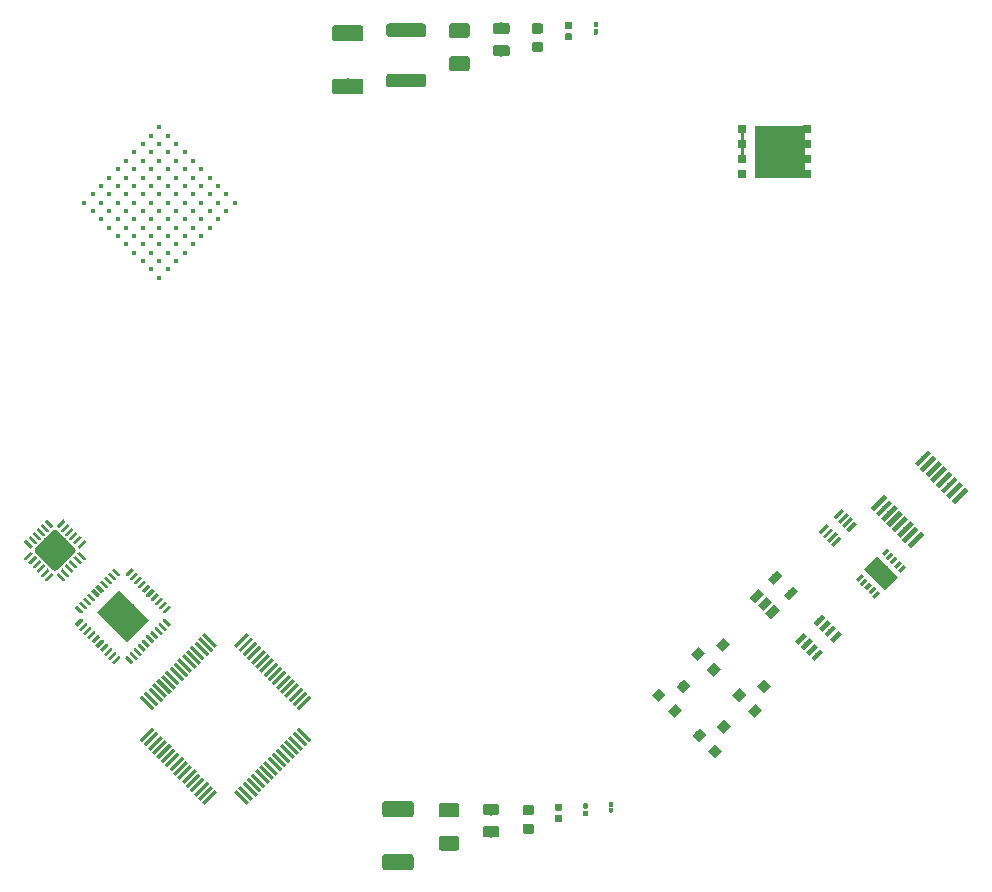
<source format=gbr>
G04 #@! TF.GenerationSoftware,KiCad,Pcbnew,(5.0.0)*
G04 #@! TF.CreationDate,2019-01-30T00:43:17-08:00*
G04 #@! TF.ProjectId,Stark_coaster,537461726B5F636F61737465722E6B69,rev?*
G04 #@! TF.SameCoordinates,Original*
G04 #@! TF.FileFunction,Copper,L1,Top,Signal*
G04 #@! TF.FilePolarity,Positive*
%FSLAX46Y46*%
G04 Gerber Fmt 4.6, Leading zero omitted, Abs format (unit mm)*
G04 Created by KiCad (PCBNEW (5.0.0)) date 01/30/19 00:43:17*
%MOMM*%
%LPD*%
G01*
G04 APERTURE LIST*
G04 #@! TA.AperFunction,SMDPad,CuDef*
%ADD10C,0.300000*%
G04 #@! TD*
G04 #@! TA.AperFunction,Conductor*
%ADD11C,0.100000*%
G04 #@! TD*
G04 #@! TA.AperFunction,SMDPad,CuDef*
%ADD12C,1.550000*%
G04 #@! TD*
G04 #@! TA.AperFunction,BGAPad,CuDef*
%ADD13C,0.400000*%
G04 #@! TD*
G04 #@! TA.AperFunction,SMDPad,CuDef*
%ADD14C,0.410000*%
G04 #@! TD*
G04 #@! TA.AperFunction,SMDPad,CuDef*
%ADD15C,2.600000*%
G04 #@! TD*
G04 #@! TA.AperFunction,SMDPad,CuDef*
%ADD16C,0.250000*%
G04 #@! TD*
G04 #@! TA.AperFunction,SMDPad,CuDef*
%ADD17R,0.800000X0.700000*%
G04 #@! TD*
G04 #@! TA.AperFunction,SMDPad,CuDef*
%ADD18R,4.290000X4.500000*%
G04 #@! TD*
G04 #@! TA.AperFunction,SMDPad,CuDef*
%ADD19C,1.350000*%
G04 #@! TD*
G04 #@! TA.AperFunction,SMDPad,CuDef*
%ADD20C,1.125000*%
G04 #@! TD*
G04 #@! TA.AperFunction,SMDPad,CuDef*
%ADD21C,0.400000*%
G04 #@! TD*
G04 #@! TA.AperFunction,SMDPad,CuDef*
%ADD22C,0.590000*%
G04 #@! TD*
G04 #@! TA.AperFunction,SMDPad,CuDef*
%ADD23C,0.875000*%
G04 #@! TD*
G04 #@! TA.AperFunction,SMDPad,CuDef*
%ADD24C,0.975000*%
G04 #@! TD*
G04 #@! TA.AperFunction,SMDPad,CuDef*
%ADD25C,1.250000*%
G04 #@! TD*
G04 #@! TA.AperFunction,SMDPad,CuDef*
%ADD26C,0.280000*%
G04 #@! TD*
G04 #@! TA.AperFunction,BGAPad,CuDef*
%ADD27C,0.280000*%
G04 #@! TD*
G04 #@! TA.AperFunction,SMDPad,CuDef*
%ADD28C,2.620000*%
G04 #@! TD*
G04 #@! TA.AperFunction,SMDPad,CuDef*
%ADD29C,0.800000*%
G04 #@! TD*
G04 #@! TA.AperFunction,SMDPad,CuDef*
%ADD30C,0.650000*%
G04 #@! TD*
G04 #@! TA.AperFunction,Conductor*
%ADD31C,0.250000*%
G04 #@! TD*
G04 APERTURE END LIST*
D10*
G04 #@! TO.P,DFN,1*
G04 #@! TO.N,Net-(U6-Pad1)*
X171552482Y-119914034D03*
D11*
G04 #@! TD*
G04 #@! TO.N,Net-(U6-Pad1)*
G04 #@! TO.C,DFN*
G36*
X171428738Y-120249910D02*
X171216606Y-120037778D01*
X171676226Y-119578158D01*
X171888358Y-119790290D01*
X171428738Y-120249910D01*
X171428738Y-120249910D01*
G37*
D10*
G04 #@! TO.P,DFN,2*
G04 #@! TO.N,Net-(U6-Pad2)*
X171906035Y-120267587D03*
D11*
G04 #@! TD*
G04 #@! TO.N,Net-(U6-Pad2)*
G04 #@! TO.C,DFN*
G36*
X171782291Y-120603463D02*
X171570159Y-120391331D01*
X172029779Y-119931711D01*
X172241911Y-120143843D01*
X171782291Y-120603463D01*
X171782291Y-120603463D01*
G37*
D10*
G04 #@! TO.P,DFN,3*
G04 #@! TO.N,Net-(U6-Pad3)*
X172259588Y-120621141D03*
D11*
G04 #@! TD*
G04 #@! TO.N,Net-(U6-Pad3)*
G04 #@! TO.C,DFN*
G36*
X172135844Y-120957017D02*
X171923712Y-120744885D01*
X172383332Y-120285265D01*
X172595464Y-120497397D01*
X172135844Y-120957017D01*
X172135844Y-120957017D01*
G37*
D10*
G04 #@! TO.P,DFN,4*
G04 #@! TO.N,Net-(U6-Pad4)*
X172613142Y-120974694D03*
D11*
G04 #@! TD*
G04 #@! TO.N,Net-(U6-Pad4)*
G04 #@! TO.C,DFN*
G36*
X172489398Y-121310570D02*
X172277266Y-121098438D01*
X172736886Y-120638818D01*
X172949018Y-120850950D01*
X172489398Y-121310570D01*
X172489398Y-121310570D01*
G37*
D10*
G04 #@! TO.P,DFN,5*
G04 #@! TO.N,Net-(U6-Pad5)*
X172966695Y-121328247D03*
D11*
G04 #@! TD*
G04 #@! TO.N,Net-(U6-Pad5)*
G04 #@! TO.C,DFN*
G36*
X172842951Y-121664123D02*
X172630819Y-121451991D01*
X173090439Y-120992371D01*
X173302571Y-121204503D01*
X172842951Y-121664123D01*
X172842951Y-121664123D01*
G37*
D10*
G04 #@! TO.P,DFN,6*
G04 #@! TO.N,Net-(U6-Pad6)*
X175158726Y-119136216D03*
D11*
G04 #@! TD*
G04 #@! TO.N,Net-(U6-Pad6)*
G04 #@! TO.C,DFN*
G36*
X175034982Y-119472092D02*
X174822850Y-119259960D01*
X175282470Y-118800340D01*
X175494602Y-119012472D01*
X175034982Y-119472092D01*
X175034982Y-119472092D01*
G37*
D10*
G04 #@! TO.P,DFN,7*
G04 #@! TO.N,Net-(U6-Pad7)*
X174805173Y-118782663D03*
D11*
G04 #@! TD*
G04 #@! TO.N,Net-(U6-Pad7)*
G04 #@! TO.C,DFN*
G36*
X174681429Y-119118539D02*
X174469297Y-118906407D01*
X174928917Y-118446787D01*
X175141049Y-118658919D01*
X174681429Y-119118539D01*
X174681429Y-119118539D01*
G37*
D10*
G04 #@! TO.P,DFN,8*
G04 #@! TO.N,Net-(U6-Pad8)*
X174451620Y-118429109D03*
D11*
G04 #@! TD*
G04 #@! TO.N,Net-(U6-Pad8)*
G04 #@! TO.C,DFN*
G36*
X174327876Y-118764985D02*
X174115744Y-118552853D01*
X174575364Y-118093233D01*
X174787496Y-118305365D01*
X174327876Y-118764985D01*
X174327876Y-118764985D01*
G37*
D10*
G04 #@! TO.P,DFN,9*
G04 #@! TO.N,Net-(U6-Pad9)*
X174098066Y-118075556D03*
D11*
G04 #@! TD*
G04 #@! TO.N,Net-(U6-Pad9)*
G04 #@! TO.C,DFN*
G36*
X173974322Y-118411432D02*
X173762190Y-118199300D01*
X174221810Y-117739680D01*
X174433942Y-117951812D01*
X173974322Y-118411432D01*
X173974322Y-118411432D01*
G37*
D10*
G04 #@! TO.P,DFN,10*
G04 #@! TO.N,Net-(U6-Pad10)*
X173744513Y-117722003D03*
D11*
G04 #@! TD*
G04 #@! TO.N,Net-(U6-Pad10)*
G04 #@! TO.C,DFN*
G36*
X173620769Y-118057879D02*
X173408637Y-117845747D01*
X173868257Y-117386127D01*
X174080389Y-117598259D01*
X173620769Y-118057879D01*
X173620769Y-118057879D01*
G37*
D12*
G04 #@! TO.P,DFN,11*
G04 #@! TO.N,Net-(U6-Pad11)*
X173355604Y-119525125D03*
D11*
G04 #@! TD*
G04 #@! TO.N,Net-(U6-Pad11)*
G04 #@! TO.C,DFN*
G36*
X173684409Y-120949945D02*
X171930784Y-119196320D01*
X173026799Y-118100305D01*
X174780424Y-119853930D01*
X173684409Y-120949945D01*
X173684409Y-120949945D01*
G37*
D13*
G04 #@! TO.P,BGA,A1*
G04 #@! TO.N,Net-(U4-PadA1)*
X105904039Y-88138000D03*
G04 #@! TO.P,BGA,B1*
G04 #@! TO.N,Net-(U4-PadB1)*
X106611146Y-88845107D03*
G04 #@! TO.P,BGA,C1*
G04 #@! TO.N,Net-(U4-PadC1)*
X107318253Y-89552214D03*
G04 #@! TO.P,BGA,D1*
G04 #@! TO.N,Net-(U4-PadD1)*
X108025359Y-90259320D03*
G04 #@! TO.P,BGA,E1*
G04 #@! TO.N,Net-(U4-PadE1)*
X108732466Y-90966427D03*
G04 #@! TO.P,BGA,F1*
G04 #@! TO.N,Net-(U4-PadF1)*
X109439573Y-91673534D03*
G04 #@! TO.P,BGA,G1*
G04 #@! TO.N,Net-(U4-PadG1)*
X110146680Y-92380641D03*
G04 #@! TO.P,BGA,H1*
G04 #@! TO.N,Net-(U4-PadH1)*
X110853786Y-93087747D03*
G04 #@! TO.P,BGA,J1*
G04 #@! TO.N,Net-(U4-PadJ1)*
X111560893Y-93794854D03*
G04 #@! TO.P,BGA,K1*
G04 #@! TO.N,Net-(U4-PadK1)*
X112268000Y-94501961D03*
G04 #@! TO.P,BGA,A2*
G04 #@! TO.N,Net-(U4-PadA2)*
X106611146Y-87430893D03*
G04 #@! TO.P,BGA,B2*
G04 #@! TO.N,Net-(U4-PadB2)*
X107318253Y-88138000D03*
G04 #@! TO.P,BGA,C2*
G04 #@! TO.N,Net-(U4-PadC2)*
X108025359Y-88845107D03*
G04 #@! TO.P,BGA,D2*
G04 #@! TO.N,Net-(U4-PadD2)*
X108732466Y-89552214D03*
G04 #@! TO.P,BGA,E2*
G04 #@! TO.N,Net-(U4-PadE2)*
X109439573Y-90259320D03*
G04 #@! TO.P,BGA,F2*
G04 #@! TO.N,Net-(U4-PadF2)*
X110146680Y-90966427D03*
G04 #@! TO.P,BGA,G2*
G04 #@! TO.N,Net-(U4-PadG2)*
X110853786Y-91673534D03*
G04 #@! TO.P,BGA,H2*
G04 #@! TO.N,Net-(U4-PadH2)*
X111560893Y-92380641D03*
G04 #@! TO.P,BGA,J2*
G04 #@! TO.N,Net-(U4-PadJ2)*
X112268000Y-93087747D03*
G04 #@! TO.P,BGA,K2*
G04 #@! TO.N,Net-(U4-PadK2)*
X112975107Y-93794854D03*
G04 #@! TO.P,BGA,A3*
G04 #@! TO.N,Net-(U4-PadA3)*
X107318253Y-86723786D03*
G04 #@! TO.P,BGA,B3*
G04 #@! TO.N,Net-(U4-PadB3)*
X108025359Y-87430893D03*
G04 #@! TO.P,BGA,C3*
G04 #@! TO.N,Net-(U4-PadC3)*
X108732466Y-88138000D03*
G04 #@! TO.P,BGA,D3*
G04 #@! TO.N,Net-(U4-PadD3)*
X109439573Y-88845107D03*
G04 #@! TO.P,BGA,E3*
G04 #@! TO.N,Net-(U4-PadE3)*
X110146680Y-89552214D03*
G04 #@! TO.P,BGA,F3*
G04 #@! TO.N,Net-(U4-PadF3)*
X110853786Y-90259320D03*
G04 #@! TO.P,BGA,G3*
G04 #@! TO.N,Net-(U4-PadG3)*
X111560893Y-90966427D03*
G04 #@! TO.P,BGA,H3*
G04 #@! TO.N,Net-(U4-PadH3)*
X112268000Y-91673534D03*
G04 #@! TO.P,BGA,J3*
G04 #@! TO.N,Net-(U4-PadJ3)*
X112975107Y-92380641D03*
G04 #@! TO.P,BGA,K3*
G04 #@! TO.N,Net-(U4-PadK3)*
X113682214Y-93087747D03*
G04 #@! TO.P,BGA,A4*
G04 #@! TO.N,Net-(U4-PadA4)*
X108025359Y-86016680D03*
G04 #@! TO.P,BGA,B4*
G04 #@! TO.N,Net-(U4-PadB4)*
X108732466Y-86723786D03*
G04 #@! TO.P,BGA,C4*
G04 #@! TO.N,Net-(U4-PadC4)*
X109439573Y-87430893D03*
G04 #@! TO.P,BGA,D4*
G04 #@! TO.N,Net-(U4-PadD4)*
X110146680Y-88138000D03*
G04 #@! TO.P,BGA,E4*
G04 #@! TO.N,Net-(U4-PadE4)*
X110853786Y-88845107D03*
G04 #@! TO.P,BGA,F4*
G04 #@! TO.N,Net-(U4-PadF4)*
X111560893Y-89552214D03*
G04 #@! TO.P,BGA,G4*
G04 #@! TO.N,Net-(U4-PadG4)*
X112268000Y-90259320D03*
G04 #@! TO.P,BGA,H4*
G04 #@! TO.N,Net-(U4-PadH4)*
X112975107Y-90966427D03*
G04 #@! TO.P,BGA,J4*
G04 #@! TO.N,Net-(U4-PadJ4)*
X113682214Y-91673534D03*
G04 #@! TO.P,BGA,K4*
G04 #@! TO.N,Net-(U4-PadK4)*
X114389320Y-92380641D03*
G04 #@! TO.P,BGA,A5*
G04 #@! TO.N,Net-(U4-PadA5)*
X108732466Y-85309573D03*
G04 #@! TO.P,BGA,B5*
G04 #@! TO.N,Net-(U4-PadB5)*
X109439573Y-86016680D03*
G04 #@! TO.P,BGA,C5*
G04 #@! TO.N,Net-(U4-PadC5)*
X110146680Y-86723786D03*
G04 #@! TO.P,BGA,D5*
G04 #@! TO.N,Net-(U4-PadD5)*
X110853786Y-87430893D03*
G04 #@! TO.P,BGA,E5*
G04 #@! TO.N,Net-(U4-PadE5)*
X111560893Y-88138000D03*
G04 #@! TO.P,BGA,F5*
G04 #@! TO.N,Net-(U4-PadF5)*
X112268000Y-88845107D03*
G04 #@! TO.P,BGA,G5*
G04 #@! TO.N,Net-(U4-PadG5)*
X112975107Y-89552214D03*
G04 #@! TO.P,BGA,H5*
G04 #@! TO.N,Net-(U4-PadH5)*
X113682214Y-90259320D03*
G04 #@! TO.P,BGA,J5*
G04 #@! TO.N,Net-(U4-PadJ5)*
X114389320Y-90966427D03*
G04 #@! TO.P,BGA,K5*
G04 #@! TO.N,Net-(U4-PadK5)*
X115096427Y-91673534D03*
G04 #@! TO.P,BGA,A6*
G04 #@! TO.N,Net-(U4-PadA6)*
X109439573Y-84602466D03*
G04 #@! TO.P,BGA,B6*
G04 #@! TO.N,Net-(U4-PadB6)*
X110146680Y-85309573D03*
G04 #@! TO.P,BGA,C6*
G04 #@! TO.N,Net-(U4-PadC6)*
X110853786Y-86016680D03*
G04 #@! TO.P,BGA,D6*
G04 #@! TO.N,Net-(U4-PadD6)*
X111560893Y-86723786D03*
G04 #@! TO.P,BGA,E6*
G04 #@! TO.N,Net-(U4-PadE6)*
X112268000Y-87430893D03*
G04 #@! TO.P,BGA,F6*
G04 #@! TO.N,Net-(U4-PadF6)*
X112975107Y-88138000D03*
G04 #@! TO.P,BGA,G6*
G04 #@! TO.N,Net-(U4-PadG6)*
X113682214Y-88845107D03*
G04 #@! TO.P,BGA,H6*
G04 #@! TO.N,Net-(U4-PadH6)*
X114389320Y-89552214D03*
G04 #@! TO.P,BGA,J6*
G04 #@! TO.N,Net-(U4-PadJ6)*
X115096427Y-90259320D03*
G04 #@! TO.P,BGA,K6*
G04 #@! TO.N,Net-(U4-PadK6)*
X115803534Y-90966427D03*
G04 #@! TO.P,BGA,A7*
G04 #@! TO.N,Net-(U4-PadA7)*
X110146680Y-83895359D03*
G04 #@! TO.P,BGA,B7*
G04 #@! TO.N,Net-(U4-PadB7)*
X110853786Y-84602466D03*
G04 #@! TO.P,BGA,C7*
G04 #@! TO.N,Net-(U4-PadC7)*
X111560893Y-85309573D03*
G04 #@! TO.P,BGA,D7*
G04 #@! TO.N,Net-(U4-PadD7)*
X112268000Y-86016680D03*
G04 #@! TO.P,BGA,E7*
G04 #@! TO.N,Net-(U4-PadE7)*
X112975107Y-86723786D03*
G04 #@! TO.P,BGA,F7*
G04 #@! TO.N,Net-(U4-PadF7)*
X113682214Y-87430893D03*
G04 #@! TO.P,BGA,G7*
G04 #@! TO.N,Net-(U4-PadG7)*
X114389320Y-88138000D03*
G04 #@! TO.P,BGA,H7*
G04 #@! TO.N,Net-(U4-PadH7)*
X115096427Y-88845107D03*
G04 #@! TO.P,BGA,J7*
G04 #@! TO.N,Net-(U4-PadJ7)*
X115803534Y-89552214D03*
G04 #@! TO.P,BGA,K7*
G04 #@! TO.N,Net-(U4-PadK7)*
X116510641Y-90259320D03*
G04 #@! TO.P,BGA,A8*
G04 #@! TO.N,Net-(U4-PadA8)*
X110853786Y-83188253D03*
G04 #@! TO.P,BGA,B8*
G04 #@! TO.N,Net-(U4-PadB8)*
X111560893Y-83895359D03*
G04 #@! TO.P,BGA,C8*
G04 #@! TO.N,Net-(U4-PadC8)*
X112268000Y-84602466D03*
G04 #@! TO.P,BGA,D8*
G04 #@! TO.N,Net-(U4-PadD8)*
X112975107Y-85309573D03*
G04 #@! TO.P,BGA,E8*
G04 #@! TO.N,Net-(U4-PadE8)*
X113682214Y-86016680D03*
G04 #@! TO.P,BGA,F8*
G04 #@! TO.N,Net-(U4-PadF8)*
X114389320Y-86723786D03*
G04 #@! TO.P,BGA,G8*
G04 #@! TO.N,Net-(U4-PadG8)*
X115096427Y-87430893D03*
G04 #@! TO.P,BGA,H8*
G04 #@! TO.N,Net-(U4-PadH8)*
X115803534Y-88138000D03*
G04 #@! TO.P,BGA,J8*
G04 #@! TO.N,Net-(U4-PadJ8)*
X116510641Y-88845107D03*
G04 #@! TO.P,BGA,K8*
G04 #@! TO.N,Net-(U4-PadK8)*
X117217747Y-89552214D03*
G04 #@! TO.P,BGA,A9*
G04 #@! TO.N,Net-(U4-PadA9)*
X111560893Y-82481146D03*
G04 #@! TO.P,BGA,B9*
G04 #@! TO.N,Net-(U4-PadB9)*
X112268000Y-83188253D03*
G04 #@! TO.P,BGA,C9*
G04 #@! TO.N,Net-(U4-PadC9)*
X112975107Y-83895359D03*
G04 #@! TO.P,BGA,D9*
G04 #@! TO.N,Net-(U4-PadD9)*
X113682214Y-84602466D03*
G04 #@! TO.P,BGA,E9*
G04 #@! TO.N,Net-(U4-PadE9)*
X114389320Y-85309573D03*
G04 #@! TO.P,BGA,F9*
G04 #@! TO.N,Net-(U4-PadF9)*
X115096427Y-86016680D03*
G04 #@! TO.P,BGA,G9*
G04 #@! TO.N,Net-(U4-PadG9)*
X115803534Y-86723786D03*
G04 #@! TO.P,BGA,H9*
G04 #@! TO.N,Net-(U4-PadH9)*
X116510641Y-87430893D03*
G04 #@! TO.P,BGA,J9*
G04 #@! TO.N,Net-(U4-PadJ9)*
X117217747Y-88138000D03*
G04 #@! TO.P,BGA,K9*
G04 #@! TO.N,Net-(U4-PadK9)*
X117924854Y-88845107D03*
G04 #@! TO.P,BGA,A10*
G04 #@! TO.N,Net-(U4-PadA10)*
X112268000Y-81774039D03*
G04 #@! TO.P,BGA,B10*
G04 #@! TO.N,Net-(U4-PadB10)*
X112975107Y-82481146D03*
G04 #@! TO.P,BGA,C10*
G04 #@! TO.N,Net-(U4-PadC10)*
X113682214Y-83188253D03*
G04 #@! TO.P,BGA,D10*
G04 #@! TO.N,Net-(U4-PadD10)*
X114389320Y-83895359D03*
G04 #@! TO.P,BGA,E10*
G04 #@! TO.N,Net-(U4-PadE10)*
X115096427Y-84602466D03*
G04 #@! TO.P,BGA,F10*
G04 #@! TO.N,Net-(U4-PadF10)*
X115803534Y-85309573D03*
G04 #@! TO.P,BGA,G10*
G04 #@! TO.N,Net-(U4-PadG10)*
X116510641Y-86016680D03*
G04 #@! TO.P,BGA,H10*
G04 #@! TO.N,Net-(U4-PadH10)*
X117217747Y-86723786D03*
G04 #@! TO.P,BGA,J10*
G04 #@! TO.N,Net-(U4-PadJ10)*
X117924854Y-87430893D03*
G04 #@! TO.P,BGA,K10*
G04 #@! TO.N,Net-(U4-PadK10)*
X118631961Y-88138000D03*
G04 #@! TD*
D14*
G04 #@! TO.P,QSOP,1*
G04 #@! TO.N,Net-(U5-Pad1)*
X173155281Y-113550285D03*
D11*
G04 #@! TD*
G04 #@! TO.N,Net-(U5-Pad1)*
G04 #@! TO.C,QSOP*
G36*
X172734552Y-114260927D02*
X172444639Y-113971014D01*
X173576010Y-112839643D01*
X173865923Y-113129556D01*
X172734552Y-114260927D01*
X172734552Y-114260927D01*
G37*
D14*
G04 #@! TO.P,QSOP,2*
G04 #@! TO.N,Net-(U5-Pad2)*
X173604293Y-113999298D03*
D11*
G04 #@! TD*
G04 #@! TO.N,Net-(U5-Pad2)*
G04 #@! TO.C,QSOP*
G36*
X173183564Y-114709940D02*
X172893651Y-114420027D01*
X174025022Y-113288656D01*
X174314935Y-113578569D01*
X173183564Y-114709940D01*
X173183564Y-114709940D01*
G37*
D14*
G04 #@! TO.P,QSOP,3*
G04 #@! TO.N,Net-(U5-Pad3)*
X174053306Y-114448310D03*
D11*
G04 #@! TD*
G04 #@! TO.N,Net-(U5-Pad3)*
G04 #@! TO.C,QSOP*
G36*
X173632577Y-115158952D02*
X173342664Y-114869039D01*
X174474035Y-113737668D01*
X174763948Y-114027581D01*
X173632577Y-115158952D01*
X173632577Y-115158952D01*
G37*
D14*
G04 #@! TO.P,QSOP,4*
G04 #@! TO.N,Net-(U5-Pad4)*
X174502319Y-114897323D03*
D11*
G04 #@! TD*
G04 #@! TO.N,Net-(U5-Pad4)*
G04 #@! TO.C,QSOP*
G36*
X174081590Y-115607965D02*
X173791677Y-115318052D01*
X174923048Y-114186681D01*
X175212961Y-114476594D01*
X174081590Y-115607965D01*
X174081590Y-115607965D01*
G37*
D14*
G04 #@! TO.P,QSOP,5*
G04 #@! TO.N,Net-(U5-Pad5)*
X174951332Y-115346336D03*
D11*
G04 #@! TD*
G04 #@! TO.N,Net-(U5-Pad5)*
G04 #@! TO.C,QSOP*
G36*
X174530603Y-116056978D02*
X174240690Y-115767065D01*
X175372061Y-114635694D01*
X175661974Y-114925607D01*
X174530603Y-116056978D01*
X174530603Y-116056978D01*
G37*
D14*
G04 #@! TO.P,QSOP,6*
G04 #@! TO.N,Net-(U5-Pad6)*
X175400345Y-115795349D03*
D11*
G04 #@! TD*
G04 #@! TO.N,Net-(U5-Pad6)*
G04 #@! TO.C,QSOP*
G36*
X174979616Y-116505991D02*
X174689703Y-116216078D01*
X175821074Y-115084707D01*
X176110987Y-115374620D01*
X174979616Y-116505991D01*
X174979616Y-116505991D01*
G37*
D14*
G04 #@! TO.P,QSOP,7*
G04 #@! TO.N,Net-(U5-Pad7)*
X175849357Y-116244362D03*
D11*
G04 #@! TD*
G04 #@! TO.N,Net-(U5-Pad7)*
G04 #@! TO.C,QSOP*
G36*
X175428628Y-116955004D02*
X175138715Y-116665091D01*
X176270086Y-115533720D01*
X176559999Y-115823633D01*
X175428628Y-116955004D01*
X175428628Y-116955004D01*
G37*
D14*
G04 #@! TO.P,QSOP,8*
G04 #@! TO.N,Net-(U5-Pad8)*
X176298370Y-116693374D03*
D11*
G04 #@! TD*
G04 #@! TO.N,Net-(U5-Pad8)*
G04 #@! TO.C,QSOP*
G36*
X175877641Y-117404016D02*
X175587728Y-117114103D01*
X176719099Y-115982732D01*
X177009012Y-116272645D01*
X175877641Y-117404016D01*
X175877641Y-117404016D01*
G37*
D14*
G04 #@! TO.P,QSOP,9*
G04 #@! TO.N,Net-(U5-Pad9)*
X180052117Y-112939627D03*
D11*
G04 #@! TD*
G04 #@! TO.N,Net-(U5-Pad9)*
G04 #@! TO.C,QSOP*
G36*
X179631388Y-113650269D02*
X179341475Y-113360356D01*
X180472846Y-112228985D01*
X180762759Y-112518898D01*
X179631388Y-113650269D01*
X179631388Y-113650269D01*
G37*
D14*
G04 #@! TO.P,QSOP,10*
G04 #@! TO.N,Net-(U5-Pad10)*
X179603105Y-112490614D03*
D11*
G04 #@! TD*
G04 #@! TO.N,Net-(U5-Pad10)*
G04 #@! TO.C,QSOP*
G36*
X179182376Y-113201256D02*
X178892463Y-112911343D01*
X180023834Y-111779972D01*
X180313747Y-112069885D01*
X179182376Y-113201256D01*
X179182376Y-113201256D01*
G37*
D14*
G04 #@! TO.P,QSOP,11*
G04 #@! TO.N,Net-(U5-Pad11)*
X179154092Y-112041602D03*
D11*
G04 #@! TD*
G04 #@! TO.N,Net-(U5-Pad11)*
G04 #@! TO.C,QSOP*
G36*
X178733363Y-112752244D02*
X178443450Y-112462331D01*
X179574821Y-111330960D01*
X179864734Y-111620873D01*
X178733363Y-112752244D01*
X178733363Y-112752244D01*
G37*
D14*
G04 #@! TO.P,QSOP,12*
G04 #@! TO.N,Net-(U5-Pad12)*
X178705079Y-111592589D03*
D11*
G04 #@! TD*
G04 #@! TO.N,Net-(U5-Pad12)*
G04 #@! TO.C,QSOP*
G36*
X178284350Y-112303231D02*
X177994437Y-112013318D01*
X179125808Y-110881947D01*
X179415721Y-111171860D01*
X178284350Y-112303231D01*
X178284350Y-112303231D01*
G37*
D14*
G04 #@! TO.P,QSOP,13*
G04 #@! TO.N,Net-(U5-Pad13)*
X178256066Y-111143576D03*
D11*
G04 #@! TD*
G04 #@! TO.N,Net-(U5-Pad13)*
G04 #@! TO.C,QSOP*
G36*
X177835337Y-111854218D02*
X177545424Y-111564305D01*
X178676795Y-110432934D01*
X178966708Y-110722847D01*
X177835337Y-111854218D01*
X177835337Y-111854218D01*
G37*
D14*
G04 #@! TO.P,QSOP,14*
G04 #@! TO.N,Net-(U5-Pad14)*
X177807053Y-110694563D03*
D11*
G04 #@! TD*
G04 #@! TO.N,Net-(U5-Pad14)*
G04 #@! TO.C,QSOP*
G36*
X177386324Y-111405205D02*
X177096411Y-111115292D01*
X178227782Y-109983921D01*
X178517695Y-110273834D01*
X177386324Y-111405205D01*
X177386324Y-111405205D01*
G37*
D14*
G04 #@! TO.P,QSOP,15*
G04 #@! TO.N,Net-(U5-Pad15)*
X177358041Y-110245550D03*
D11*
G04 #@! TD*
G04 #@! TO.N,Net-(U5-Pad15)*
G04 #@! TO.C,QSOP*
G36*
X176937312Y-110956192D02*
X176647399Y-110666279D01*
X177778770Y-109534908D01*
X178068683Y-109824821D01*
X176937312Y-110956192D01*
X176937312Y-110956192D01*
G37*
D14*
G04 #@! TO.P,QSOP,16*
G04 #@! TO.N,Net-(U5-Pad16)*
X176909028Y-109796538D03*
D11*
G04 #@! TD*
G04 #@! TO.N,Net-(U5-Pad16)*
G04 #@! TO.C,QSOP*
G36*
X176488299Y-110507180D02*
X176198386Y-110217267D01*
X177329757Y-109085896D01*
X177619670Y-109375809D01*
X176488299Y-110507180D01*
X176488299Y-110507180D01*
G37*
D10*
G04 #@! TO.P,TQFP,1*
G04 #@! TO.N,Net-(U3-Pad1)*
X116541554Y-125197971D03*
D11*
G04 #@! TD*
G04 #@! TO.N,Net-(U3-Pad1)*
G04 #@! TO.C,TQFP*
G36*
X115905158Y-124773707D02*
X116117290Y-124561575D01*
X117177950Y-125622235D01*
X116965818Y-125834367D01*
X115905158Y-124773707D01*
X115905158Y-124773707D01*
G37*
D10*
G04 #@! TO.P,TQFP,2*
G04 #@! TO.N,Net-(U3-Pad2)*
X116188001Y-125551525D03*
D11*
G04 #@! TD*
G04 #@! TO.N,Net-(U3-Pad2)*
G04 #@! TO.C,TQFP*
G36*
X115551605Y-125127261D02*
X115763737Y-124915129D01*
X116824397Y-125975789D01*
X116612265Y-126187921D01*
X115551605Y-125127261D01*
X115551605Y-125127261D01*
G37*
D10*
G04 #@! TO.P,TQFP,3*
G04 #@! TO.N,Net-(U3-Pad3)*
X115834447Y-125905078D03*
D11*
G04 #@! TD*
G04 #@! TO.N,Net-(U3-Pad3)*
G04 #@! TO.C,TQFP*
G36*
X115198051Y-125480814D02*
X115410183Y-125268682D01*
X116470843Y-126329342D01*
X116258711Y-126541474D01*
X115198051Y-125480814D01*
X115198051Y-125480814D01*
G37*
D10*
G04 #@! TO.P,TQFP,4*
G04 #@! TO.N,Net-(U3-Pad4)*
X115480894Y-126258631D03*
D11*
G04 #@! TD*
G04 #@! TO.N,Net-(U3-Pad4)*
G04 #@! TO.C,TQFP*
G36*
X114844498Y-125834367D02*
X115056630Y-125622235D01*
X116117290Y-126682895D01*
X115905158Y-126895027D01*
X114844498Y-125834367D01*
X114844498Y-125834367D01*
G37*
D10*
G04 #@! TO.P,TQFP,5*
G04 #@! TO.N,Net-(U3-Pad5)*
X115127341Y-126612185D03*
D11*
G04 #@! TD*
G04 #@! TO.N,Net-(U3-Pad5)*
G04 #@! TO.C,TQFP*
G36*
X114490945Y-126187921D02*
X114703077Y-125975789D01*
X115763737Y-127036449D01*
X115551605Y-127248581D01*
X114490945Y-126187921D01*
X114490945Y-126187921D01*
G37*
D10*
G04 #@! TO.P,TQFP,6*
G04 #@! TO.N,Net-(U3-Pad6)*
X114773787Y-126965738D03*
D11*
G04 #@! TD*
G04 #@! TO.N,Net-(U3-Pad6)*
G04 #@! TO.C,TQFP*
G36*
X114137391Y-126541474D02*
X114349523Y-126329342D01*
X115410183Y-127390002D01*
X115198051Y-127602134D01*
X114137391Y-126541474D01*
X114137391Y-126541474D01*
G37*
D10*
G04 #@! TO.P,TQFP,7*
G04 #@! TO.N,Net-(U3-Pad7)*
X114420234Y-127319292D03*
D11*
G04 #@! TD*
G04 #@! TO.N,Net-(U3-Pad7)*
G04 #@! TO.C,TQFP*
G36*
X113783838Y-126895028D02*
X113995970Y-126682896D01*
X115056630Y-127743556D01*
X114844498Y-127955688D01*
X113783838Y-126895028D01*
X113783838Y-126895028D01*
G37*
D10*
G04 #@! TO.P,TQFP,8*
G04 #@! TO.N,Net-(U3-Pad8)*
X114066680Y-127672845D03*
D11*
G04 #@! TD*
G04 #@! TO.N,Net-(U3-Pad8)*
G04 #@! TO.C,TQFP*
G36*
X113430284Y-127248581D02*
X113642416Y-127036449D01*
X114703076Y-128097109D01*
X114490944Y-128309241D01*
X113430284Y-127248581D01*
X113430284Y-127248581D01*
G37*
D10*
G04 #@! TO.P,TQFP,9*
G04 #@! TO.N,Net-(U3-Pad9)*
X113713127Y-128026398D03*
D11*
G04 #@! TD*
G04 #@! TO.N,Net-(U3-Pad9)*
G04 #@! TO.C,TQFP*
G36*
X113076731Y-127602134D02*
X113288863Y-127390002D01*
X114349523Y-128450662D01*
X114137391Y-128662794D01*
X113076731Y-127602134D01*
X113076731Y-127602134D01*
G37*
D10*
G04 #@! TO.P,TQFP,10*
G04 #@! TO.N,Net-(U3-Pad10)*
X113359574Y-128379952D03*
D11*
G04 #@! TD*
G04 #@! TO.N,Net-(U3-Pad10)*
G04 #@! TO.C,TQFP*
G36*
X112723178Y-127955688D02*
X112935310Y-127743556D01*
X113995970Y-128804216D01*
X113783838Y-129016348D01*
X112723178Y-127955688D01*
X112723178Y-127955688D01*
G37*
D10*
G04 #@! TO.P,TQFP,11*
G04 #@! TO.N,Net-(U3-Pad11)*
X113006020Y-128733505D03*
D11*
G04 #@! TD*
G04 #@! TO.N,Net-(U3-Pad11)*
G04 #@! TO.C,TQFP*
G36*
X112369624Y-128309241D02*
X112581756Y-128097109D01*
X113642416Y-129157769D01*
X113430284Y-129369901D01*
X112369624Y-128309241D01*
X112369624Y-128309241D01*
G37*
D10*
G04 #@! TO.P,TQFP,12*
G04 #@! TO.N,Net-(U3-Pad12)*
X112652467Y-129087059D03*
D11*
G04 #@! TD*
G04 #@! TO.N,Net-(U3-Pad12)*
G04 #@! TO.C,TQFP*
G36*
X112016071Y-128662795D02*
X112228203Y-128450663D01*
X113288863Y-129511323D01*
X113076731Y-129723455D01*
X112016071Y-128662795D01*
X112016071Y-128662795D01*
G37*
D10*
G04 #@! TO.P,TQFP,13*
G04 #@! TO.N,Net-(U3-Pad13)*
X112298913Y-129440612D03*
D11*
G04 #@! TD*
G04 #@! TO.N,Net-(U3-Pad13)*
G04 #@! TO.C,TQFP*
G36*
X111662517Y-129016348D02*
X111874649Y-128804216D01*
X112935309Y-129864876D01*
X112723177Y-130077008D01*
X111662517Y-129016348D01*
X111662517Y-129016348D01*
G37*
D10*
G04 #@! TO.P,TQFP,14*
G04 #@! TO.N,Net-(U3-Pad14)*
X111945360Y-129794165D03*
D11*
G04 #@! TD*
G04 #@! TO.N,Net-(U3-Pad14)*
G04 #@! TO.C,TQFP*
G36*
X111308964Y-129369901D02*
X111521096Y-129157769D01*
X112581756Y-130218429D01*
X112369624Y-130430561D01*
X111308964Y-129369901D01*
X111308964Y-129369901D01*
G37*
D10*
G04 #@! TO.P,TQFP,15*
G04 #@! TO.N,Net-(U3-Pad15)*
X111591807Y-130147719D03*
D11*
G04 #@! TD*
G04 #@! TO.N,Net-(U3-Pad15)*
G04 #@! TO.C,TQFP*
G36*
X110955411Y-129723455D02*
X111167543Y-129511323D01*
X112228203Y-130571983D01*
X112016071Y-130784115D01*
X110955411Y-129723455D01*
X110955411Y-129723455D01*
G37*
D10*
G04 #@! TO.P,TQFP,16*
G04 #@! TO.N,Net-(U3-Pad16)*
X111238253Y-130501272D03*
D11*
G04 #@! TD*
G04 #@! TO.N,Net-(U3-Pad16)*
G04 #@! TO.C,TQFP*
G36*
X110601857Y-130077008D02*
X110813989Y-129864876D01*
X111874649Y-130925536D01*
X111662517Y-131137668D01*
X110601857Y-130077008D01*
X110601857Y-130077008D01*
G37*
D10*
G04 #@! TO.P,TQFP,17*
G04 #@! TO.N,Net-(U3-Pad17)*
X111238253Y-133188278D03*
D11*
G04 #@! TD*
G04 #@! TO.N,Net-(U3-Pad17)*
G04 #@! TO.C,TQFP*
G36*
X110601857Y-133612542D02*
X111662517Y-132551882D01*
X111874649Y-132764014D01*
X110813989Y-133824674D01*
X110601857Y-133612542D01*
X110601857Y-133612542D01*
G37*
D10*
G04 #@! TO.P,TQFP,18*
G04 #@! TO.N,Net-(U3-Pad18)*
X111591807Y-133541831D03*
D11*
G04 #@! TD*
G04 #@! TO.N,Net-(U3-Pad18)*
G04 #@! TO.C,TQFP*
G36*
X110955411Y-133966095D02*
X112016071Y-132905435D01*
X112228203Y-133117567D01*
X111167543Y-134178227D01*
X110955411Y-133966095D01*
X110955411Y-133966095D01*
G37*
D10*
G04 #@! TO.P,TQFP,19*
G04 #@! TO.N,Net-(U3-Pad19)*
X111945360Y-133895385D03*
D11*
G04 #@! TD*
G04 #@! TO.N,Net-(U3-Pad19)*
G04 #@! TO.C,TQFP*
G36*
X111308964Y-134319649D02*
X112369624Y-133258989D01*
X112581756Y-133471121D01*
X111521096Y-134531781D01*
X111308964Y-134319649D01*
X111308964Y-134319649D01*
G37*
D10*
G04 #@! TO.P,TQFP,20*
G04 #@! TO.N,Net-(U3-Pad20)*
X112298913Y-134248938D03*
D11*
G04 #@! TD*
G04 #@! TO.N,Net-(U3-Pad20)*
G04 #@! TO.C,TQFP*
G36*
X111662517Y-134673202D02*
X112723177Y-133612542D01*
X112935309Y-133824674D01*
X111874649Y-134885334D01*
X111662517Y-134673202D01*
X111662517Y-134673202D01*
G37*
D10*
G04 #@! TO.P,TQFP,21*
G04 #@! TO.N,Net-(U3-Pad21)*
X112652467Y-134602491D03*
D11*
G04 #@! TD*
G04 #@! TO.N,Net-(U3-Pad21)*
G04 #@! TO.C,TQFP*
G36*
X112016071Y-135026755D02*
X113076731Y-133966095D01*
X113288863Y-134178227D01*
X112228203Y-135238887D01*
X112016071Y-135026755D01*
X112016071Y-135026755D01*
G37*
D10*
G04 #@! TO.P,TQFP,22*
G04 #@! TO.N,Net-(U3-Pad22)*
X113006020Y-134956045D03*
D11*
G04 #@! TD*
G04 #@! TO.N,Net-(U3-Pad22)*
G04 #@! TO.C,TQFP*
G36*
X112369624Y-135380309D02*
X113430284Y-134319649D01*
X113642416Y-134531781D01*
X112581756Y-135592441D01*
X112369624Y-135380309D01*
X112369624Y-135380309D01*
G37*
D10*
G04 #@! TO.P,TQFP,23*
G04 #@! TO.N,Net-(U3-Pad23)*
X113359574Y-135309598D03*
D11*
G04 #@! TD*
G04 #@! TO.N,Net-(U3-Pad23)*
G04 #@! TO.C,TQFP*
G36*
X112723178Y-135733862D02*
X113783838Y-134673202D01*
X113995970Y-134885334D01*
X112935310Y-135945994D01*
X112723178Y-135733862D01*
X112723178Y-135733862D01*
G37*
D10*
G04 #@! TO.P,TQFP,24*
G04 #@! TO.N,Net-(U3-Pad24)*
X113713127Y-135663152D03*
D11*
G04 #@! TD*
G04 #@! TO.N,Net-(U3-Pad24)*
G04 #@! TO.C,TQFP*
G36*
X113076731Y-136087416D02*
X114137391Y-135026756D01*
X114349523Y-135238888D01*
X113288863Y-136299548D01*
X113076731Y-136087416D01*
X113076731Y-136087416D01*
G37*
D10*
G04 #@! TO.P,TQFP,25*
G04 #@! TO.N,Net-(U3-Pad25)*
X114066680Y-136016705D03*
D11*
G04 #@! TD*
G04 #@! TO.N,Net-(U3-Pad25)*
G04 #@! TO.C,TQFP*
G36*
X113430284Y-136440969D02*
X114490944Y-135380309D01*
X114703076Y-135592441D01*
X113642416Y-136653101D01*
X113430284Y-136440969D01*
X113430284Y-136440969D01*
G37*
D10*
G04 #@! TO.P,TQFP,26*
G04 #@! TO.N,Net-(U3-Pad26)*
X114420234Y-136370258D03*
D11*
G04 #@! TD*
G04 #@! TO.N,Net-(U3-Pad26)*
G04 #@! TO.C,TQFP*
G36*
X113783838Y-136794522D02*
X114844498Y-135733862D01*
X115056630Y-135945994D01*
X113995970Y-137006654D01*
X113783838Y-136794522D01*
X113783838Y-136794522D01*
G37*
D10*
G04 #@! TO.P,TQFP,27*
G04 #@! TO.N,Net-(U3-Pad27)*
X114773787Y-136723812D03*
D11*
G04 #@! TD*
G04 #@! TO.N,Net-(U3-Pad27)*
G04 #@! TO.C,TQFP*
G36*
X114137391Y-137148076D02*
X115198051Y-136087416D01*
X115410183Y-136299548D01*
X114349523Y-137360208D01*
X114137391Y-137148076D01*
X114137391Y-137148076D01*
G37*
D10*
G04 #@! TO.P,TQFP,28*
G04 #@! TO.N,N/C*
X115127341Y-137077365D03*
D11*
G04 #@! TD*
G04 #@! TO.N,N/C*
G04 #@! TO.C,TQFP*
G36*
X114490945Y-137501629D02*
X115551605Y-136440969D01*
X115763737Y-136653101D01*
X114703077Y-137713761D01*
X114490945Y-137501629D01*
X114490945Y-137501629D01*
G37*
D10*
G04 #@! TO.P,TQFP,29*
G04 #@! TO.N,Net-(U3-Pad29)*
X115480894Y-137430919D03*
D11*
G04 #@! TD*
G04 #@! TO.N,Net-(U3-Pad29)*
G04 #@! TO.C,TQFP*
G36*
X114844498Y-137855183D02*
X115905158Y-136794523D01*
X116117290Y-137006655D01*
X115056630Y-138067315D01*
X114844498Y-137855183D01*
X114844498Y-137855183D01*
G37*
D10*
G04 #@! TO.P,TQFP,30*
G04 #@! TO.N,Net-(U3-Pad30)*
X115834447Y-137784472D03*
D11*
G04 #@! TD*
G04 #@! TO.N,Net-(U3-Pad30)*
G04 #@! TO.C,TQFP*
G36*
X115198051Y-138208736D02*
X116258711Y-137148076D01*
X116470843Y-137360208D01*
X115410183Y-138420868D01*
X115198051Y-138208736D01*
X115198051Y-138208736D01*
G37*
D10*
G04 #@! TO.P,TQFP,31*
G04 #@! TO.N,Net-(U3-Pad31)*
X116188001Y-138138025D03*
D11*
G04 #@! TD*
G04 #@! TO.N,Net-(U3-Pad31)*
G04 #@! TO.C,TQFP*
G36*
X115551605Y-138562289D02*
X116612265Y-137501629D01*
X116824397Y-137713761D01*
X115763737Y-138774421D01*
X115551605Y-138562289D01*
X115551605Y-138562289D01*
G37*
D10*
G04 #@! TO.P,TQFP,32*
G04 #@! TO.N,Net-(U3-Pad32)*
X116541554Y-138491579D03*
D11*
G04 #@! TD*
G04 #@! TO.N,Net-(U3-Pad32)*
G04 #@! TO.C,TQFP*
G36*
X115905158Y-138915843D02*
X116965818Y-137855183D01*
X117177950Y-138067315D01*
X116117290Y-139127975D01*
X115905158Y-138915843D01*
X115905158Y-138915843D01*
G37*
D10*
G04 #@! TO.P,TQFP,33*
G04 #@! TO.N,Net-(U3-Pad33)*
X119228560Y-138491579D03*
D11*
G04 #@! TD*
G04 #@! TO.N,Net-(U3-Pad33)*
G04 #@! TO.C,TQFP*
G36*
X118592164Y-138067315D02*
X118804296Y-137855183D01*
X119864956Y-138915843D01*
X119652824Y-139127975D01*
X118592164Y-138067315D01*
X118592164Y-138067315D01*
G37*
D10*
G04 #@! TO.P,TQFP,34*
G04 #@! TO.N,Net-(U3-Pad34)*
X119582113Y-138138025D03*
D11*
G04 #@! TD*
G04 #@! TO.N,Net-(U3-Pad34)*
G04 #@! TO.C,TQFP*
G36*
X118945717Y-137713761D02*
X119157849Y-137501629D01*
X120218509Y-138562289D01*
X120006377Y-138774421D01*
X118945717Y-137713761D01*
X118945717Y-137713761D01*
G37*
D10*
G04 #@! TO.P,TQFP,35*
G04 #@! TO.N,Net-(U3-Pad35)*
X119935667Y-137784472D03*
D11*
G04 #@! TD*
G04 #@! TO.N,Net-(U3-Pad35)*
G04 #@! TO.C,TQFP*
G36*
X119299271Y-137360208D02*
X119511403Y-137148076D01*
X120572063Y-138208736D01*
X120359931Y-138420868D01*
X119299271Y-137360208D01*
X119299271Y-137360208D01*
G37*
D10*
G04 #@! TO.P,TQFP,36*
G04 #@! TO.N,Net-(U3-Pad36)*
X120289220Y-137430919D03*
D11*
G04 #@! TD*
G04 #@! TO.N,Net-(U3-Pad36)*
G04 #@! TO.C,TQFP*
G36*
X119652824Y-137006655D02*
X119864956Y-136794523D01*
X120925616Y-137855183D01*
X120713484Y-138067315D01*
X119652824Y-137006655D01*
X119652824Y-137006655D01*
G37*
D10*
G04 #@! TO.P,TQFP,37*
G04 #@! TO.N,Net-(U3-Pad37)*
X120642773Y-137077365D03*
D11*
G04 #@! TD*
G04 #@! TO.N,Net-(U3-Pad37)*
G04 #@! TO.C,TQFP*
G36*
X120006377Y-136653101D02*
X120218509Y-136440969D01*
X121279169Y-137501629D01*
X121067037Y-137713761D01*
X120006377Y-136653101D01*
X120006377Y-136653101D01*
G37*
D10*
G04 #@! TO.P,TQFP,38*
G04 #@! TO.N,Net-(U3-Pad38)*
X120996327Y-136723812D03*
D11*
G04 #@! TD*
G04 #@! TO.N,Net-(U3-Pad38)*
G04 #@! TO.C,TQFP*
G36*
X120359931Y-136299548D02*
X120572063Y-136087416D01*
X121632723Y-137148076D01*
X121420591Y-137360208D01*
X120359931Y-136299548D01*
X120359931Y-136299548D01*
G37*
D10*
G04 #@! TO.P,TQFP,39*
G04 #@! TO.N,Net-(U3-Pad39)*
X121349880Y-136370258D03*
D11*
G04 #@! TD*
G04 #@! TO.N,Net-(U3-Pad39)*
G04 #@! TO.C,TQFP*
G36*
X120713484Y-135945994D02*
X120925616Y-135733862D01*
X121986276Y-136794522D01*
X121774144Y-137006654D01*
X120713484Y-135945994D01*
X120713484Y-135945994D01*
G37*
D10*
G04 #@! TO.P,TQFP,40*
G04 #@! TO.N,Net-(U3-Pad40)*
X121703434Y-136016705D03*
D11*
G04 #@! TD*
G04 #@! TO.N,Net-(U3-Pad40)*
G04 #@! TO.C,TQFP*
G36*
X121067038Y-135592441D02*
X121279170Y-135380309D01*
X122339830Y-136440969D01*
X122127698Y-136653101D01*
X121067038Y-135592441D01*
X121067038Y-135592441D01*
G37*
D10*
G04 #@! TO.P,TQFP,41*
G04 #@! TO.N,Net-(U3-Pad41)*
X122056987Y-135663152D03*
D11*
G04 #@! TD*
G04 #@! TO.N,Net-(U3-Pad41)*
G04 #@! TO.C,TQFP*
G36*
X121420591Y-135238888D02*
X121632723Y-135026756D01*
X122693383Y-136087416D01*
X122481251Y-136299548D01*
X121420591Y-135238888D01*
X121420591Y-135238888D01*
G37*
D10*
G04 #@! TO.P,TQFP,42*
G04 #@! TO.N,Net-(U3-Pad42)*
X122410540Y-135309598D03*
D11*
G04 #@! TD*
G04 #@! TO.N,Net-(U3-Pad42)*
G04 #@! TO.C,TQFP*
G36*
X121774144Y-134885334D02*
X121986276Y-134673202D01*
X123046936Y-135733862D01*
X122834804Y-135945994D01*
X121774144Y-134885334D01*
X121774144Y-134885334D01*
G37*
D10*
G04 #@! TO.P,TQFP,43*
G04 #@! TO.N,Net-(U3-Pad43)*
X122764094Y-134956045D03*
D11*
G04 #@! TD*
G04 #@! TO.N,Net-(U3-Pad43)*
G04 #@! TO.C,TQFP*
G36*
X122127698Y-134531781D02*
X122339830Y-134319649D01*
X123400490Y-135380309D01*
X123188358Y-135592441D01*
X122127698Y-134531781D01*
X122127698Y-134531781D01*
G37*
D10*
G04 #@! TO.P,TQFP,44*
G04 #@! TO.N,Net-(U3-Pad44)*
X123117647Y-134602491D03*
D11*
G04 #@! TD*
G04 #@! TO.N,Net-(U3-Pad44)*
G04 #@! TO.C,TQFP*
G36*
X122481251Y-134178227D02*
X122693383Y-133966095D01*
X123754043Y-135026755D01*
X123541911Y-135238887D01*
X122481251Y-134178227D01*
X122481251Y-134178227D01*
G37*
D10*
G04 #@! TO.P,TQFP,45*
G04 #@! TO.N,Net-(U3-Pad45)*
X123471201Y-134248938D03*
D11*
G04 #@! TD*
G04 #@! TO.N,Net-(U3-Pad45)*
G04 #@! TO.C,TQFP*
G36*
X122834805Y-133824674D02*
X123046937Y-133612542D01*
X124107597Y-134673202D01*
X123895465Y-134885334D01*
X122834805Y-133824674D01*
X122834805Y-133824674D01*
G37*
D10*
G04 #@! TO.P,TQFP,46*
G04 #@! TO.N,Net-(U3-Pad46)*
X123824754Y-133895385D03*
D11*
G04 #@! TD*
G04 #@! TO.N,Net-(U3-Pad46)*
G04 #@! TO.C,TQFP*
G36*
X123188358Y-133471121D02*
X123400490Y-133258989D01*
X124461150Y-134319649D01*
X124249018Y-134531781D01*
X123188358Y-133471121D01*
X123188358Y-133471121D01*
G37*
D10*
G04 #@! TO.P,TQFP,47*
G04 #@! TO.N,Net-(U3-Pad47)*
X124178307Y-133541831D03*
D11*
G04 #@! TD*
G04 #@! TO.N,Net-(U3-Pad47)*
G04 #@! TO.C,TQFP*
G36*
X123541911Y-133117567D02*
X123754043Y-132905435D01*
X124814703Y-133966095D01*
X124602571Y-134178227D01*
X123541911Y-133117567D01*
X123541911Y-133117567D01*
G37*
D10*
G04 #@! TO.P,TQFP,48*
G04 #@! TO.N,Net-(U3-Pad48)*
X124531861Y-133188278D03*
D11*
G04 #@! TD*
G04 #@! TO.N,Net-(U3-Pad48)*
G04 #@! TO.C,TQFP*
G36*
X123895465Y-132764014D02*
X124107597Y-132551882D01*
X125168257Y-133612542D01*
X124956125Y-133824674D01*
X123895465Y-132764014D01*
X123895465Y-132764014D01*
G37*
D10*
G04 #@! TO.P,TQFP,49*
G04 #@! TO.N,Net-(U3-Pad49)*
X124531861Y-130501272D03*
D11*
G04 #@! TD*
G04 #@! TO.N,Net-(U3-Pad49)*
G04 #@! TO.C,TQFP*
G36*
X123895465Y-130925536D02*
X124956125Y-129864876D01*
X125168257Y-130077008D01*
X124107597Y-131137668D01*
X123895465Y-130925536D01*
X123895465Y-130925536D01*
G37*
D10*
G04 #@! TO.P,TQFP,50*
G04 #@! TO.N,Net-(U3-Pad50)*
X124178307Y-130147719D03*
D11*
G04 #@! TD*
G04 #@! TO.N,Net-(U3-Pad50)*
G04 #@! TO.C,TQFP*
G36*
X123541911Y-130571983D02*
X124602571Y-129511323D01*
X124814703Y-129723455D01*
X123754043Y-130784115D01*
X123541911Y-130571983D01*
X123541911Y-130571983D01*
G37*
D10*
G04 #@! TO.P,TQFP,51*
G04 #@! TO.N,Net-(U3-Pad51)*
X123824754Y-129794165D03*
D11*
G04 #@! TD*
G04 #@! TO.N,Net-(U3-Pad51)*
G04 #@! TO.C,TQFP*
G36*
X123188358Y-130218429D02*
X124249018Y-129157769D01*
X124461150Y-129369901D01*
X123400490Y-130430561D01*
X123188358Y-130218429D01*
X123188358Y-130218429D01*
G37*
D10*
G04 #@! TO.P,TQFP,52*
G04 #@! TO.N,Net-(U3-Pad52)*
X123471201Y-129440612D03*
D11*
G04 #@! TD*
G04 #@! TO.N,Net-(U3-Pad52)*
G04 #@! TO.C,TQFP*
G36*
X122834805Y-129864876D02*
X123895465Y-128804216D01*
X124107597Y-129016348D01*
X123046937Y-130077008D01*
X122834805Y-129864876D01*
X122834805Y-129864876D01*
G37*
D10*
G04 #@! TO.P,TQFP,53*
G04 #@! TO.N,Net-(U3-Pad53)*
X123117647Y-129087059D03*
D11*
G04 #@! TD*
G04 #@! TO.N,Net-(U3-Pad53)*
G04 #@! TO.C,TQFP*
G36*
X122481251Y-129511323D02*
X123541911Y-128450663D01*
X123754043Y-128662795D01*
X122693383Y-129723455D01*
X122481251Y-129511323D01*
X122481251Y-129511323D01*
G37*
D10*
G04 #@! TO.P,TQFP,54*
G04 #@! TO.N,Net-(U3-Pad54)*
X122764094Y-128733505D03*
D11*
G04 #@! TD*
G04 #@! TO.N,Net-(U3-Pad54)*
G04 #@! TO.C,TQFP*
G36*
X122127698Y-129157769D02*
X123188358Y-128097109D01*
X123400490Y-128309241D01*
X122339830Y-129369901D01*
X122127698Y-129157769D01*
X122127698Y-129157769D01*
G37*
D10*
G04 #@! TO.P,TQFP,55*
G04 #@! TO.N,Net-(U3-Pad55)*
X122410540Y-128379952D03*
D11*
G04 #@! TD*
G04 #@! TO.N,Net-(U3-Pad55)*
G04 #@! TO.C,TQFP*
G36*
X121774144Y-128804216D02*
X122834804Y-127743556D01*
X123046936Y-127955688D01*
X121986276Y-129016348D01*
X121774144Y-128804216D01*
X121774144Y-128804216D01*
G37*
D10*
G04 #@! TO.P,TQFP,56*
G04 #@! TO.N,Net-(U3-Pad56)*
X122056987Y-128026398D03*
D11*
G04 #@! TD*
G04 #@! TO.N,Net-(U3-Pad56)*
G04 #@! TO.C,TQFP*
G36*
X121420591Y-128450662D02*
X122481251Y-127390002D01*
X122693383Y-127602134D01*
X121632723Y-128662794D01*
X121420591Y-128450662D01*
X121420591Y-128450662D01*
G37*
D10*
G04 #@! TO.P,TQFP,57*
G04 #@! TO.N,Net-(U3-Pad57)*
X121703434Y-127672845D03*
D11*
G04 #@! TD*
G04 #@! TO.N,Net-(U3-Pad57)*
G04 #@! TO.C,TQFP*
G36*
X121067038Y-128097109D02*
X122127698Y-127036449D01*
X122339830Y-127248581D01*
X121279170Y-128309241D01*
X121067038Y-128097109D01*
X121067038Y-128097109D01*
G37*
D10*
G04 #@! TO.P,TQFP,58*
G04 #@! TO.N,Net-(U3-Pad58)*
X121349880Y-127319292D03*
D11*
G04 #@! TD*
G04 #@! TO.N,Net-(U3-Pad58)*
G04 #@! TO.C,TQFP*
G36*
X120713484Y-127743556D02*
X121774144Y-126682896D01*
X121986276Y-126895028D01*
X120925616Y-127955688D01*
X120713484Y-127743556D01*
X120713484Y-127743556D01*
G37*
D10*
G04 #@! TO.P,TQFP,59*
G04 #@! TO.N,Net-(U3-Pad59)*
X120996327Y-126965738D03*
D11*
G04 #@! TD*
G04 #@! TO.N,Net-(U3-Pad59)*
G04 #@! TO.C,TQFP*
G36*
X120359931Y-127390002D02*
X121420591Y-126329342D01*
X121632723Y-126541474D01*
X120572063Y-127602134D01*
X120359931Y-127390002D01*
X120359931Y-127390002D01*
G37*
D10*
G04 #@! TO.P,TQFP,60*
G04 #@! TO.N,Net-(U3-Pad60)*
X120642773Y-126612185D03*
D11*
G04 #@! TD*
G04 #@! TO.N,Net-(U3-Pad60)*
G04 #@! TO.C,TQFP*
G36*
X120006377Y-127036449D02*
X121067037Y-125975789D01*
X121279169Y-126187921D01*
X120218509Y-127248581D01*
X120006377Y-127036449D01*
X120006377Y-127036449D01*
G37*
D10*
G04 #@! TO.P,TQFP,61*
G04 #@! TO.N,Net-(U3-Pad61)*
X120289220Y-126258631D03*
D11*
G04 #@! TD*
G04 #@! TO.N,Net-(U3-Pad61)*
G04 #@! TO.C,TQFP*
G36*
X119652824Y-126682895D02*
X120713484Y-125622235D01*
X120925616Y-125834367D01*
X119864956Y-126895027D01*
X119652824Y-126682895D01*
X119652824Y-126682895D01*
G37*
D10*
G04 #@! TO.P,TQFP,62*
G04 #@! TO.N,Net-(U3-Pad62)*
X119935667Y-125905078D03*
D11*
G04 #@! TD*
G04 #@! TO.N,Net-(U3-Pad62)*
G04 #@! TO.C,TQFP*
G36*
X119299271Y-126329342D02*
X120359931Y-125268682D01*
X120572063Y-125480814D01*
X119511403Y-126541474D01*
X119299271Y-126329342D01*
X119299271Y-126329342D01*
G37*
D10*
G04 #@! TO.P,TQFP,63*
G04 #@! TO.N,Net-(U3-Pad63)*
X119582113Y-125551525D03*
D11*
G04 #@! TD*
G04 #@! TO.N,Net-(U3-Pad63)*
G04 #@! TO.C,TQFP*
G36*
X118945717Y-125975789D02*
X120006377Y-124915129D01*
X120218509Y-125127261D01*
X119157849Y-126187921D01*
X118945717Y-125975789D01*
X118945717Y-125975789D01*
G37*
D10*
G04 #@! TO.P,TQFP,64*
G04 #@! TO.N,Net-(U3-Pad64)*
X119228560Y-125197971D03*
D11*
G04 #@! TD*
G04 #@! TO.N,Net-(U3-Pad64)*
G04 #@! TO.C,TQFP*
G36*
X118592164Y-125622235D02*
X119652824Y-124561575D01*
X119864956Y-124773707D01*
X118804296Y-125834367D01*
X118592164Y-125622235D01*
X118592164Y-125622235D01*
G37*
G04 #@! TO.N,Net-(U1-Pad25)*
G04 #@! TO.C,QFN*
G36*
X103451348Y-115832447D02*
X103475617Y-115836047D01*
X103499415Y-115842008D01*
X103522515Y-115850273D01*
X103544693Y-115860763D01*
X103565737Y-115873376D01*
X103585442Y-115887990D01*
X103603621Y-115904466D01*
X105088545Y-117389390D01*
X105105021Y-117407569D01*
X105119635Y-117427274D01*
X105132248Y-117448318D01*
X105142738Y-117470496D01*
X105151003Y-117493596D01*
X105156964Y-117517394D01*
X105160564Y-117541663D01*
X105161768Y-117566167D01*
X105160564Y-117590671D01*
X105156964Y-117614940D01*
X105151003Y-117638738D01*
X105142738Y-117661838D01*
X105132248Y-117684016D01*
X105119635Y-117705060D01*
X105105021Y-117724765D01*
X105088545Y-117742944D01*
X103603621Y-119227868D01*
X103585442Y-119244344D01*
X103565737Y-119258958D01*
X103544693Y-119271571D01*
X103522515Y-119282061D01*
X103499415Y-119290326D01*
X103475617Y-119296287D01*
X103451348Y-119299887D01*
X103426844Y-119301091D01*
X103402340Y-119299887D01*
X103378071Y-119296287D01*
X103354273Y-119290326D01*
X103331173Y-119282061D01*
X103308995Y-119271571D01*
X103287951Y-119258958D01*
X103268246Y-119244344D01*
X103250067Y-119227868D01*
X101765143Y-117742944D01*
X101748667Y-117724765D01*
X101734053Y-117705060D01*
X101721440Y-117684016D01*
X101710950Y-117661838D01*
X101702685Y-117638738D01*
X101696724Y-117614940D01*
X101693124Y-117590671D01*
X101691920Y-117566167D01*
X101693124Y-117541663D01*
X101696724Y-117517394D01*
X101702685Y-117493596D01*
X101710950Y-117470496D01*
X101721440Y-117448318D01*
X101734053Y-117427274D01*
X101748667Y-117407569D01*
X101765143Y-117389390D01*
X103250067Y-115904466D01*
X103268246Y-115887990D01*
X103287951Y-115873376D01*
X103308995Y-115860763D01*
X103331173Y-115850273D01*
X103354273Y-115842008D01*
X103378071Y-115836047D01*
X103402340Y-115832447D01*
X103426844Y-115831243D01*
X103451348Y-115832447D01*
X103451348Y-115832447D01*
G37*
D15*
G04 #@! TD*
G04 #@! TO.P,QFN,25*
G04 #@! TO.N,Net-(U1-Pad25)*
X103426844Y-117566167D03*
D11*
G04 #@! TO.N,Net-(U1-Pad1)*
G04 #@! TO.C,QFN*
G36*
X102743541Y-114958383D02*
X102749608Y-114959283D01*
X102755558Y-114960773D01*
X102761333Y-114962840D01*
X102766877Y-114965462D01*
X102772138Y-114968615D01*
X102777065Y-114972269D01*
X102781609Y-114976388D01*
X103276584Y-115471363D01*
X103280703Y-115475907D01*
X103284357Y-115480834D01*
X103287510Y-115486095D01*
X103290132Y-115491639D01*
X103292199Y-115497414D01*
X103293689Y-115503364D01*
X103294589Y-115509431D01*
X103294890Y-115515557D01*
X103294589Y-115521683D01*
X103293689Y-115527750D01*
X103292199Y-115533700D01*
X103290132Y-115539475D01*
X103287510Y-115545019D01*
X103284357Y-115550280D01*
X103280703Y-115555207D01*
X103276584Y-115559751D01*
X103188195Y-115648140D01*
X103183651Y-115652259D01*
X103178724Y-115655913D01*
X103173463Y-115659066D01*
X103167919Y-115661688D01*
X103162144Y-115663755D01*
X103156194Y-115665245D01*
X103150127Y-115666145D01*
X103144001Y-115666446D01*
X103137875Y-115666145D01*
X103131808Y-115665245D01*
X103125858Y-115663755D01*
X103120083Y-115661688D01*
X103114539Y-115659066D01*
X103109278Y-115655913D01*
X103104351Y-115652259D01*
X103099807Y-115648140D01*
X102604832Y-115153165D01*
X102600713Y-115148621D01*
X102597059Y-115143694D01*
X102593906Y-115138433D01*
X102591284Y-115132889D01*
X102589217Y-115127114D01*
X102587727Y-115121164D01*
X102586827Y-115115097D01*
X102586526Y-115108971D01*
X102586827Y-115102845D01*
X102587727Y-115096778D01*
X102589217Y-115090828D01*
X102591284Y-115085053D01*
X102593906Y-115079509D01*
X102597059Y-115074248D01*
X102600713Y-115069321D01*
X102604832Y-115064777D01*
X102693221Y-114976388D01*
X102697765Y-114972269D01*
X102702692Y-114968615D01*
X102707953Y-114965462D01*
X102713497Y-114962840D01*
X102719272Y-114960773D01*
X102725222Y-114959283D01*
X102731289Y-114958383D01*
X102737415Y-114958082D01*
X102743541Y-114958383D01*
X102743541Y-114958383D01*
G37*
D16*
G04 #@! TD*
G04 #@! TO.P,QFN,1*
G04 #@! TO.N,Net-(U1-Pad1)*
X102940708Y-115312264D03*
D11*
G04 #@! TO.N,Net-(U1-Pad2)*
G04 #@! TO.C,QFN*
G36*
X102389988Y-115311937D02*
X102396055Y-115312837D01*
X102402005Y-115314327D01*
X102407780Y-115316394D01*
X102413324Y-115319016D01*
X102418585Y-115322169D01*
X102423512Y-115325823D01*
X102428056Y-115329942D01*
X102923031Y-115824917D01*
X102927150Y-115829461D01*
X102930804Y-115834388D01*
X102933957Y-115839649D01*
X102936579Y-115845193D01*
X102938646Y-115850968D01*
X102940136Y-115856918D01*
X102941036Y-115862985D01*
X102941337Y-115869111D01*
X102941036Y-115875237D01*
X102940136Y-115881304D01*
X102938646Y-115887254D01*
X102936579Y-115893029D01*
X102933957Y-115898573D01*
X102930804Y-115903834D01*
X102927150Y-115908761D01*
X102923031Y-115913305D01*
X102834642Y-116001694D01*
X102830098Y-116005813D01*
X102825171Y-116009467D01*
X102819910Y-116012620D01*
X102814366Y-116015242D01*
X102808591Y-116017309D01*
X102802641Y-116018799D01*
X102796574Y-116019699D01*
X102790448Y-116020000D01*
X102784322Y-116019699D01*
X102778255Y-116018799D01*
X102772305Y-116017309D01*
X102766530Y-116015242D01*
X102760986Y-116012620D01*
X102755725Y-116009467D01*
X102750798Y-116005813D01*
X102746254Y-116001694D01*
X102251279Y-115506719D01*
X102247160Y-115502175D01*
X102243506Y-115497248D01*
X102240353Y-115491987D01*
X102237731Y-115486443D01*
X102235664Y-115480668D01*
X102234174Y-115474718D01*
X102233274Y-115468651D01*
X102232973Y-115462525D01*
X102233274Y-115456399D01*
X102234174Y-115450332D01*
X102235664Y-115444382D01*
X102237731Y-115438607D01*
X102240353Y-115433063D01*
X102243506Y-115427802D01*
X102247160Y-115422875D01*
X102251279Y-115418331D01*
X102339668Y-115329942D01*
X102344212Y-115325823D01*
X102349139Y-115322169D01*
X102354400Y-115319016D01*
X102359944Y-115316394D01*
X102365719Y-115314327D01*
X102371669Y-115312837D01*
X102377736Y-115311937D01*
X102383862Y-115311636D01*
X102389988Y-115311937D01*
X102389988Y-115311937D01*
G37*
D16*
G04 #@! TD*
G04 #@! TO.P,QFN,2*
G04 #@! TO.N,Net-(U1-Pad2)*
X102587155Y-115665818D03*
D11*
G04 #@! TO.N,Net-(U1-Pad3)*
G04 #@! TO.C,QFN*
G36*
X102036434Y-115665490D02*
X102042501Y-115666390D01*
X102048451Y-115667880D01*
X102054226Y-115669947D01*
X102059770Y-115672569D01*
X102065031Y-115675722D01*
X102069958Y-115679376D01*
X102074502Y-115683495D01*
X102569477Y-116178470D01*
X102573596Y-116183014D01*
X102577250Y-116187941D01*
X102580403Y-116193202D01*
X102583025Y-116198746D01*
X102585092Y-116204521D01*
X102586582Y-116210471D01*
X102587482Y-116216538D01*
X102587783Y-116222664D01*
X102587482Y-116228790D01*
X102586582Y-116234857D01*
X102585092Y-116240807D01*
X102583025Y-116246582D01*
X102580403Y-116252126D01*
X102577250Y-116257387D01*
X102573596Y-116262314D01*
X102569477Y-116266858D01*
X102481088Y-116355247D01*
X102476544Y-116359366D01*
X102471617Y-116363020D01*
X102466356Y-116366173D01*
X102460812Y-116368795D01*
X102455037Y-116370862D01*
X102449087Y-116372352D01*
X102443020Y-116373252D01*
X102436894Y-116373553D01*
X102430768Y-116373252D01*
X102424701Y-116372352D01*
X102418751Y-116370862D01*
X102412976Y-116368795D01*
X102407432Y-116366173D01*
X102402171Y-116363020D01*
X102397244Y-116359366D01*
X102392700Y-116355247D01*
X101897725Y-115860272D01*
X101893606Y-115855728D01*
X101889952Y-115850801D01*
X101886799Y-115845540D01*
X101884177Y-115839996D01*
X101882110Y-115834221D01*
X101880620Y-115828271D01*
X101879720Y-115822204D01*
X101879419Y-115816078D01*
X101879720Y-115809952D01*
X101880620Y-115803885D01*
X101882110Y-115797935D01*
X101884177Y-115792160D01*
X101886799Y-115786616D01*
X101889952Y-115781355D01*
X101893606Y-115776428D01*
X101897725Y-115771884D01*
X101986114Y-115683495D01*
X101990658Y-115679376D01*
X101995585Y-115675722D01*
X102000846Y-115672569D01*
X102006390Y-115669947D01*
X102012165Y-115667880D01*
X102018115Y-115666390D01*
X102024182Y-115665490D01*
X102030308Y-115665189D01*
X102036434Y-115665490D01*
X102036434Y-115665490D01*
G37*
D16*
G04 #@! TD*
G04 #@! TO.P,QFN,3*
G04 #@! TO.N,Net-(U1-Pad3)*
X102233601Y-116019371D03*
D11*
G04 #@! TO.N,Net-(U1-Pad4)*
G04 #@! TO.C,QFN*
G36*
X101682881Y-116019043D02*
X101688948Y-116019943D01*
X101694898Y-116021433D01*
X101700673Y-116023500D01*
X101706217Y-116026122D01*
X101711478Y-116029275D01*
X101716405Y-116032929D01*
X101720949Y-116037048D01*
X102215924Y-116532023D01*
X102220043Y-116536567D01*
X102223697Y-116541494D01*
X102226850Y-116546755D01*
X102229472Y-116552299D01*
X102231539Y-116558074D01*
X102233029Y-116564024D01*
X102233929Y-116570091D01*
X102234230Y-116576217D01*
X102233929Y-116582343D01*
X102233029Y-116588410D01*
X102231539Y-116594360D01*
X102229472Y-116600135D01*
X102226850Y-116605679D01*
X102223697Y-116610940D01*
X102220043Y-116615867D01*
X102215924Y-116620411D01*
X102127535Y-116708800D01*
X102122991Y-116712919D01*
X102118064Y-116716573D01*
X102112803Y-116719726D01*
X102107259Y-116722348D01*
X102101484Y-116724415D01*
X102095534Y-116725905D01*
X102089467Y-116726805D01*
X102083341Y-116727106D01*
X102077215Y-116726805D01*
X102071148Y-116725905D01*
X102065198Y-116724415D01*
X102059423Y-116722348D01*
X102053879Y-116719726D01*
X102048618Y-116716573D01*
X102043691Y-116712919D01*
X102039147Y-116708800D01*
X101544172Y-116213825D01*
X101540053Y-116209281D01*
X101536399Y-116204354D01*
X101533246Y-116199093D01*
X101530624Y-116193549D01*
X101528557Y-116187774D01*
X101527067Y-116181824D01*
X101526167Y-116175757D01*
X101525866Y-116169631D01*
X101526167Y-116163505D01*
X101527067Y-116157438D01*
X101528557Y-116151488D01*
X101530624Y-116145713D01*
X101533246Y-116140169D01*
X101536399Y-116134908D01*
X101540053Y-116129981D01*
X101544172Y-116125437D01*
X101632561Y-116037048D01*
X101637105Y-116032929D01*
X101642032Y-116029275D01*
X101647293Y-116026122D01*
X101652837Y-116023500D01*
X101658612Y-116021433D01*
X101664562Y-116019943D01*
X101670629Y-116019043D01*
X101676755Y-116018742D01*
X101682881Y-116019043D01*
X101682881Y-116019043D01*
G37*
D16*
G04 #@! TD*
G04 #@! TO.P,QFN,4*
G04 #@! TO.N,Net-(U1-Pad4)*
X101880048Y-116372924D03*
D11*
G04 #@! TO.N,Net-(U1-Pad5)*
G04 #@! TO.C,QFN*
G36*
X101329328Y-116372597D02*
X101335395Y-116373497D01*
X101341345Y-116374987D01*
X101347120Y-116377054D01*
X101352664Y-116379676D01*
X101357925Y-116382829D01*
X101362852Y-116386483D01*
X101367396Y-116390602D01*
X101862371Y-116885577D01*
X101866490Y-116890121D01*
X101870144Y-116895048D01*
X101873297Y-116900309D01*
X101875919Y-116905853D01*
X101877986Y-116911628D01*
X101879476Y-116917578D01*
X101880376Y-116923645D01*
X101880677Y-116929771D01*
X101880376Y-116935897D01*
X101879476Y-116941964D01*
X101877986Y-116947914D01*
X101875919Y-116953689D01*
X101873297Y-116959233D01*
X101870144Y-116964494D01*
X101866490Y-116969421D01*
X101862371Y-116973965D01*
X101773982Y-117062354D01*
X101769438Y-117066473D01*
X101764511Y-117070127D01*
X101759250Y-117073280D01*
X101753706Y-117075902D01*
X101747931Y-117077969D01*
X101741981Y-117079459D01*
X101735914Y-117080359D01*
X101729788Y-117080660D01*
X101723662Y-117080359D01*
X101717595Y-117079459D01*
X101711645Y-117077969D01*
X101705870Y-117075902D01*
X101700326Y-117073280D01*
X101695065Y-117070127D01*
X101690138Y-117066473D01*
X101685594Y-117062354D01*
X101190619Y-116567379D01*
X101186500Y-116562835D01*
X101182846Y-116557908D01*
X101179693Y-116552647D01*
X101177071Y-116547103D01*
X101175004Y-116541328D01*
X101173514Y-116535378D01*
X101172614Y-116529311D01*
X101172313Y-116523185D01*
X101172614Y-116517059D01*
X101173514Y-116510992D01*
X101175004Y-116505042D01*
X101177071Y-116499267D01*
X101179693Y-116493723D01*
X101182846Y-116488462D01*
X101186500Y-116483535D01*
X101190619Y-116478991D01*
X101279008Y-116390602D01*
X101283552Y-116386483D01*
X101288479Y-116382829D01*
X101293740Y-116379676D01*
X101299284Y-116377054D01*
X101305059Y-116374987D01*
X101311009Y-116373497D01*
X101317076Y-116372597D01*
X101323202Y-116372296D01*
X101329328Y-116372597D01*
X101329328Y-116372597D01*
G37*
D16*
G04 #@! TD*
G04 #@! TO.P,QFN,5*
G04 #@! TO.N,Net-(U1-Pad5)*
X101526495Y-116726478D03*
D11*
G04 #@! TO.N,Net-(U1-Pad6)*
G04 #@! TO.C,QFN*
G36*
X100975774Y-116726150D02*
X100981841Y-116727050D01*
X100987791Y-116728540D01*
X100993566Y-116730607D01*
X100999110Y-116733229D01*
X101004371Y-116736382D01*
X101009298Y-116740036D01*
X101013842Y-116744155D01*
X101508817Y-117239130D01*
X101512936Y-117243674D01*
X101516590Y-117248601D01*
X101519743Y-117253862D01*
X101522365Y-117259406D01*
X101524432Y-117265181D01*
X101525922Y-117271131D01*
X101526822Y-117277198D01*
X101527123Y-117283324D01*
X101526822Y-117289450D01*
X101525922Y-117295517D01*
X101524432Y-117301467D01*
X101522365Y-117307242D01*
X101519743Y-117312786D01*
X101516590Y-117318047D01*
X101512936Y-117322974D01*
X101508817Y-117327518D01*
X101420428Y-117415907D01*
X101415884Y-117420026D01*
X101410957Y-117423680D01*
X101405696Y-117426833D01*
X101400152Y-117429455D01*
X101394377Y-117431522D01*
X101388427Y-117433012D01*
X101382360Y-117433912D01*
X101376234Y-117434213D01*
X101370108Y-117433912D01*
X101364041Y-117433012D01*
X101358091Y-117431522D01*
X101352316Y-117429455D01*
X101346772Y-117426833D01*
X101341511Y-117423680D01*
X101336584Y-117420026D01*
X101332040Y-117415907D01*
X100837065Y-116920932D01*
X100832946Y-116916388D01*
X100829292Y-116911461D01*
X100826139Y-116906200D01*
X100823517Y-116900656D01*
X100821450Y-116894881D01*
X100819960Y-116888931D01*
X100819060Y-116882864D01*
X100818759Y-116876738D01*
X100819060Y-116870612D01*
X100819960Y-116864545D01*
X100821450Y-116858595D01*
X100823517Y-116852820D01*
X100826139Y-116847276D01*
X100829292Y-116842015D01*
X100832946Y-116837088D01*
X100837065Y-116832544D01*
X100925454Y-116744155D01*
X100929998Y-116740036D01*
X100934925Y-116736382D01*
X100940186Y-116733229D01*
X100945730Y-116730607D01*
X100951505Y-116728540D01*
X100957455Y-116727050D01*
X100963522Y-116726150D01*
X100969648Y-116725849D01*
X100975774Y-116726150D01*
X100975774Y-116726150D01*
G37*
D16*
G04 #@! TD*
G04 #@! TO.P,QFN,6*
G04 #@! TO.N,Net-(U1-Pad6)*
X101172941Y-117080031D03*
D11*
G04 #@! TO.N,Net-(U1-Pad7)*
G04 #@! TO.C,QFN*
G36*
X101382360Y-117698422D02*
X101388427Y-117699322D01*
X101394377Y-117700812D01*
X101400152Y-117702879D01*
X101405696Y-117705501D01*
X101410957Y-117708654D01*
X101415884Y-117712308D01*
X101420428Y-117716427D01*
X101508817Y-117804816D01*
X101512936Y-117809360D01*
X101516590Y-117814287D01*
X101519743Y-117819548D01*
X101522365Y-117825092D01*
X101524432Y-117830867D01*
X101525922Y-117836817D01*
X101526822Y-117842884D01*
X101527123Y-117849010D01*
X101526822Y-117855136D01*
X101525922Y-117861203D01*
X101524432Y-117867153D01*
X101522365Y-117872928D01*
X101519743Y-117878472D01*
X101516590Y-117883733D01*
X101512936Y-117888660D01*
X101508817Y-117893204D01*
X101013842Y-118388179D01*
X101009298Y-118392298D01*
X101004371Y-118395952D01*
X100999110Y-118399105D01*
X100993566Y-118401727D01*
X100987791Y-118403794D01*
X100981841Y-118405284D01*
X100975774Y-118406184D01*
X100969648Y-118406485D01*
X100963522Y-118406184D01*
X100957455Y-118405284D01*
X100951505Y-118403794D01*
X100945730Y-118401727D01*
X100940186Y-118399105D01*
X100934925Y-118395952D01*
X100929998Y-118392298D01*
X100925454Y-118388179D01*
X100837065Y-118299790D01*
X100832946Y-118295246D01*
X100829292Y-118290319D01*
X100826139Y-118285058D01*
X100823517Y-118279514D01*
X100821450Y-118273739D01*
X100819960Y-118267789D01*
X100819060Y-118261722D01*
X100818759Y-118255596D01*
X100819060Y-118249470D01*
X100819960Y-118243403D01*
X100821450Y-118237453D01*
X100823517Y-118231678D01*
X100826139Y-118226134D01*
X100829292Y-118220873D01*
X100832946Y-118215946D01*
X100837065Y-118211402D01*
X101332040Y-117716427D01*
X101336584Y-117712308D01*
X101341511Y-117708654D01*
X101346772Y-117705501D01*
X101352316Y-117702879D01*
X101358091Y-117700812D01*
X101364041Y-117699322D01*
X101370108Y-117698422D01*
X101376234Y-117698121D01*
X101382360Y-117698422D01*
X101382360Y-117698422D01*
G37*
D16*
G04 #@! TD*
G04 #@! TO.P,QFN,7*
G04 #@! TO.N,Net-(U1-Pad7)*
X101172941Y-118052303D03*
D11*
G04 #@! TO.N,Net-(U1-Pad8)*
G04 #@! TO.C,QFN*
G36*
X101735914Y-118051975D02*
X101741981Y-118052875D01*
X101747931Y-118054365D01*
X101753706Y-118056432D01*
X101759250Y-118059054D01*
X101764511Y-118062207D01*
X101769438Y-118065861D01*
X101773982Y-118069980D01*
X101862371Y-118158369D01*
X101866490Y-118162913D01*
X101870144Y-118167840D01*
X101873297Y-118173101D01*
X101875919Y-118178645D01*
X101877986Y-118184420D01*
X101879476Y-118190370D01*
X101880376Y-118196437D01*
X101880677Y-118202563D01*
X101880376Y-118208689D01*
X101879476Y-118214756D01*
X101877986Y-118220706D01*
X101875919Y-118226481D01*
X101873297Y-118232025D01*
X101870144Y-118237286D01*
X101866490Y-118242213D01*
X101862371Y-118246757D01*
X101367396Y-118741732D01*
X101362852Y-118745851D01*
X101357925Y-118749505D01*
X101352664Y-118752658D01*
X101347120Y-118755280D01*
X101341345Y-118757347D01*
X101335395Y-118758837D01*
X101329328Y-118759737D01*
X101323202Y-118760038D01*
X101317076Y-118759737D01*
X101311009Y-118758837D01*
X101305059Y-118757347D01*
X101299284Y-118755280D01*
X101293740Y-118752658D01*
X101288479Y-118749505D01*
X101283552Y-118745851D01*
X101279008Y-118741732D01*
X101190619Y-118653343D01*
X101186500Y-118648799D01*
X101182846Y-118643872D01*
X101179693Y-118638611D01*
X101177071Y-118633067D01*
X101175004Y-118627292D01*
X101173514Y-118621342D01*
X101172614Y-118615275D01*
X101172313Y-118609149D01*
X101172614Y-118603023D01*
X101173514Y-118596956D01*
X101175004Y-118591006D01*
X101177071Y-118585231D01*
X101179693Y-118579687D01*
X101182846Y-118574426D01*
X101186500Y-118569499D01*
X101190619Y-118564955D01*
X101685594Y-118069980D01*
X101690138Y-118065861D01*
X101695065Y-118062207D01*
X101700326Y-118059054D01*
X101705870Y-118056432D01*
X101711645Y-118054365D01*
X101717595Y-118052875D01*
X101723662Y-118051975D01*
X101729788Y-118051674D01*
X101735914Y-118051975D01*
X101735914Y-118051975D01*
G37*
D16*
G04 #@! TD*
G04 #@! TO.P,QFN,8*
G04 #@! TO.N,Net-(U1-Pad8)*
X101526495Y-118405856D03*
D11*
G04 #@! TO.N,Net-(U1-Pad9)*
G04 #@! TO.C,QFN*
G36*
X102089467Y-118405529D02*
X102095534Y-118406429D01*
X102101484Y-118407919D01*
X102107259Y-118409986D01*
X102112803Y-118412608D01*
X102118064Y-118415761D01*
X102122991Y-118419415D01*
X102127535Y-118423534D01*
X102215924Y-118511923D01*
X102220043Y-118516467D01*
X102223697Y-118521394D01*
X102226850Y-118526655D01*
X102229472Y-118532199D01*
X102231539Y-118537974D01*
X102233029Y-118543924D01*
X102233929Y-118549991D01*
X102234230Y-118556117D01*
X102233929Y-118562243D01*
X102233029Y-118568310D01*
X102231539Y-118574260D01*
X102229472Y-118580035D01*
X102226850Y-118585579D01*
X102223697Y-118590840D01*
X102220043Y-118595767D01*
X102215924Y-118600311D01*
X101720949Y-119095286D01*
X101716405Y-119099405D01*
X101711478Y-119103059D01*
X101706217Y-119106212D01*
X101700673Y-119108834D01*
X101694898Y-119110901D01*
X101688948Y-119112391D01*
X101682881Y-119113291D01*
X101676755Y-119113592D01*
X101670629Y-119113291D01*
X101664562Y-119112391D01*
X101658612Y-119110901D01*
X101652837Y-119108834D01*
X101647293Y-119106212D01*
X101642032Y-119103059D01*
X101637105Y-119099405D01*
X101632561Y-119095286D01*
X101544172Y-119006897D01*
X101540053Y-119002353D01*
X101536399Y-118997426D01*
X101533246Y-118992165D01*
X101530624Y-118986621D01*
X101528557Y-118980846D01*
X101527067Y-118974896D01*
X101526167Y-118968829D01*
X101525866Y-118962703D01*
X101526167Y-118956577D01*
X101527067Y-118950510D01*
X101528557Y-118944560D01*
X101530624Y-118938785D01*
X101533246Y-118933241D01*
X101536399Y-118927980D01*
X101540053Y-118923053D01*
X101544172Y-118918509D01*
X102039147Y-118423534D01*
X102043691Y-118419415D01*
X102048618Y-118415761D01*
X102053879Y-118412608D01*
X102059423Y-118409986D01*
X102065198Y-118407919D01*
X102071148Y-118406429D01*
X102077215Y-118405529D01*
X102083341Y-118405228D01*
X102089467Y-118405529D01*
X102089467Y-118405529D01*
G37*
D16*
G04 #@! TD*
G04 #@! TO.P,QFN,9*
G04 #@! TO.N,Net-(U1-Pad9)*
X101880048Y-118759410D03*
D11*
G04 #@! TO.N,Net-(U1-Pad10)*
G04 #@! TO.C,QFN*
G36*
X102443020Y-118759082D02*
X102449087Y-118759982D01*
X102455037Y-118761472D01*
X102460812Y-118763539D01*
X102466356Y-118766161D01*
X102471617Y-118769314D01*
X102476544Y-118772968D01*
X102481088Y-118777087D01*
X102569477Y-118865476D01*
X102573596Y-118870020D01*
X102577250Y-118874947D01*
X102580403Y-118880208D01*
X102583025Y-118885752D01*
X102585092Y-118891527D01*
X102586582Y-118897477D01*
X102587482Y-118903544D01*
X102587783Y-118909670D01*
X102587482Y-118915796D01*
X102586582Y-118921863D01*
X102585092Y-118927813D01*
X102583025Y-118933588D01*
X102580403Y-118939132D01*
X102577250Y-118944393D01*
X102573596Y-118949320D01*
X102569477Y-118953864D01*
X102074502Y-119448839D01*
X102069958Y-119452958D01*
X102065031Y-119456612D01*
X102059770Y-119459765D01*
X102054226Y-119462387D01*
X102048451Y-119464454D01*
X102042501Y-119465944D01*
X102036434Y-119466844D01*
X102030308Y-119467145D01*
X102024182Y-119466844D01*
X102018115Y-119465944D01*
X102012165Y-119464454D01*
X102006390Y-119462387D01*
X102000846Y-119459765D01*
X101995585Y-119456612D01*
X101990658Y-119452958D01*
X101986114Y-119448839D01*
X101897725Y-119360450D01*
X101893606Y-119355906D01*
X101889952Y-119350979D01*
X101886799Y-119345718D01*
X101884177Y-119340174D01*
X101882110Y-119334399D01*
X101880620Y-119328449D01*
X101879720Y-119322382D01*
X101879419Y-119316256D01*
X101879720Y-119310130D01*
X101880620Y-119304063D01*
X101882110Y-119298113D01*
X101884177Y-119292338D01*
X101886799Y-119286794D01*
X101889952Y-119281533D01*
X101893606Y-119276606D01*
X101897725Y-119272062D01*
X102392700Y-118777087D01*
X102397244Y-118772968D01*
X102402171Y-118769314D01*
X102407432Y-118766161D01*
X102412976Y-118763539D01*
X102418751Y-118761472D01*
X102424701Y-118759982D01*
X102430768Y-118759082D01*
X102436894Y-118758781D01*
X102443020Y-118759082D01*
X102443020Y-118759082D01*
G37*
D16*
G04 #@! TD*
G04 #@! TO.P,QFN,10*
G04 #@! TO.N,Net-(U1-Pad10)*
X102233601Y-119112963D03*
D11*
G04 #@! TO.N,Net-(U1-Pad11)*
G04 #@! TO.C,QFN*
G36*
X102796574Y-119112635D02*
X102802641Y-119113535D01*
X102808591Y-119115025D01*
X102814366Y-119117092D01*
X102819910Y-119119714D01*
X102825171Y-119122867D01*
X102830098Y-119126521D01*
X102834642Y-119130640D01*
X102923031Y-119219029D01*
X102927150Y-119223573D01*
X102930804Y-119228500D01*
X102933957Y-119233761D01*
X102936579Y-119239305D01*
X102938646Y-119245080D01*
X102940136Y-119251030D01*
X102941036Y-119257097D01*
X102941337Y-119263223D01*
X102941036Y-119269349D01*
X102940136Y-119275416D01*
X102938646Y-119281366D01*
X102936579Y-119287141D01*
X102933957Y-119292685D01*
X102930804Y-119297946D01*
X102927150Y-119302873D01*
X102923031Y-119307417D01*
X102428056Y-119802392D01*
X102423512Y-119806511D01*
X102418585Y-119810165D01*
X102413324Y-119813318D01*
X102407780Y-119815940D01*
X102402005Y-119818007D01*
X102396055Y-119819497D01*
X102389988Y-119820397D01*
X102383862Y-119820698D01*
X102377736Y-119820397D01*
X102371669Y-119819497D01*
X102365719Y-119818007D01*
X102359944Y-119815940D01*
X102354400Y-119813318D01*
X102349139Y-119810165D01*
X102344212Y-119806511D01*
X102339668Y-119802392D01*
X102251279Y-119714003D01*
X102247160Y-119709459D01*
X102243506Y-119704532D01*
X102240353Y-119699271D01*
X102237731Y-119693727D01*
X102235664Y-119687952D01*
X102234174Y-119682002D01*
X102233274Y-119675935D01*
X102232973Y-119669809D01*
X102233274Y-119663683D01*
X102234174Y-119657616D01*
X102235664Y-119651666D01*
X102237731Y-119645891D01*
X102240353Y-119640347D01*
X102243506Y-119635086D01*
X102247160Y-119630159D01*
X102251279Y-119625615D01*
X102746254Y-119130640D01*
X102750798Y-119126521D01*
X102755725Y-119122867D01*
X102760986Y-119119714D01*
X102766530Y-119117092D01*
X102772305Y-119115025D01*
X102778255Y-119113535D01*
X102784322Y-119112635D01*
X102790448Y-119112334D01*
X102796574Y-119112635D01*
X102796574Y-119112635D01*
G37*
D16*
G04 #@! TD*
G04 #@! TO.P,QFN,11*
G04 #@! TO.N,Net-(U1-Pad11)*
X102587155Y-119466516D03*
D11*
G04 #@! TO.N,Net-(U1-Pad12)*
G04 #@! TO.C,QFN*
G36*
X103150127Y-119466189D02*
X103156194Y-119467089D01*
X103162144Y-119468579D01*
X103167919Y-119470646D01*
X103173463Y-119473268D01*
X103178724Y-119476421D01*
X103183651Y-119480075D01*
X103188195Y-119484194D01*
X103276584Y-119572583D01*
X103280703Y-119577127D01*
X103284357Y-119582054D01*
X103287510Y-119587315D01*
X103290132Y-119592859D01*
X103292199Y-119598634D01*
X103293689Y-119604584D01*
X103294589Y-119610651D01*
X103294890Y-119616777D01*
X103294589Y-119622903D01*
X103293689Y-119628970D01*
X103292199Y-119634920D01*
X103290132Y-119640695D01*
X103287510Y-119646239D01*
X103284357Y-119651500D01*
X103280703Y-119656427D01*
X103276584Y-119660971D01*
X102781609Y-120155946D01*
X102777065Y-120160065D01*
X102772138Y-120163719D01*
X102766877Y-120166872D01*
X102761333Y-120169494D01*
X102755558Y-120171561D01*
X102749608Y-120173051D01*
X102743541Y-120173951D01*
X102737415Y-120174252D01*
X102731289Y-120173951D01*
X102725222Y-120173051D01*
X102719272Y-120171561D01*
X102713497Y-120169494D01*
X102707953Y-120166872D01*
X102702692Y-120163719D01*
X102697765Y-120160065D01*
X102693221Y-120155946D01*
X102604832Y-120067557D01*
X102600713Y-120063013D01*
X102597059Y-120058086D01*
X102593906Y-120052825D01*
X102591284Y-120047281D01*
X102589217Y-120041506D01*
X102587727Y-120035556D01*
X102586827Y-120029489D01*
X102586526Y-120023363D01*
X102586827Y-120017237D01*
X102587727Y-120011170D01*
X102589217Y-120005220D01*
X102591284Y-119999445D01*
X102593906Y-119993901D01*
X102597059Y-119988640D01*
X102600713Y-119983713D01*
X102604832Y-119979169D01*
X103099807Y-119484194D01*
X103104351Y-119480075D01*
X103109278Y-119476421D01*
X103114539Y-119473268D01*
X103120083Y-119470646D01*
X103125858Y-119468579D01*
X103131808Y-119467089D01*
X103137875Y-119466189D01*
X103144001Y-119465888D01*
X103150127Y-119466189D01*
X103150127Y-119466189D01*
G37*
D16*
G04 #@! TD*
G04 #@! TO.P,QFN,12*
G04 #@! TO.N,Net-(U1-Pad12)*
X102940708Y-119820070D03*
D11*
G04 #@! TO.N,Net-(U1-Pad13)*
G04 #@! TO.C,QFN*
G36*
X103715813Y-119466189D02*
X103721880Y-119467089D01*
X103727830Y-119468579D01*
X103733605Y-119470646D01*
X103739149Y-119473268D01*
X103744410Y-119476421D01*
X103749337Y-119480075D01*
X103753881Y-119484194D01*
X104248856Y-119979169D01*
X104252975Y-119983713D01*
X104256629Y-119988640D01*
X104259782Y-119993901D01*
X104262404Y-119999445D01*
X104264471Y-120005220D01*
X104265961Y-120011170D01*
X104266861Y-120017237D01*
X104267162Y-120023363D01*
X104266861Y-120029489D01*
X104265961Y-120035556D01*
X104264471Y-120041506D01*
X104262404Y-120047281D01*
X104259782Y-120052825D01*
X104256629Y-120058086D01*
X104252975Y-120063013D01*
X104248856Y-120067557D01*
X104160467Y-120155946D01*
X104155923Y-120160065D01*
X104150996Y-120163719D01*
X104145735Y-120166872D01*
X104140191Y-120169494D01*
X104134416Y-120171561D01*
X104128466Y-120173051D01*
X104122399Y-120173951D01*
X104116273Y-120174252D01*
X104110147Y-120173951D01*
X104104080Y-120173051D01*
X104098130Y-120171561D01*
X104092355Y-120169494D01*
X104086811Y-120166872D01*
X104081550Y-120163719D01*
X104076623Y-120160065D01*
X104072079Y-120155946D01*
X103577104Y-119660971D01*
X103572985Y-119656427D01*
X103569331Y-119651500D01*
X103566178Y-119646239D01*
X103563556Y-119640695D01*
X103561489Y-119634920D01*
X103559999Y-119628970D01*
X103559099Y-119622903D01*
X103558798Y-119616777D01*
X103559099Y-119610651D01*
X103559999Y-119604584D01*
X103561489Y-119598634D01*
X103563556Y-119592859D01*
X103566178Y-119587315D01*
X103569331Y-119582054D01*
X103572985Y-119577127D01*
X103577104Y-119572583D01*
X103665493Y-119484194D01*
X103670037Y-119480075D01*
X103674964Y-119476421D01*
X103680225Y-119473268D01*
X103685769Y-119470646D01*
X103691544Y-119468579D01*
X103697494Y-119467089D01*
X103703561Y-119466189D01*
X103709687Y-119465888D01*
X103715813Y-119466189D01*
X103715813Y-119466189D01*
G37*
D16*
G04 #@! TD*
G04 #@! TO.P,QFN,13*
G04 #@! TO.N,Net-(U1-Pad13)*
X103912980Y-119820070D03*
D11*
G04 #@! TO.N,Net-(U1-Pad14)*
G04 #@! TO.C,QFN*
G36*
X104069366Y-119112635D02*
X104075433Y-119113535D01*
X104081383Y-119115025D01*
X104087158Y-119117092D01*
X104092702Y-119119714D01*
X104097963Y-119122867D01*
X104102890Y-119126521D01*
X104107434Y-119130640D01*
X104602409Y-119625615D01*
X104606528Y-119630159D01*
X104610182Y-119635086D01*
X104613335Y-119640347D01*
X104615957Y-119645891D01*
X104618024Y-119651666D01*
X104619514Y-119657616D01*
X104620414Y-119663683D01*
X104620715Y-119669809D01*
X104620414Y-119675935D01*
X104619514Y-119682002D01*
X104618024Y-119687952D01*
X104615957Y-119693727D01*
X104613335Y-119699271D01*
X104610182Y-119704532D01*
X104606528Y-119709459D01*
X104602409Y-119714003D01*
X104514020Y-119802392D01*
X104509476Y-119806511D01*
X104504549Y-119810165D01*
X104499288Y-119813318D01*
X104493744Y-119815940D01*
X104487969Y-119818007D01*
X104482019Y-119819497D01*
X104475952Y-119820397D01*
X104469826Y-119820698D01*
X104463700Y-119820397D01*
X104457633Y-119819497D01*
X104451683Y-119818007D01*
X104445908Y-119815940D01*
X104440364Y-119813318D01*
X104435103Y-119810165D01*
X104430176Y-119806511D01*
X104425632Y-119802392D01*
X103930657Y-119307417D01*
X103926538Y-119302873D01*
X103922884Y-119297946D01*
X103919731Y-119292685D01*
X103917109Y-119287141D01*
X103915042Y-119281366D01*
X103913552Y-119275416D01*
X103912652Y-119269349D01*
X103912351Y-119263223D01*
X103912652Y-119257097D01*
X103913552Y-119251030D01*
X103915042Y-119245080D01*
X103917109Y-119239305D01*
X103919731Y-119233761D01*
X103922884Y-119228500D01*
X103926538Y-119223573D01*
X103930657Y-119219029D01*
X104019046Y-119130640D01*
X104023590Y-119126521D01*
X104028517Y-119122867D01*
X104033778Y-119119714D01*
X104039322Y-119117092D01*
X104045097Y-119115025D01*
X104051047Y-119113535D01*
X104057114Y-119112635D01*
X104063240Y-119112334D01*
X104069366Y-119112635D01*
X104069366Y-119112635D01*
G37*
D16*
G04 #@! TD*
G04 #@! TO.P,QFN,14*
G04 #@! TO.N,Net-(U1-Pad14)*
X104266533Y-119466516D03*
D11*
G04 #@! TO.N,Net-(U1-Pad15)*
G04 #@! TO.C,QFN*
G36*
X104422920Y-118759082D02*
X104428987Y-118759982D01*
X104434937Y-118761472D01*
X104440712Y-118763539D01*
X104446256Y-118766161D01*
X104451517Y-118769314D01*
X104456444Y-118772968D01*
X104460988Y-118777087D01*
X104955963Y-119272062D01*
X104960082Y-119276606D01*
X104963736Y-119281533D01*
X104966889Y-119286794D01*
X104969511Y-119292338D01*
X104971578Y-119298113D01*
X104973068Y-119304063D01*
X104973968Y-119310130D01*
X104974269Y-119316256D01*
X104973968Y-119322382D01*
X104973068Y-119328449D01*
X104971578Y-119334399D01*
X104969511Y-119340174D01*
X104966889Y-119345718D01*
X104963736Y-119350979D01*
X104960082Y-119355906D01*
X104955963Y-119360450D01*
X104867574Y-119448839D01*
X104863030Y-119452958D01*
X104858103Y-119456612D01*
X104852842Y-119459765D01*
X104847298Y-119462387D01*
X104841523Y-119464454D01*
X104835573Y-119465944D01*
X104829506Y-119466844D01*
X104823380Y-119467145D01*
X104817254Y-119466844D01*
X104811187Y-119465944D01*
X104805237Y-119464454D01*
X104799462Y-119462387D01*
X104793918Y-119459765D01*
X104788657Y-119456612D01*
X104783730Y-119452958D01*
X104779186Y-119448839D01*
X104284211Y-118953864D01*
X104280092Y-118949320D01*
X104276438Y-118944393D01*
X104273285Y-118939132D01*
X104270663Y-118933588D01*
X104268596Y-118927813D01*
X104267106Y-118921863D01*
X104266206Y-118915796D01*
X104265905Y-118909670D01*
X104266206Y-118903544D01*
X104267106Y-118897477D01*
X104268596Y-118891527D01*
X104270663Y-118885752D01*
X104273285Y-118880208D01*
X104276438Y-118874947D01*
X104280092Y-118870020D01*
X104284211Y-118865476D01*
X104372600Y-118777087D01*
X104377144Y-118772968D01*
X104382071Y-118769314D01*
X104387332Y-118766161D01*
X104392876Y-118763539D01*
X104398651Y-118761472D01*
X104404601Y-118759982D01*
X104410668Y-118759082D01*
X104416794Y-118758781D01*
X104422920Y-118759082D01*
X104422920Y-118759082D01*
G37*
D16*
G04 #@! TD*
G04 #@! TO.P,QFN,15*
G04 #@! TO.N,Net-(U1-Pad15)*
X104620087Y-119112963D03*
D11*
G04 #@! TO.N,Net-(U1-Pad16)*
G04 #@! TO.C,QFN*
G36*
X104776473Y-118405529D02*
X104782540Y-118406429D01*
X104788490Y-118407919D01*
X104794265Y-118409986D01*
X104799809Y-118412608D01*
X104805070Y-118415761D01*
X104809997Y-118419415D01*
X104814541Y-118423534D01*
X105309516Y-118918509D01*
X105313635Y-118923053D01*
X105317289Y-118927980D01*
X105320442Y-118933241D01*
X105323064Y-118938785D01*
X105325131Y-118944560D01*
X105326621Y-118950510D01*
X105327521Y-118956577D01*
X105327822Y-118962703D01*
X105327521Y-118968829D01*
X105326621Y-118974896D01*
X105325131Y-118980846D01*
X105323064Y-118986621D01*
X105320442Y-118992165D01*
X105317289Y-118997426D01*
X105313635Y-119002353D01*
X105309516Y-119006897D01*
X105221127Y-119095286D01*
X105216583Y-119099405D01*
X105211656Y-119103059D01*
X105206395Y-119106212D01*
X105200851Y-119108834D01*
X105195076Y-119110901D01*
X105189126Y-119112391D01*
X105183059Y-119113291D01*
X105176933Y-119113592D01*
X105170807Y-119113291D01*
X105164740Y-119112391D01*
X105158790Y-119110901D01*
X105153015Y-119108834D01*
X105147471Y-119106212D01*
X105142210Y-119103059D01*
X105137283Y-119099405D01*
X105132739Y-119095286D01*
X104637764Y-118600311D01*
X104633645Y-118595767D01*
X104629991Y-118590840D01*
X104626838Y-118585579D01*
X104624216Y-118580035D01*
X104622149Y-118574260D01*
X104620659Y-118568310D01*
X104619759Y-118562243D01*
X104619458Y-118556117D01*
X104619759Y-118549991D01*
X104620659Y-118543924D01*
X104622149Y-118537974D01*
X104624216Y-118532199D01*
X104626838Y-118526655D01*
X104629991Y-118521394D01*
X104633645Y-118516467D01*
X104637764Y-118511923D01*
X104726153Y-118423534D01*
X104730697Y-118419415D01*
X104735624Y-118415761D01*
X104740885Y-118412608D01*
X104746429Y-118409986D01*
X104752204Y-118407919D01*
X104758154Y-118406429D01*
X104764221Y-118405529D01*
X104770347Y-118405228D01*
X104776473Y-118405529D01*
X104776473Y-118405529D01*
G37*
D16*
G04 #@! TD*
G04 #@! TO.P,QFN,16*
G04 #@! TO.N,Net-(U1-Pad16)*
X104973640Y-118759410D03*
D11*
G04 #@! TO.N,Net-(U1-Pad17)*
G04 #@! TO.C,QFN*
G36*
X105130026Y-118051975D02*
X105136093Y-118052875D01*
X105142043Y-118054365D01*
X105147818Y-118056432D01*
X105153362Y-118059054D01*
X105158623Y-118062207D01*
X105163550Y-118065861D01*
X105168094Y-118069980D01*
X105663069Y-118564955D01*
X105667188Y-118569499D01*
X105670842Y-118574426D01*
X105673995Y-118579687D01*
X105676617Y-118585231D01*
X105678684Y-118591006D01*
X105680174Y-118596956D01*
X105681074Y-118603023D01*
X105681375Y-118609149D01*
X105681074Y-118615275D01*
X105680174Y-118621342D01*
X105678684Y-118627292D01*
X105676617Y-118633067D01*
X105673995Y-118638611D01*
X105670842Y-118643872D01*
X105667188Y-118648799D01*
X105663069Y-118653343D01*
X105574680Y-118741732D01*
X105570136Y-118745851D01*
X105565209Y-118749505D01*
X105559948Y-118752658D01*
X105554404Y-118755280D01*
X105548629Y-118757347D01*
X105542679Y-118758837D01*
X105536612Y-118759737D01*
X105530486Y-118760038D01*
X105524360Y-118759737D01*
X105518293Y-118758837D01*
X105512343Y-118757347D01*
X105506568Y-118755280D01*
X105501024Y-118752658D01*
X105495763Y-118749505D01*
X105490836Y-118745851D01*
X105486292Y-118741732D01*
X104991317Y-118246757D01*
X104987198Y-118242213D01*
X104983544Y-118237286D01*
X104980391Y-118232025D01*
X104977769Y-118226481D01*
X104975702Y-118220706D01*
X104974212Y-118214756D01*
X104973312Y-118208689D01*
X104973011Y-118202563D01*
X104973312Y-118196437D01*
X104974212Y-118190370D01*
X104975702Y-118184420D01*
X104977769Y-118178645D01*
X104980391Y-118173101D01*
X104983544Y-118167840D01*
X104987198Y-118162913D01*
X104991317Y-118158369D01*
X105079706Y-118069980D01*
X105084250Y-118065861D01*
X105089177Y-118062207D01*
X105094438Y-118059054D01*
X105099982Y-118056432D01*
X105105757Y-118054365D01*
X105111707Y-118052875D01*
X105117774Y-118051975D01*
X105123900Y-118051674D01*
X105130026Y-118051975D01*
X105130026Y-118051975D01*
G37*
D16*
G04 #@! TD*
G04 #@! TO.P,QFN,17*
G04 #@! TO.N,Net-(U1-Pad17)*
X105327193Y-118405856D03*
D11*
G04 #@! TO.N,Net-(U1-Pad18)*
G04 #@! TO.C,QFN*
G36*
X105483580Y-117698422D02*
X105489647Y-117699322D01*
X105495597Y-117700812D01*
X105501372Y-117702879D01*
X105506916Y-117705501D01*
X105512177Y-117708654D01*
X105517104Y-117712308D01*
X105521648Y-117716427D01*
X106016623Y-118211402D01*
X106020742Y-118215946D01*
X106024396Y-118220873D01*
X106027549Y-118226134D01*
X106030171Y-118231678D01*
X106032238Y-118237453D01*
X106033728Y-118243403D01*
X106034628Y-118249470D01*
X106034929Y-118255596D01*
X106034628Y-118261722D01*
X106033728Y-118267789D01*
X106032238Y-118273739D01*
X106030171Y-118279514D01*
X106027549Y-118285058D01*
X106024396Y-118290319D01*
X106020742Y-118295246D01*
X106016623Y-118299790D01*
X105928234Y-118388179D01*
X105923690Y-118392298D01*
X105918763Y-118395952D01*
X105913502Y-118399105D01*
X105907958Y-118401727D01*
X105902183Y-118403794D01*
X105896233Y-118405284D01*
X105890166Y-118406184D01*
X105884040Y-118406485D01*
X105877914Y-118406184D01*
X105871847Y-118405284D01*
X105865897Y-118403794D01*
X105860122Y-118401727D01*
X105854578Y-118399105D01*
X105849317Y-118395952D01*
X105844390Y-118392298D01*
X105839846Y-118388179D01*
X105344871Y-117893204D01*
X105340752Y-117888660D01*
X105337098Y-117883733D01*
X105333945Y-117878472D01*
X105331323Y-117872928D01*
X105329256Y-117867153D01*
X105327766Y-117861203D01*
X105326866Y-117855136D01*
X105326565Y-117849010D01*
X105326866Y-117842884D01*
X105327766Y-117836817D01*
X105329256Y-117830867D01*
X105331323Y-117825092D01*
X105333945Y-117819548D01*
X105337098Y-117814287D01*
X105340752Y-117809360D01*
X105344871Y-117804816D01*
X105433260Y-117716427D01*
X105437804Y-117712308D01*
X105442731Y-117708654D01*
X105447992Y-117705501D01*
X105453536Y-117702879D01*
X105459311Y-117700812D01*
X105465261Y-117699322D01*
X105471328Y-117698422D01*
X105477454Y-117698121D01*
X105483580Y-117698422D01*
X105483580Y-117698422D01*
G37*
D16*
G04 #@! TD*
G04 #@! TO.P,QFN,18*
G04 #@! TO.N,Net-(U1-Pad18)*
X105680747Y-118052303D03*
D11*
G04 #@! TO.N,Net-(U1-Pad19)*
G04 #@! TO.C,QFN*
G36*
X105890166Y-116726150D02*
X105896233Y-116727050D01*
X105902183Y-116728540D01*
X105907958Y-116730607D01*
X105913502Y-116733229D01*
X105918763Y-116736382D01*
X105923690Y-116740036D01*
X105928234Y-116744155D01*
X106016623Y-116832544D01*
X106020742Y-116837088D01*
X106024396Y-116842015D01*
X106027549Y-116847276D01*
X106030171Y-116852820D01*
X106032238Y-116858595D01*
X106033728Y-116864545D01*
X106034628Y-116870612D01*
X106034929Y-116876738D01*
X106034628Y-116882864D01*
X106033728Y-116888931D01*
X106032238Y-116894881D01*
X106030171Y-116900656D01*
X106027549Y-116906200D01*
X106024396Y-116911461D01*
X106020742Y-116916388D01*
X106016623Y-116920932D01*
X105521648Y-117415907D01*
X105517104Y-117420026D01*
X105512177Y-117423680D01*
X105506916Y-117426833D01*
X105501372Y-117429455D01*
X105495597Y-117431522D01*
X105489647Y-117433012D01*
X105483580Y-117433912D01*
X105477454Y-117434213D01*
X105471328Y-117433912D01*
X105465261Y-117433012D01*
X105459311Y-117431522D01*
X105453536Y-117429455D01*
X105447992Y-117426833D01*
X105442731Y-117423680D01*
X105437804Y-117420026D01*
X105433260Y-117415907D01*
X105344871Y-117327518D01*
X105340752Y-117322974D01*
X105337098Y-117318047D01*
X105333945Y-117312786D01*
X105331323Y-117307242D01*
X105329256Y-117301467D01*
X105327766Y-117295517D01*
X105326866Y-117289450D01*
X105326565Y-117283324D01*
X105326866Y-117277198D01*
X105327766Y-117271131D01*
X105329256Y-117265181D01*
X105331323Y-117259406D01*
X105333945Y-117253862D01*
X105337098Y-117248601D01*
X105340752Y-117243674D01*
X105344871Y-117239130D01*
X105839846Y-116744155D01*
X105844390Y-116740036D01*
X105849317Y-116736382D01*
X105854578Y-116733229D01*
X105860122Y-116730607D01*
X105865897Y-116728540D01*
X105871847Y-116727050D01*
X105877914Y-116726150D01*
X105884040Y-116725849D01*
X105890166Y-116726150D01*
X105890166Y-116726150D01*
G37*
D16*
G04 #@! TD*
G04 #@! TO.P,QFN,19*
G04 #@! TO.N,Net-(U1-Pad19)*
X105680747Y-117080031D03*
D11*
G04 #@! TO.N,Net-(U1-Pad20)*
G04 #@! TO.C,QFN*
G36*
X105536612Y-116372597D02*
X105542679Y-116373497D01*
X105548629Y-116374987D01*
X105554404Y-116377054D01*
X105559948Y-116379676D01*
X105565209Y-116382829D01*
X105570136Y-116386483D01*
X105574680Y-116390602D01*
X105663069Y-116478991D01*
X105667188Y-116483535D01*
X105670842Y-116488462D01*
X105673995Y-116493723D01*
X105676617Y-116499267D01*
X105678684Y-116505042D01*
X105680174Y-116510992D01*
X105681074Y-116517059D01*
X105681375Y-116523185D01*
X105681074Y-116529311D01*
X105680174Y-116535378D01*
X105678684Y-116541328D01*
X105676617Y-116547103D01*
X105673995Y-116552647D01*
X105670842Y-116557908D01*
X105667188Y-116562835D01*
X105663069Y-116567379D01*
X105168094Y-117062354D01*
X105163550Y-117066473D01*
X105158623Y-117070127D01*
X105153362Y-117073280D01*
X105147818Y-117075902D01*
X105142043Y-117077969D01*
X105136093Y-117079459D01*
X105130026Y-117080359D01*
X105123900Y-117080660D01*
X105117774Y-117080359D01*
X105111707Y-117079459D01*
X105105757Y-117077969D01*
X105099982Y-117075902D01*
X105094438Y-117073280D01*
X105089177Y-117070127D01*
X105084250Y-117066473D01*
X105079706Y-117062354D01*
X104991317Y-116973965D01*
X104987198Y-116969421D01*
X104983544Y-116964494D01*
X104980391Y-116959233D01*
X104977769Y-116953689D01*
X104975702Y-116947914D01*
X104974212Y-116941964D01*
X104973312Y-116935897D01*
X104973011Y-116929771D01*
X104973312Y-116923645D01*
X104974212Y-116917578D01*
X104975702Y-116911628D01*
X104977769Y-116905853D01*
X104980391Y-116900309D01*
X104983544Y-116895048D01*
X104987198Y-116890121D01*
X104991317Y-116885577D01*
X105486292Y-116390602D01*
X105490836Y-116386483D01*
X105495763Y-116382829D01*
X105501024Y-116379676D01*
X105506568Y-116377054D01*
X105512343Y-116374987D01*
X105518293Y-116373497D01*
X105524360Y-116372597D01*
X105530486Y-116372296D01*
X105536612Y-116372597D01*
X105536612Y-116372597D01*
G37*
D16*
G04 #@! TD*
G04 #@! TO.P,QFN,20*
G04 #@! TO.N,Net-(U1-Pad20)*
X105327193Y-116726478D03*
D11*
G04 #@! TO.N,Net-(U1-Pad21)*
G04 #@! TO.C,QFN*
G36*
X105183059Y-116019043D02*
X105189126Y-116019943D01*
X105195076Y-116021433D01*
X105200851Y-116023500D01*
X105206395Y-116026122D01*
X105211656Y-116029275D01*
X105216583Y-116032929D01*
X105221127Y-116037048D01*
X105309516Y-116125437D01*
X105313635Y-116129981D01*
X105317289Y-116134908D01*
X105320442Y-116140169D01*
X105323064Y-116145713D01*
X105325131Y-116151488D01*
X105326621Y-116157438D01*
X105327521Y-116163505D01*
X105327822Y-116169631D01*
X105327521Y-116175757D01*
X105326621Y-116181824D01*
X105325131Y-116187774D01*
X105323064Y-116193549D01*
X105320442Y-116199093D01*
X105317289Y-116204354D01*
X105313635Y-116209281D01*
X105309516Y-116213825D01*
X104814541Y-116708800D01*
X104809997Y-116712919D01*
X104805070Y-116716573D01*
X104799809Y-116719726D01*
X104794265Y-116722348D01*
X104788490Y-116724415D01*
X104782540Y-116725905D01*
X104776473Y-116726805D01*
X104770347Y-116727106D01*
X104764221Y-116726805D01*
X104758154Y-116725905D01*
X104752204Y-116724415D01*
X104746429Y-116722348D01*
X104740885Y-116719726D01*
X104735624Y-116716573D01*
X104730697Y-116712919D01*
X104726153Y-116708800D01*
X104637764Y-116620411D01*
X104633645Y-116615867D01*
X104629991Y-116610940D01*
X104626838Y-116605679D01*
X104624216Y-116600135D01*
X104622149Y-116594360D01*
X104620659Y-116588410D01*
X104619759Y-116582343D01*
X104619458Y-116576217D01*
X104619759Y-116570091D01*
X104620659Y-116564024D01*
X104622149Y-116558074D01*
X104624216Y-116552299D01*
X104626838Y-116546755D01*
X104629991Y-116541494D01*
X104633645Y-116536567D01*
X104637764Y-116532023D01*
X105132739Y-116037048D01*
X105137283Y-116032929D01*
X105142210Y-116029275D01*
X105147471Y-116026122D01*
X105153015Y-116023500D01*
X105158790Y-116021433D01*
X105164740Y-116019943D01*
X105170807Y-116019043D01*
X105176933Y-116018742D01*
X105183059Y-116019043D01*
X105183059Y-116019043D01*
G37*
D16*
G04 #@! TD*
G04 #@! TO.P,QFN,21*
G04 #@! TO.N,Net-(U1-Pad21)*
X104973640Y-116372924D03*
D11*
G04 #@! TO.N,Net-(U1-Pad22)*
G04 #@! TO.C,QFN*
G36*
X104829506Y-115665490D02*
X104835573Y-115666390D01*
X104841523Y-115667880D01*
X104847298Y-115669947D01*
X104852842Y-115672569D01*
X104858103Y-115675722D01*
X104863030Y-115679376D01*
X104867574Y-115683495D01*
X104955963Y-115771884D01*
X104960082Y-115776428D01*
X104963736Y-115781355D01*
X104966889Y-115786616D01*
X104969511Y-115792160D01*
X104971578Y-115797935D01*
X104973068Y-115803885D01*
X104973968Y-115809952D01*
X104974269Y-115816078D01*
X104973968Y-115822204D01*
X104973068Y-115828271D01*
X104971578Y-115834221D01*
X104969511Y-115839996D01*
X104966889Y-115845540D01*
X104963736Y-115850801D01*
X104960082Y-115855728D01*
X104955963Y-115860272D01*
X104460988Y-116355247D01*
X104456444Y-116359366D01*
X104451517Y-116363020D01*
X104446256Y-116366173D01*
X104440712Y-116368795D01*
X104434937Y-116370862D01*
X104428987Y-116372352D01*
X104422920Y-116373252D01*
X104416794Y-116373553D01*
X104410668Y-116373252D01*
X104404601Y-116372352D01*
X104398651Y-116370862D01*
X104392876Y-116368795D01*
X104387332Y-116366173D01*
X104382071Y-116363020D01*
X104377144Y-116359366D01*
X104372600Y-116355247D01*
X104284211Y-116266858D01*
X104280092Y-116262314D01*
X104276438Y-116257387D01*
X104273285Y-116252126D01*
X104270663Y-116246582D01*
X104268596Y-116240807D01*
X104267106Y-116234857D01*
X104266206Y-116228790D01*
X104265905Y-116222664D01*
X104266206Y-116216538D01*
X104267106Y-116210471D01*
X104268596Y-116204521D01*
X104270663Y-116198746D01*
X104273285Y-116193202D01*
X104276438Y-116187941D01*
X104280092Y-116183014D01*
X104284211Y-116178470D01*
X104779186Y-115683495D01*
X104783730Y-115679376D01*
X104788657Y-115675722D01*
X104793918Y-115672569D01*
X104799462Y-115669947D01*
X104805237Y-115667880D01*
X104811187Y-115666390D01*
X104817254Y-115665490D01*
X104823380Y-115665189D01*
X104829506Y-115665490D01*
X104829506Y-115665490D01*
G37*
D16*
G04 #@! TD*
G04 #@! TO.P,QFN,22*
G04 #@! TO.N,Net-(U1-Pad22)*
X104620087Y-116019371D03*
D11*
G04 #@! TO.N,Net-(U1-Pad23)*
G04 #@! TO.C,QFN*
G36*
X104475952Y-115311937D02*
X104482019Y-115312837D01*
X104487969Y-115314327D01*
X104493744Y-115316394D01*
X104499288Y-115319016D01*
X104504549Y-115322169D01*
X104509476Y-115325823D01*
X104514020Y-115329942D01*
X104602409Y-115418331D01*
X104606528Y-115422875D01*
X104610182Y-115427802D01*
X104613335Y-115433063D01*
X104615957Y-115438607D01*
X104618024Y-115444382D01*
X104619514Y-115450332D01*
X104620414Y-115456399D01*
X104620715Y-115462525D01*
X104620414Y-115468651D01*
X104619514Y-115474718D01*
X104618024Y-115480668D01*
X104615957Y-115486443D01*
X104613335Y-115491987D01*
X104610182Y-115497248D01*
X104606528Y-115502175D01*
X104602409Y-115506719D01*
X104107434Y-116001694D01*
X104102890Y-116005813D01*
X104097963Y-116009467D01*
X104092702Y-116012620D01*
X104087158Y-116015242D01*
X104081383Y-116017309D01*
X104075433Y-116018799D01*
X104069366Y-116019699D01*
X104063240Y-116020000D01*
X104057114Y-116019699D01*
X104051047Y-116018799D01*
X104045097Y-116017309D01*
X104039322Y-116015242D01*
X104033778Y-116012620D01*
X104028517Y-116009467D01*
X104023590Y-116005813D01*
X104019046Y-116001694D01*
X103930657Y-115913305D01*
X103926538Y-115908761D01*
X103922884Y-115903834D01*
X103919731Y-115898573D01*
X103917109Y-115893029D01*
X103915042Y-115887254D01*
X103913552Y-115881304D01*
X103912652Y-115875237D01*
X103912351Y-115869111D01*
X103912652Y-115862985D01*
X103913552Y-115856918D01*
X103915042Y-115850968D01*
X103917109Y-115845193D01*
X103919731Y-115839649D01*
X103922884Y-115834388D01*
X103926538Y-115829461D01*
X103930657Y-115824917D01*
X104425632Y-115329942D01*
X104430176Y-115325823D01*
X104435103Y-115322169D01*
X104440364Y-115319016D01*
X104445908Y-115316394D01*
X104451683Y-115314327D01*
X104457633Y-115312837D01*
X104463700Y-115311937D01*
X104469826Y-115311636D01*
X104475952Y-115311937D01*
X104475952Y-115311937D01*
G37*
D16*
G04 #@! TD*
G04 #@! TO.P,QFN,23*
G04 #@! TO.N,Net-(U1-Pad23)*
X104266533Y-115665818D03*
D11*
G04 #@! TO.N,Net-(U1-Pad24)*
G04 #@! TO.C,QFN*
G36*
X104122399Y-114958383D02*
X104128466Y-114959283D01*
X104134416Y-114960773D01*
X104140191Y-114962840D01*
X104145735Y-114965462D01*
X104150996Y-114968615D01*
X104155923Y-114972269D01*
X104160467Y-114976388D01*
X104248856Y-115064777D01*
X104252975Y-115069321D01*
X104256629Y-115074248D01*
X104259782Y-115079509D01*
X104262404Y-115085053D01*
X104264471Y-115090828D01*
X104265961Y-115096778D01*
X104266861Y-115102845D01*
X104267162Y-115108971D01*
X104266861Y-115115097D01*
X104265961Y-115121164D01*
X104264471Y-115127114D01*
X104262404Y-115132889D01*
X104259782Y-115138433D01*
X104256629Y-115143694D01*
X104252975Y-115148621D01*
X104248856Y-115153165D01*
X103753881Y-115648140D01*
X103749337Y-115652259D01*
X103744410Y-115655913D01*
X103739149Y-115659066D01*
X103733605Y-115661688D01*
X103727830Y-115663755D01*
X103721880Y-115665245D01*
X103715813Y-115666145D01*
X103709687Y-115666446D01*
X103703561Y-115666145D01*
X103697494Y-115665245D01*
X103691544Y-115663755D01*
X103685769Y-115661688D01*
X103680225Y-115659066D01*
X103674964Y-115655913D01*
X103670037Y-115652259D01*
X103665493Y-115648140D01*
X103577104Y-115559751D01*
X103572985Y-115555207D01*
X103569331Y-115550280D01*
X103566178Y-115545019D01*
X103563556Y-115539475D01*
X103561489Y-115533700D01*
X103559999Y-115527750D01*
X103559099Y-115521683D01*
X103558798Y-115515557D01*
X103559099Y-115509431D01*
X103559999Y-115503364D01*
X103561489Y-115497414D01*
X103563556Y-115491639D01*
X103566178Y-115486095D01*
X103569331Y-115480834D01*
X103572985Y-115475907D01*
X103577104Y-115471363D01*
X104072079Y-114976388D01*
X104076623Y-114972269D01*
X104081550Y-114968615D01*
X104086811Y-114965462D01*
X104092355Y-114962840D01*
X104098130Y-114960773D01*
X104104080Y-114959283D01*
X104110147Y-114958383D01*
X104116273Y-114958082D01*
X104122399Y-114958383D01*
X104122399Y-114958383D01*
G37*
D16*
G04 #@! TD*
G04 #@! TO.P,QFN,24*
G04 #@! TO.N,Net-(U1-Pad24)*
X103912980Y-115312264D03*
D10*
G04 #@! TO.P,SC-70-8,1*
G04 #@! TO.N,Net-(U7-Pad1)*
X168522176Y-115775692D03*
D11*
G04 #@! TD*
G04 #@! TO.N,Net-(U7-Pad1)*
G04 #@! TO.C,SC-70-8*
G36*
X168062557Y-116023179D02*
X168769663Y-115316073D01*
X168981795Y-115528205D01*
X168274689Y-116235311D01*
X168062557Y-116023179D01*
X168062557Y-116023179D01*
G37*
D10*
G04 #@! TO.P,SC-70-8,2*
G04 #@! TO.N,Net-(U7-Pad2)*
X168875729Y-116129245D03*
D11*
G04 #@! TD*
G04 #@! TO.N,Net-(U7-Pad2)*
G04 #@! TO.C,SC-70-8*
G36*
X168416110Y-116376732D02*
X169123216Y-115669626D01*
X169335348Y-115881758D01*
X168628242Y-116588864D01*
X168416110Y-116376732D01*
X168416110Y-116376732D01*
G37*
D10*
G04 #@! TO.P,SC-70-8,3*
G04 #@! TO.N,Net-(U7-Pad3)*
X169229283Y-116482799D03*
D11*
G04 #@! TD*
G04 #@! TO.N,Net-(U7-Pad3)*
G04 #@! TO.C,SC-70-8*
G36*
X168769664Y-116730286D02*
X169476770Y-116023180D01*
X169688902Y-116235312D01*
X168981796Y-116942418D01*
X168769664Y-116730286D01*
X168769664Y-116730286D01*
G37*
D10*
G04 #@! TO.P,SC-70-8,4*
G04 #@! TO.N,Net-(U7-Pad4)*
X169582836Y-116836352D03*
D11*
G04 #@! TD*
G04 #@! TO.N,Net-(U7-Pad4)*
G04 #@! TO.C,SC-70-8*
G36*
X169123217Y-117083839D02*
X169830323Y-116376733D01*
X170042455Y-116588865D01*
X169335349Y-117295971D01*
X169123217Y-117083839D01*
X169123217Y-117083839D01*
G37*
D10*
G04 #@! TO.P,SC-70-8,5*
G04 #@! TO.N,Net-(U7-Pad5)*
X170855628Y-115563560D03*
D11*
G04 #@! TD*
G04 #@! TO.N,Net-(U7-Pad5)*
G04 #@! TO.C,SC-70-8*
G36*
X170396009Y-115811047D02*
X171103115Y-115103941D01*
X171315247Y-115316073D01*
X170608141Y-116023179D01*
X170396009Y-115811047D01*
X170396009Y-115811047D01*
G37*
D10*
G04 #@! TO.P,SC-70-8,6*
G04 #@! TO.N,N/C*
X170502075Y-115210007D03*
D11*
G04 #@! TD*
G04 #@! TO.N,N/C*
G04 #@! TO.C,SC-70-8*
G36*
X170042456Y-115457494D02*
X170749562Y-114750388D01*
X170961694Y-114962520D01*
X170254588Y-115669626D01*
X170042456Y-115457494D01*
X170042456Y-115457494D01*
G37*
D10*
G04 #@! TO.P,SC-70-8,7*
G04 #@! TO.N,N/C*
X170148521Y-114856453D03*
D11*
G04 #@! TD*
G04 #@! TO.N,N/C*
G04 #@! TO.C,SC-70-8*
G36*
X169688902Y-115103940D02*
X170396008Y-114396834D01*
X170608140Y-114608966D01*
X169901034Y-115316072D01*
X169688902Y-115103940D01*
X169688902Y-115103940D01*
G37*
D10*
G04 #@! TO.P,SC-70-8,8*
G04 #@! TO.N,N/C*
X169794968Y-114502900D03*
D11*
G04 #@! TD*
G04 #@! TO.N,N/C*
G04 #@! TO.C,SC-70-8*
G36*
X169335349Y-114750387D02*
X170042455Y-114043281D01*
X170254587Y-114255413D01*
X169547481Y-114962519D01*
X169335349Y-114750387D01*
X169335349Y-114750387D01*
G37*
D17*
G04 #@! TO.P,TDSON,1*
G04 #@! TO.N,Net-(Q1-Pad1)*
X161588000Y-81910000D03*
G04 #@! TO.P,TDSON,2*
X161588000Y-83180000D03*
G04 #@! TO.P,TDSON,3*
X161588000Y-84460000D03*
G04 #@! TO.P,TDSON,4*
G04 #@! TO.N,Net-(Q1-Pad4)*
X161588000Y-85730000D03*
G04 #@! TO.P,TDSON,5*
G04 #@! TO.N,Net-(Q1-Pad5)*
X167088000Y-85730000D03*
X167088000Y-84460000D03*
X167088000Y-83180000D03*
X167088000Y-81910000D03*
D18*
X164838000Y-83820000D03*
G04 #@! TD*
D11*
G04 #@! TO.N,Net-(C7-Pad1)*
G04 #@! TO.C,2010*
G36*
X133560505Y-138808204D02*
X133584773Y-138811804D01*
X133608572Y-138817765D01*
X133631671Y-138826030D01*
X133653850Y-138836520D01*
X133674893Y-138849132D01*
X133694599Y-138863747D01*
X133712777Y-138880223D01*
X133729253Y-138898401D01*
X133743868Y-138918107D01*
X133756480Y-138939150D01*
X133766970Y-138961329D01*
X133775235Y-138984428D01*
X133781196Y-139008227D01*
X133784796Y-139032495D01*
X133786000Y-139056999D01*
X133786000Y-139907001D01*
X133784796Y-139931505D01*
X133781196Y-139955773D01*
X133775235Y-139979572D01*
X133766970Y-140002671D01*
X133756480Y-140024850D01*
X133743868Y-140045893D01*
X133729253Y-140065599D01*
X133712777Y-140083777D01*
X133694599Y-140100253D01*
X133674893Y-140114868D01*
X133653850Y-140127480D01*
X133631671Y-140137970D01*
X133608572Y-140146235D01*
X133584773Y-140152196D01*
X133560505Y-140155796D01*
X133536001Y-140157000D01*
X131385999Y-140157000D01*
X131361495Y-140155796D01*
X131337227Y-140152196D01*
X131313428Y-140146235D01*
X131290329Y-140137970D01*
X131268150Y-140127480D01*
X131247107Y-140114868D01*
X131227401Y-140100253D01*
X131209223Y-140083777D01*
X131192747Y-140065599D01*
X131178132Y-140045893D01*
X131165520Y-140024850D01*
X131155030Y-140002671D01*
X131146765Y-139979572D01*
X131140804Y-139955773D01*
X131137204Y-139931505D01*
X131136000Y-139907001D01*
X131136000Y-139056999D01*
X131137204Y-139032495D01*
X131140804Y-139008227D01*
X131146765Y-138984428D01*
X131155030Y-138961329D01*
X131165520Y-138939150D01*
X131178132Y-138918107D01*
X131192747Y-138898401D01*
X131209223Y-138880223D01*
X131227401Y-138863747D01*
X131247107Y-138849132D01*
X131268150Y-138836520D01*
X131290329Y-138826030D01*
X131313428Y-138817765D01*
X131337227Y-138811804D01*
X131361495Y-138808204D01*
X131385999Y-138807000D01*
X133536001Y-138807000D01*
X133560505Y-138808204D01*
X133560505Y-138808204D01*
G37*
D19*
G04 #@! TD*
G04 #@! TO.P,2010,1*
G04 #@! TO.N,Net-(C7-Pad1)*
X132461000Y-139482000D03*
D11*
G04 #@! TO.N,Net-(C7-Pad2)*
G04 #@! TO.C,2010*
G36*
X133560505Y-143308204D02*
X133584773Y-143311804D01*
X133608572Y-143317765D01*
X133631671Y-143326030D01*
X133653850Y-143336520D01*
X133674893Y-143349132D01*
X133694599Y-143363747D01*
X133712777Y-143380223D01*
X133729253Y-143398401D01*
X133743868Y-143418107D01*
X133756480Y-143439150D01*
X133766970Y-143461329D01*
X133775235Y-143484428D01*
X133781196Y-143508227D01*
X133784796Y-143532495D01*
X133786000Y-143556999D01*
X133786000Y-144407001D01*
X133784796Y-144431505D01*
X133781196Y-144455773D01*
X133775235Y-144479572D01*
X133766970Y-144502671D01*
X133756480Y-144524850D01*
X133743868Y-144545893D01*
X133729253Y-144565599D01*
X133712777Y-144583777D01*
X133694599Y-144600253D01*
X133674893Y-144614868D01*
X133653850Y-144627480D01*
X133631671Y-144637970D01*
X133608572Y-144646235D01*
X133584773Y-144652196D01*
X133560505Y-144655796D01*
X133536001Y-144657000D01*
X131385999Y-144657000D01*
X131361495Y-144655796D01*
X131337227Y-144652196D01*
X131313428Y-144646235D01*
X131290329Y-144637970D01*
X131268150Y-144627480D01*
X131247107Y-144614868D01*
X131227401Y-144600253D01*
X131209223Y-144583777D01*
X131192747Y-144565599D01*
X131178132Y-144545893D01*
X131165520Y-144524850D01*
X131155030Y-144502671D01*
X131146765Y-144479572D01*
X131140804Y-144455773D01*
X131137204Y-144431505D01*
X131136000Y-144407001D01*
X131136000Y-143556999D01*
X131137204Y-143532495D01*
X131140804Y-143508227D01*
X131146765Y-143484428D01*
X131155030Y-143461329D01*
X131165520Y-143439150D01*
X131178132Y-143418107D01*
X131192747Y-143398401D01*
X131209223Y-143380223D01*
X131227401Y-143363747D01*
X131247107Y-143349132D01*
X131268150Y-143336520D01*
X131290329Y-143326030D01*
X131313428Y-143317765D01*
X131337227Y-143311804D01*
X131361495Y-143308204D01*
X131385999Y-143307000D01*
X133536001Y-143307000D01*
X133560505Y-143308204D01*
X133560505Y-143308204D01*
G37*
D19*
G04 #@! TD*
G04 #@! TO.P,2010,2*
G04 #@! TO.N,Net-(C7-Pad2)*
X132461000Y-143982000D03*
D11*
G04 #@! TO.N,Net-(R6-Pad1)*
G04 #@! TO.C,1812*
G36*
X134631066Y-72974442D02*
X134655334Y-72978042D01*
X134679133Y-72984003D01*
X134702232Y-72992268D01*
X134724411Y-73002758D01*
X134745454Y-73015370D01*
X134765160Y-73029985D01*
X134783338Y-73046461D01*
X134799814Y-73064639D01*
X134814429Y-73084345D01*
X134827041Y-73105388D01*
X134837531Y-73127567D01*
X134845796Y-73150666D01*
X134851757Y-73174465D01*
X134855357Y-73198733D01*
X134856561Y-73223237D01*
X134856561Y-73848239D01*
X134855357Y-73872743D01*
X134851757Y-73897011D01*
X134845796Y-73920810D01*
X134837531Y-73943909D01*
X134827041Y-73966088D01*
X134814429Y-73987131D01*
X134799814Y-74006837D01*
X134783338Y-74025015D01*
X134765160Y-74041491D01*
X134745454Y-74056106D01*
X134724411Y-74068718D01*
X134702232Y-74079208D01*
X134679133Y-74087473D01*
X134655334Y-74093434D01*
X134631066Y-74097034D01*
X134606562Y-74098238D01*
X131706560Y-74098238D01*
X131682056Y-74097034D01*
X131657788Y-74093434D01*
X131633989Y-74087473D01*
X131610890Y-74079208D01*
X131588711Y-74068718D01*
X131567668Y-74056106D01*
X131547962Y-74041491D01*
X131529784Y-74025015D01*
X131513308Y-74006837D01*
X131498693Y-73987131D01*
X131486081Y-73966088D01*
X131475591Y-73943909D01*
X131467326Y-73920810D01*
X131461365Y-73897011D01*
X131457765Y-73872743D01*
X131456561Y-73848239D01*
X131456561Y-73223237D01*
X131457765Y-73198733D01*
X131461365Y-73174465D01*
X131467326Y-73150666D01*
X131475591Y-73127567D01*
X131486081Y-73105388D01*
X131498693Y-73084345D01*
X131513308Y-73064639D01*
X131529784Y-73046461D01*
X131547962Y-73029985D01*
X131567668Y-73015370D01*
X131588711Y-73002758D01*
X131610890Y-72992268D01*
X131633989Y-72984003D01*
X131657788Y-72978042D01*
X131682056Y-72974442D01*
X131706560Y-72973238D01*
X134606562Y-72973238D01*
X134631066Y-72974442D01*
X134631066Y-72974442D01*
G37*
D20*
G04 #@! TD*
G04 #@! TO.P,1812,1*
G04 #@! TO.N,Net-(R6-Pad1)*
X133156561Y-73535738D03*
D11*
G04 #@! TO.N,Net-(R6-Pad2)*
G04 #@! TO.C,1812*
G36*
X134631066Y-77249442D02*
X134655334Y-77253042D01*
X134679133Y-77259003D01*
X134702232Y-77267268D01*
X134724411Y-77277758D01*
X134745454Y-77290370D01*
X134765160Y-77304985D01*
X134783338Y-77321461D01*
X134799814Y-77339639D01*
X134814429Y-77359345D01*
X134827041Y-77380388D01*
X134837531Y-77402567D01*
X134845796Y-77425666D01*
X134851757Y-77449465D01*
X134855357Y-77473733D01*
X134856561Y-77498237D01*
X134856561Y-78123239D01*
X134855357Y-78147743D01*
X134851757Y-78172011D01*
X134845796Y-78195810D01*
X134837531Y-78218909D01*
X134827041Y-78241088D01*
X134814429Y-78262131D01*
X134799814Y-78281837D01*
X134783338Y-78300015D01*
X134765160Y-78316491D01*
X134745454Y-78331106D01*
X134724411Y-78343718D01*
X134702232Y-78354208D01*
X134679133Y-78362473D01*
X134655334Y-78368434D01*
X134631066Y-78372034D01*
X134606562Y-78373238D01*
X131706560Y-78373238D01*
X131682056Y-78372034D01*
X131657788Y-78368434D01*
X131633989Y-78362473D01*
X131610890Y-78354208D01*
X131588711Y-78343718D01*
X131567668Y-78331106D01*
X131547962Y-78316491D01*
X131529784Y-78300015D01*
X131513308Y-78281837D01*
X131498693Y-78262131D01*
X131486081Y-78241088D01*
X131475591Y-78218909D01*
X131467326Y-78195810D01*
X131461365Y-78172011D01*
X131457765Y-78147743D01*
X131456561Y-78123239D01*
X131456561Y-77498237D01*
X131457765Y-77473733D01*
X131461365Y-77449465D01*
X131467326Y-77425666D01*
X131475591Y-77402567D01*
X131486081Y-77380388D01*
X131498693Y-77359345D01*
X131513308Y-77339639D01*
X131529784Y-77321461D01*
X131547962Y-77304985D01*
X131567668Y-77290370D01*
X131588711Y-77277758D01*
X131610890Y-77267268D01*
X131633989Y-77259003D01*
X131657788Y-77253042D01*
X131682056Y-77249442D01*
X131706560Y-77248238D01*
X134606562Y-77248238D01*
X134631066Y-77249442D01*
X134631066Y-77249442D01*
G37*
D20*
G04 #@! TD*
G04 #@! TO.P,1812,2*
G04 #@! TO.N,Net-(R6-Pad2)*
X133156561Y-77810738D03*
D11*
G04 #@! TO.N,Net-(C1-Pad1)*
G04 #@! TO.C,01005*
G36*
X150577351Y-138890361D02*
X150584632Y-138891441D01*
X150591771Y-138893229D01*
X150598701Y-138895709D01*
X150605355Y-138898856D01*
X150611668Y-138902640D01*
X150617579Y-138907024D01*
X150623033Y-138911967D01*
X150627976Y-138917421D01*
X150632360Y-138923332D01*
X150636144Y-138929645D01*
X150639291Y-138936299D01*
X150641771Y-138943229D01*
X150643559Y-138950368D01*
X150644639Y-138957649D01*
X150645000Y-138965000D01*
X150645000Y-139215000D01*
X150644639Y-139222351D01*
X150643559Y-139229632D01*
X150641771Y-139236771D01*
X150639291Y-139243701D01*
X150636144Y-139250355D01*
X150632360Y-139256668D01*
X150627976Y-139262579D01*
X150623033Y-139268033D01*
X150617579Y-139272976D01*
X150611668Y-139277360D01*
X150605355Y-139281144D01*
X150598701Y-139284291D01*
X150591771Y-139286771D01*
X150584632Y-139288559D01*
X150577351Y-139289639D01*
X150570000Y-139290000D01*
X150420000Y-139290000D01*
X150412649Y-139289639D01*
X150405368Y-139288559D01*
X150398229Y-139286771D01*
X150391299Y-139284291D01*
X150384645Y-139281144D01*
X150378332Y-139277360D01*
X150372421Y-139272976D01*
X150366967Y-139268033D01*
X150362024Y-139262579D01*
X150357640Y-139256668D01*
X150353856Y-139250355D01*
X150350709Y-139243701D01*
X150348229Y-139236771D01*
X150346441Y-139229632D01*
X150345361Y-139222351D01*
X150345000Y-139215000D01*
X150345000Y-138965000D01*
X150345361Y-138957649D01*
X150346441Y-138950368D01*
X150348229Y-138943229D01*
X150350709Y-138936299D01*
X150353856Y-138929645D01*
X150357640Y-138923332D01*
X150362024Y-138917421D01*
X150366967Y-138911967D01*
X150372421Y-138907024D01*
X150378332Y-138902640D01*
X150384645Y-138898856D01*
X150391299Y-138895709D01*
X150398229Y-138893229D01*
X150405368Y-138891441D01*
X150412649Y-138890361D01*
X150420000Y-138890000D01*
X150570000Y-138890000D01*
X150577351Y-138890361D01*
X150577351Y-138890361D01*
G37*
D10*
G04 #@! TD*
G04 #@! TO.P,01005,1*
G04 #@! TO.N,Net-(C1-Pad1)*
X150495000Y-139090000D03*
D11*
G04 #@! TO.N,Net-(C1-Pad2)*
G04 #@! TO.C,01005*
G36*
X150577351Y-139390361D02*
X150584632Y-139391441D01*
X150591771Y-139393229D01*
X150598701Y-139395709D01*
X150605355Y-139398856D01*
X150611668Y-139402640D01*
X150617579Y-139407024D01*
X150623033Y-139411967D01*
X150627976Y-139417421D01*
X150632360Y-139423332D01*
X150636144Y-139429645D01*
X150639291Y-139436299D01*
X150641771Y-139443229D01*
X150643559Y-139450368D01*
X150644639Y-139457649D01*
X150645000Y-139465000D01*
X150645000Y-139715000D01*
X150644639Y-139722351D01*
X150643559Y-139729632D01*
X150641771Y-139736771D01*
X150639291Y-139743701D01*
X150636144Y-139750355D01*
X150632360Y-139756668D01*
X150627976Y-139762579D01*
X150623033Y-139768033D01*
X150617579Y-139772976D01*
X150611668Y-139777360D01*
X150605355Y-139781144D01*
X150598701Y-139784291D01*
X150591771Y-139786771D01*
X150584632Y-139788559D01*
X150577351Y-139789639D01*
X150570000Y-139790000D01*
X150420000Y-139790000D01*
X150412649Y-139789639D01*
X150405368Y-139788559D01*
X150398229Y-139786771D01*
X150391299Y-139784291D01*
X150384645Y-139781144D01*
X150378332Y-139777360D01*
X150372421Y-139772976D01*
X150366967Y-139768033D01*
X150362024Y-139762579D01*
X150357640Y-139756668D01*
X150353856Y-139750355D01*
X150350709Y-139743701D01*
X150348229Y-139736771D01*
X150346441Y-139729632D01*
X150345361Y-139722351D01*
X150345000Y-139715000D01*
X150345000Y-139465000D01*
X150345361Y-139457649D01*
X150346441Y-139450368D01*
X150348229Y-139443229D01*
X150350709Y-139436299D01*
X150353856Y-139429645D01*
X150357640Y-139423332D01*
X150362024Y-139417421D01*
X150366967Y-139411967D01*
X150372421Y-139407024D01*
X150378332Y-139402640D01*
X150384645Y-139398856D01*
X150391299Y-139395709D01*
X150398229Y-139393229D01*
X150405368Y-139391441D01*
X150412649Y-139390361D01*
X150420000Y-139390000D01*
X150570000Y-139390000D01*
X150577351Y-139390361D01*
X150577351Y-139390361D01*
G37*
D10*
G04 #@! TD*
G04 #@! TO.P,01005,2*
G04 #@! TO.N,Net-(C1-Pad2)*
X150495000Y-139590000D03*
D11*
G04 #@! TO.N,Net-(C2-Pad1)*
G04 #@! TO.C,0201*
G36*
X148445802Y-138987482D02*
X148455509Y-138988921D01*
X148465028Y-138991306D01*
X148474268Y-138994612D01*
X148483140Y-138998808D01*
X148491557Y-139003853D01*
X148499439Y-139009699D01*
X148506711Y-139016289D01*
X148513301Y-139023561D01*
X148519147Y-139031443D01*
X148524192Y-139039860D01*
X148528388Y-139048732D01*
X148531694Y-139057972D01*
X148534079Y-139067491D01*
X148535518Y-139077198D01*
X148536000Y-139087000D01*
X148536000Y-139347000D01*
X148535518Y-139356802D01*
X148534079Y-139366509D01*
X148531694Y-139376028D01*
X148528388Y-139385268D01*
X148524192Y-139394140D01*
X148519147Y-139402557D01*
X148513301Y-139410439D01*
X148506711Y-139417711D01*
X148499439Y-139424301D01*
X148491557Y-139430147D01*
X148483140Y-139435192D01*
X148474268Y-139439388D01*
X148465028Y-139442694D01*
X148455509Y-139445079D01*
X148445802Y-139446518D01*
X148436000Y-139447000D01*
X148236000Y-139447000D01*
X148226198Y-139446518D01*
X148216491Y-139445079D01*
X148206972Y-139442694D01*
X148197732Y-139439388D01*
X148188860Y-139435192D01*
X148180443Y-139430147D01*
X148172561Y-139424301D01*
X148165289Y-139417711D01*
X148158699Y-139410439D01*
X148152853Y-139402557D01*
X148147808Y-139394140D01*
X148143612Y-139385268D01*
X148140306Y-139376028D01*
X148137921Y-139366509D01*
X148136482Y-139356802D01*
X148136000Y-139347000D01*
X148136000Y-139087000D01*
X148136482Y-139077198D01*
X148137921Y-139067491D01*
X148140306Y-139057972D01*
X148143612Y-139048732D01*
X148147808Y-139039860D01*
X148152853Y-139031443D01*
X148158699Y-139023561D01*
X148165289Y-139016289D01*
X148172561Y-139009699D01*
X148180443Y-139003853D01*
X148188860Y-138998808D01*
X148197732Y-138994612D01*
X148206972Y-138991306D01*
X148216491Y-138988921D01*
X148226198Y-138987482D01*
X148236000Y-138987000D01*
X148436000Y-138987000D01*
X148445802Y-138987482D01*
X148445802Y-138987482D01*
G37*
D21*
G04 #@! TD*
G04 #@! TO.P,0201,1*
G04 #@! TO.N,Net-(C2-Pad1)*
X148336000Y-139217000D03*
D11*
G04 #@! TO.N,Net-(C2-Pad2)*
G04 #@! TO.C,0201*
G36*
X148445802Y-139627482D02*
X148455509Y-139628921D01*
X148465028Y-139631306D01*
X148474268Y-139634612D01*
X148483140Y-139638808D01*
X148491557Y-139643853D01*
X148499439Y-139649699D01*
X148506711Y-139656289D01*
X148513301Y-139663561D01*
X148519147Y-139671443D01*
X148524192Y-139679860D01*
X148528388Y-139688732D01*
X148531694Y-139697972D01*
X148534079Y-139707491D01*
X148535518Y-139717198D01*
X148536000Y-139727000D01*
X148536000Y-139987000D01*
X148535518Y-139996802D01*
X148534079Y-140006509D01*
X148531694Y-140016028D01*
X148528388Y-140025268D01*
X148524192Y-140034140D01*
X148519147Y-140042557D01*
X148513301Y-140050439D01*
X148506711Y-140057711D01*
X148499439Y-140064301D01*
X148491557Y-140070147D01*
X148483140Y-140075192D01*
X148474268Y-140079388D01*
X148465028Y-140082694D01*
X148455509Y-140085079D01*
X148445802Y-140086518D01*
X148436000Y-140087000D01*
X148236000Y-140087000D01*
X148226198Y-140086518D01*
X148216491Y-140085079D01*
X148206972Y-140082694D01*
X148197732Y-140079388D01*
X148188860Y-140075192D01*
X148180443Y-140070147D01*
X148172561Y-140064301D01*
X148165289Y-140057711D01*
X148158699Y-140050439D01*
X148152853Y-140042557D01*
X148147808Y-140034140D01*
X148143612Y-140025268D01*
X148140306Y-140016028D01*
X148137921Y-140006509D01*
X148136482Y-139996802D01*
X148136000Y-139987000D01*
X148136000Y-139727000D01*
X148136482Y-139717198D01*
X148137921Y-139707491D01*
X148140306Y-139697972D01*
X148143612Y-139688732D01*
X148147808Y-139679860D01*
X148152853Y-139671443D01*
X148158699Y-139663561D01*
X148165289Y-139656289D01*
X148172561Y-139649699D01*
X148180443Y-139643853D01*
X148188860Y-139638808D01*
X148197732Y-139634612D01*
X148206972Y-139631306D01*
X148216491Y-139628921D01*
X148226198Y-139627482D01*
X148236000Y-139627000D01*
X148436000Y-139627000D01*
X148445802Y-139627482D01*
X148445802Y-139627482D01*
G37*
D21*
G04 #@! TD*
G04 #@! TO.P,0201,2*
G04 #@! TO.N,Net-(C2-Pad2)*
X148336000Y-139857000D03*
D11*
G04 #@! TO.N,Net-(C3-Pad1)*
G04 #@! TO.C,0402*
G36*
X146236958Y-139024710D02*
X146251276Y-139026834D01*
X146265317Y-139030351D01*
X146278946Y-139035228D01*
X146292031Y-139041417D01*
X146304447Y-139048858D01*
X146316073Y-139057481D01*
X146326798Y-139067202D01*
X146336519Y-139077927D01*
X146345142Y-139089553D01*
X146352583Y-139101969D01*
X146358772Y-139115054D01*
X146363649Y-139128683D01*
X146367166Y-139142724D01*
X146369290Y-139157042D01*
X146370000Y-139171500D01*
X146370000Y-139466500D01*
X146369290Y-139480958D01*
X146367166Y-139495276D01*
X146363649Y-139509317D01*
X146358772Y-139522946D01*
X146352583Y-139536031D01*
X146345142Y-139548447D01*
X146336519Y-139560073D01*
X146326798Y-139570798D01*
X146316073Y-139580519D01*
X146304447Y-139589142D01*
X146292031Y-139596583D01*
X146278946Y-139602772D01*
X146265317Y-139607649D01*
X146251276Y-139611166D01*
X146236958Y-139613290D01*
X146222500Y-139614000D01*
X145877500Y-139614000D01*
X145863042Y-139613290D01*
X145848724Y-139611166D01*
X145834683Y-139607649D01*
X145821054Y-139602772D01*
X145807969Y-139596583D01*
X145795553Y-139589142D01*
X145783927Y-139580519D01*
X145773202Y-139570798D01*
X145763481Y-139560073D01*
X145754858Y-139548447D01*
X145747417Y-139536031D01*
X145741228Y-139522946D01*
X145736351Y-139509317D01*
X145732834Y-139495276D01*
X145730710Y-139480958D01*
X145730000Y-139466500D01*
X145730000Y-139171500D01*
X145730710Y-139157042D01*
X145732834Y-139142724D01*
X145736351Y-139128683D01*
X145741228Y-139115054D01*
X145747417Y-139101969D01*
X145754858Y-139089553D01*
X145763481Y-139077927D01*
X145773202Y-139067202D01*
X145783927Y-139057481D01*
X145795553Y-139048858D01*
X145807969Y-139041417D01*
X145821054Y-139035228D01*
X145834683Y-139030351D01*
X145848724Y-139026834D01*
X145863042Y-139024710D01*
X145877500Y-139024000D01*
X146222500Y-139024000D01*
X146236958Y-139024710D01*
X146236958Y-139024710D01*
G37*
D22*
G04 #@! TD*
G04 #@! TO.P,0402,1*
G04 #@! TO.N,Net-(C3-Pad1)*
X146050000Y-139319000D03*
D11*
G04 #@! TO.N,Net-(C3-Pad2)*
G04 #@! TO.C,0402*
G36*
X146236958Y-139994710D02*
X146251276Y-139996834D01*
X146265317Y-140000351D01*
X146278946Y-140005228D01*
X146292031Y-140011417D01*
X146304447Y-140018858D01*
X146316073Y-140027481D01*
X146326798Y-140037202D01*
X146336519Y-140047927D01*
X146345142Y-140059553D01*
X146352583Y-140071969D01*
X146358772Y-140085054D01*
X146363649Y-140098683D01*
X146367166Y-140112724D01*
X146369290Y-140127042D01*
X146370000Y-140141500D01*
X146370000Y-140436500D01*
X146369290Y-140450958D01*
X146367166Y-140465276D01*
X146363649Y-140479317D01*
X146358772Y-140492946D01*
X146352583Y-140506031D01*
X146345142Y-140518447D01*
X146336519Y-140530073D01*
X146326798Y-140540798D01*
X146316073Y-140550519D01*
X146304447Y-140559142D01*
X146292031Y-140566583D01*
X146278946Y-140572772D01*
X146265317Y-140577649D01*
X146251276Y-140581166D01*
X146236958Y-140583290D01*
X146222500Y-140584000D01*
X145877500Y-140584000D01*
X145863042Y-140583290D01*
X145848724Y-140581166D01*
X145834683Y-140577649D01*
X145821054Y-140572772D01*
X145807969Y-140566583D01*
X145795553Y-140559142D01*
X145783927Y-140550519D01*
X145773202Y-140540798D01*
X145763481Y-140530073D01*
X145754858Y-140518447D01*
X145747417Y-140506031D01*
X145741228Y-140492946D01*
X145736351Y-140479317D01*
X145732834Y-140465276D01*
X145730710Y-140450958D01*
X145730000Y-140436500D01*
X145730000Y-140141500D01*
X145730710Y-140127042D01*
X145732834Y-140112724D01*
X145736351Y-140098683D01*
X145741228Y-140085054D01*
X145747417Y-140071969D01*
X145754858Y-140059553D01*
X145763481Y-140047927D01*
X145773202Y-140037202D01*
X145783927Y-140027481D01*
X145795553Y-140018858D01*
X145807969Y-140011417D01*
X145821054Y-140005228D01*
X145834683Y-140000351D01*
X145848724Y-139996834D01*
X145863042Y-139994710D01*
X145877500Y-139994000D01*
X146222500Y-139994000D01*
X146236958Y-139994710D01*
X146236958Y-139994710D01*
G37*
D22*
G04 #@! TD*
G04 #@! TO.P,0402,2*
G04 #@! TO.N,Net-(C3-Pad2)*
X146050000Y-140289000D03*
D11*
G04 #@! TO.N,Net-(C4-Pad1)*
G04 #@! TO.C,0603*
G36*
X143787691Y-139136553D02*
X143808926Y-139139703D01*
X143829750Y-139144919D01*
X143849962Y-139152151D01*
X143869368Y-139161330D01*
X143887781Y-139172366D01*
X143905024Y-139185154D01*
X143920930Y-139199570D01*
X143935346Y-139215476D01*
X143948134Y-139232719D01*
X143959170Y-139251132D01*
X143968349Y-139270538D01*
X143975581Y-139290750D01*
X143980797Y-139311574D01*
X143983947Y-139332809D01*
X143985000Y-139354250D01*
X143985000Y-139791750D01*
X143983947Y-139813191D01*
X143980797Y-139834426D01*
X143975581Y-139855250D01*
X143968349Y-139875462D01*
X143959170Y-139894868D01*
X143948134Y-139913281D01*
X143935346Y-139930524D01*
X143920930Y-139946430D01*
X143905024Y-139960846D01*
X143887781Y-139973634D01*
X143869368Y-139984670D01*
X143849962Y-139993849D01*
X143829750Y-140001081D01*
X143808926Y-140006297D01*
X143787691Y-140009447D01*
X143766250Y-140010500D01*
X143253750Y-140010500D01*
X143232309Y-140009447D01*
X143211074Y-140006297D01*
X143190250Y-140001081D01*
X143170038Y-139993849D01*
X143150632Y-139984670D01*
X143132219Y-139973634D01*
X143114976Y-139960846D01*
X143099070Y-139946430D01*
X143084654Y-139930524D01*
X143071866Y-139913281D01*
X143060830Y-139894868D01*
X143051651Y-139875462D01*
X143044419Y-139855250D01*
X143039203Y-139834426D01*
X143036053Y-139813191D01*
X143035000Y-139791750D01*
X143035000Y-139354250D01*
X143036053Y-139332809D01*
X143039203Y-139311574D01*
X143044419Y-139290750D01*
X143051651Y-139270538D01*
X143060830Y-139251132D01*
X143071866Y-139232719D01*
X143084654Y-139215476D01*
X143099070Y-139199570D01*
X143114976Y-139185154D01*
X143132219Y-139172366D01*
X143150632Y-139161330D01*
X143170038Y-139152151D01*
X143190250Y-139144919D01*
X143211074Y-139139703D01*
X143232309Y-139136553D01*
X143253750Y-139135500D01*
X143766250Y-139135500D01*
X143787691Y-139136553D01*
X143787691Y-139136553D01*
G37*
D23*
G04 #@! TD*
G04 #@! TO.P,0603,1*
G04 #@! TO.N,Net-(C4-Pad1)*
X143510000Y-139573000D03*
D11*
G04 #@! TO.N,Net-(C4-Pad2)*
G04 #@! TO.C,0603*
G36*
X143787691Y-140711553D02*
X143808926Y-140714703D01*
X143829750Y-140719919D01*
X143849962Y-140727151D01*
X143869368Y-140736330D01*
X143887781Y-140747366D01*
X143905024Y-140760154D01*
X143920930Y-140774570D01*
X143935346Y-140790476D01*
X143948134Y-140807719D01*
X143959170Y-140826132D01*
X143968349Y-140845538D01*
X143975581Y-140865750D01*
X143980797Y-140886574D01*
X143983947Y-140907809D01*
X143985000Y-140929250D01*
X143985000Y-141366750D01*
X143983947Y-141388191D01*
X143980797Y-141409426D01*
X143975581Y-141430250D01*
X143968349Y-141450462D01*
X143959170Y-141469868D01*
X143948134Y-141488281D01*
X143935346Y-141505524D01*
X143920930Y-141521430D01*
X143905024Y-141535846D01*
X143887781Y-141548634D01*
X143869368Y-141559670D01*
X143849962Y-141568849D01*
X143829750Y-141576081D01*
X143808926Y-141581297D01*
X143787691Y-141584447D01*
X143766250Y-141585500D01*
X143253750Y-141585500D01*
X143232309Y-141584447D01*
X143211074Y-141581297D01*
X143190250Y-141576081D01*
X143170038Y-141568849D01*
X143150632Y-141559670D01*
X143132219Y-141548634D01*
X143114976Y-141535846D01*
X143099070Y-141521430D01*
X143084654Y-141505524D01*
X143071866Y-141488281D01*
X143060830Y-141469868D01*
X143051651Y-141450462D01*
X143044419Y-141430250D01*
X143039203Y-141409426D01*
X143036053Y-141388191D01*
X143035000Y-141366750D01*
X143035000Y-140929250D01*
X143036053Y-140907809D01*
X143039203Y-140886574D01*
X143044419Y-140865750D01*
X143051651Y-140845538D01*
X143060830Y-140826132D01*
X143071866Y-140807719D01*
X143084654Y-140790476D01*
X143099070Y-140774570D01*
X143114976Y-140760154D01*
X143132219Y-140747366D01*
X143150632Y-140736330D01*
X143170038Y-140727151D01*
X143190250Y-140719919D01*
X143211074Y-140714703D01*
X143232309Y-140711553D01*
X143253750Y-140710500D01*
X143766250Y-140710500D01*
X143787691Y-140711553D01*
X143787691Y-140711553D01*
G37*
D23*
G04 #@! TD*
G04 #@! TO.P,0603,2*
G04 #@! TO.N,Net-(C4-Pad2)*
X143510000Y-141148000D03*
D11*
G04 #@! TO.N,Net-(C5-Pad1)*
G04 #@! TO.C,0805*
G36*
X140815142Y-139038174D02*
X140838803Y-139041684D01*
X140862007Y-139047496D01*
X140884529Y-139055554D01*
X140906153Y-139065782D01*
X140926670Y-139078079D01*
X140945883Y-139092329D01*
X140963607Y-139108393D01*
X140979671Y-139126117D01*
X140993921Y-139145330D01*
X141006218Y-139165847D01*
X141016446Y-139187471D01*
X141024504Y-139209993D01*
X141030316Y-139233197D01*
X141033826Y-139256858D01*
X141035000Y-139280750D01*
X141035000Y-139768250D01*
X141033826Y-139792142D01*
X141030316Y-139815803D01*
X141024504Y-139839007D01*
X141016446Y-139861529D01*
X141006218Y-139883153D01*
X140993921Y-139903670D01*
X140979671Y-139922883D01*
X140963607Y-139940607D01*
X140945883Y-139956671D01*
X140926670Y-139970921D01*
X140906153Y-139983218D01*
X140884529Y-139993446D01*
X140862007Y-140001504D01*
X140838803Y-140007316D01*
X140815142Y-140010826D01*
X140791250Y-140012000D01*
X139878750Y-140012000D01*
X139854858Y-140010826D01*
X139831197Y-140007316D01*
X139807993Y-140001504D01*
X139785471Y-139993446D01*
X139763847Y-139983218D01*
X139743330Y-139970921D01*
X139724117Y-139956671D01*
X139706393Y-139940607D01*
X139690329Y-139922883D01*
X139676079Y-139903670D01*
X139663782Y-139883153D01*
X139653554Y-139861529D01*
X139645496Y-139839007D01*
X139639684Y-139815803D01*
X139636174Y-139792142D01*
X139635000Y-139768250D01*
X139635000Y-139280750D01*
X139636174Y-139256858D01*
X139639684Y-139233197D01*
X139645496Y-139209993D01*
X139653554Y-139187471D01*
X139663782Y-139165847D01*
X139676079Y-139145330D01*
X139690329Y-139126117D01*
X139706393Y-139108393D01*
X139724117Y-139092329D01*
X139743330Y-139078079D01*
X139763847Y-139065782D01*
X139785471Y-139055554D01*
X139807993Y-139047496D01*
X139831197Y-139041684D01*
X139854858Y-139038174D01*
X139878750Y-139037000D01*
X140791250Y-139037000D01*
X140815142Y-139038174D01*
X140815142Y-139038174D01*
G37*
D24*
G04 #@! TD*
G04 #@! TO.P,0805,1*
G04 #@! TO.N,Net-(C5-Pad1)*
X140335000Y-139524500D03*
D11*
G04 #@! TO.N,Net-(C5-Pad2)*
G04 #@! TO.C,0805*
G36*
X140815142Y-140913174D02*
X140838803Y-140916684D01*
X140862007Y-140922496D01*
X140884529Y-140930554D01*
X140906153Y-140940782D01*
X140926670Y-140953079D01*
X140945883Y-140967329D01*
X140963607Y-140983393D01*
X140979671Y-141001117D01*
X140993921Y-141020330D01*
X141006218Y-141040847D01*
X141016446Y-141062471D01*
X141024504Y-141084993D01*
X141030316Y-141108197D01*
X141033826Y-141131858D01*
X141035000Y-141155750D01*
X141035000Y-141643250D01*
X141033826Y-141667142D01*
X141030316Y-141690803D01*
X141024504Y-141714007D01*
X141016446Y-141736529D01*
X141006218Y-141758153D01*
X140993921Y-141778670D01*
X140979671Y-141797883D01*
X140963607Y-141815607D01*
X140945883Y-141831671D01*
X140926670Y-141845921D01*
X140906153Y-141858218D01*
X140884529Y-141868446D01*
X140862007Y-141876504D01*
X140838803Y-141882316D01*
X140815142Y-141885826D01*
X140791250Y-141887000D01*
X139878750Y-141887000D01*
X139854858Y-141885826D01*
X139831197Y-141882316D01*
X139807993Y-141876504D01*
X139785471Y-141868446D01*
X139763847Y-141858218D01*
X139743330Y-141845921D01*
X139724117Y-141831671D01*
X139706393Y-141815607D01*
X139690329Y-141797883D01*
X139676079Y-141778670D01*
X139663782Y-141758153D01*
X139653554Y-141736529D01*
X139645496Y-141714007D01*
X139639684Y-141690803D01*
X139636174Y-141667142D01*
X139635000Y-141643250D01*
X139635000Y-141155750D01*
X139636174Y-141131858D01*
X139639684Y-141108197D01*
X139645496Y-141084993D01*
X139653554Y-141062471D01*
X139663782Y-141040847D01*
X139676079Y-141020330D01*
X139690329Y-141001117D01*
X139706393Y-140983393D01*
X139724117Y-140967329D01*
X139743330Y-140953079D01*
X139763847Y-140940782D01*
X139785471Y-140930554D01*
X139807993Y-140922496D01*
X139831197Y-140916684D01*
X139854858Y-140913174D01*
X139878750Y-140912000D01*
X140791250Y-140912000D01*
X140815142Y-140913174D01*
X140815142Y-140913174D01*
G37*
D24*
G04 #@! TD*
G04 #@! TO.P,0805,2*
G04 #@! TO.N,Net-(C5-Pad2)*
X140335000Y-141399500D03*
D11*
G04 #@! TO.N,Net-(C6-Pad1)*
G04 #@! TO.C,1206*
G36*
X137428504Y-138946204D02*
X137452773Y-138949804D01*
X137476571Y-138955765D01*
X137499671Y-138964030D01*
X137521849Y-138974520D01*
X137542893Y-138987133D01*
X137562598Y-139001747D01*
X137580777Y-139018223D01*
X137597253Y-139036402D01*
X137611867Y-139056107D01*
X137624480Y-139077151D01*
X137634970Y-139099329D01*
X137643235Y-139122429D01*
X137649196Y-139146227D01*
X137652796Y-139170496D01*
X137654000Y-139195000D01*
X137654000Y-139945000D01*
X137652796Y-139969504D01*
X137649196Y-139993773D01*
X137643235Y-140017571D01*
X137634970Y-140040671D01*
X137624480Y-140062849D01*
X137611867Y-140083893D01*
X137597253Y-140103598D01*
X137580777Y-140121777D01*
X137562598Y-140138253D01*
X137542893Y-140152867D01*
X137521849Y-140165480D01*
X137499671Y-140175970D01*
X137476571Y-140184235D01*
X137452773Y-140190196D01*
X137428504Y-140193796D01*
X137404000Y-140195000D01*
X136154000Y-140195000D01*
X136129496Y-140193796D01*
X136105227Y-140190196D01*
X136081429Y-140184235D01*
X136058329Y-140175970D01*
X136036151Y-140165480D01*
X136015107Y-140152867D01*
X135995402Y-140138253D01*
X135977223Y-140121777D01*
X135960747Y-140103598D01*
X135946133Y-140083893D01*
X135933520Y-140062849D01*
X135923030Y-140040671D01*
X135914765Y-140017571D01*
X135908804Y-139993773D01*
X135905204Y-139969504D01*
X135904000Y-139945000D01*
X135904000Y-139195000D01*
X135905204Y-139170496D01*
X135908804Y-139146227D01*
X135914765Y-139122429D01*
X135923030Y-139099329D01*
X135933520Y-139077151D01*
X135946133Y-139056107D01*
X135960747Y-139036402D01*
X135977223Y-139018223D01*
X135995402Y-139001747D01*
X136015107Y-138987133D01*
X136036151Y-138974520D01*
X136058329Y-138964030D01*
X136081429Y-138955765D01*
X136105227Y-138949804D01*
X136129496Y-138946204D01*
X136154000Y-138945000D01*
X137404000Y-138945000D01*
X137428504Y-138946204D01*
X137428504Y-138946204D01*
G37*
D25*
G04 #@! TD*
G04 #@! TO.P,1206,1*
G04 #@! TO.N,Net-(C6-Pad1)*
X136779000Y-139570000D03*
D11*
G04 #@! TO.N,Net-(C6-Pad2)*
G04 #@! TO.C,1206*
G36*
X137428504Y-141746204D02*
X137452773Y-141749804D01*
X137476571Y-141755765D01*
X137499671Y-141764030D01*
X137521849Y-141774520D01*
X137542893Y-141787133D01*
X137562598Y-141801747D01*
X137580777Y-141818223D01*
X137597253Y-141836402D01*
X137611867Y-141856107D01*
X137624480Y-141877151D01*
X137634970Y-141899329D01*
X137643235Y-141922429D01*
X137649196Y-141946227D01*
X137652796Y-141970496D01*
X137654000Y-141995000D01*
X137654000Y-142745000D01*
X137652796Y-142769504D01*
X137649196Y-142793773D01*
X137643235Y-142817571D01*
X137634970Y-142840671D01*
X137624480Y-142862849D01*
X137611867Y-142883893D01*
X137597253Y-142903598D01*
X137580777Y-142921777D01*
X137562598Y-142938253D01*
X137542893Y-142952867D01*
X137521849Y-142965480D01*
X137499671Y-142975970D01*
X137476571Y-142984235D01*
X137452773Y-142990196D01*
X137428504Y-142993796D01*
X137404000Y-142995000D01*
X136154000Y-142995000D01*
X136129496Y-142993796D01*
X136105227Y-142990196D01*
X136081429Y-142984235D01*
X136058329Y-142975970D01*
X136036151Y-142965480D01*
X136015107Y-142952867D01*
X135995402Y-142938253D01*
X135977223Y-142921777D01*
X135960747Y-142903598D01*
X135946133Y-142883893D01*
X135933520Y-142862849D01*
X135923030Y-142840671D01*
X135914765Y-142817571D01*
X135908804Y-142793773D01*
X135905204Y-142769504D01*
X135904000Y-142745000D01*
X135904000Y-141995000D01*
X135905204Y-141970496D01*
X135908804Y-141946227D01*
X135914765Y-141922429D01*
X135923030Y-141899329D01*
X135933520Y-141877151D01*
X135946133Y-141856107D01*
X135960747Y-141836402D01*
X135977223Y-141818223D01*
X135995402Y-141801747D01*
X136015107Y-141787133D01*
X136036151Y-141774520D01*
X136058329Y-141764030D01*
X136081429Y-141755765D01*
X136105227Y-141749804D01*
X136129496Y-141746204D01*
X136154000Y-141745000D01*
X137404000Y-141745000D01*
X137428504Y-141746204D01*
X137428504Y-141746204D01*
G37*
D25*
G04 #@! TD*
G04 #@! TO.P,1206,2*
G04 #@! TO.N,Net-(C6-Pad2)*
X136779000Y-142370000D03*
D26*
G04 #@! TO.P,QFN,1*
G04 #@! TO.N,Net-(U2-Pad1)*
X108612058Y-119389796D03*
D11*
G04 #@! TD*
G04 #@! TO.N,Net-(U2-Pad1)*
G04 #@! TO.C,QFN*
G36*
X108262040Y-119237768D02*
X108460030Y-119039778D01*
X108962076Y-119541824D01*
X108764086Y-119739814D01*
X108262040Y-119237768D01*
X108262040Y-119237768D01*
G37*
D27*
G04 #@! TO.P,QFN,1*
G04 #@! TO.N,Net-(U2-Pad1)*
X108863081Y-119640819D03*
D26*
G04 #@! TO.P,QFN,2*
G04 #@! TO.N,Net-(U2-Pad2)*
X108258505Y-119743349D03*
D11*
G04 #@! TD*
G04 #@! TO.N,Net-(U2-Pad2)*
G04 #@! TO.C,QFN*
G36*
X107908487Y-119591321D02*
X108106477Y-119393331D01*
X108608523Y-119895377D01*
X108410533Y-120093367D01*
X107908487Y-119591321D01*
X107908487Y-119591321D01*
G37*
D27*
G04 #@! TO.P,QFN,2*
G04 #@! TO.N,Net-(U2-Pad2)*
X108509528Y-119994372D03*
D26*
G04 #@! TO.P,QFN,3*
G04 #@! TO.N,Net-(U2-Pad3)*
X107904951Y-120096902D03*
D11*
G04 #@! TD*
G04 #@! TO.N,Net-(U2-Pad3)*
G04 #@! TO.C,QFN*
G36*
X107554933Y-119944874D02*
X107752923Y-119746884D01*
X108254969Y-120248930D01*
X108056979Y-120446920D01*
X107554933Y-119944874D01*
X107554933Y-119944874D01*
G37*
D27*
G04 #@! TO.P,QFN,3*
G04 #@! TO.N,Net-(U2-Pad3)*
X108155974Y-120347925D03*
D26*
G04 #@! TO.P,QFN,4*
G04 #@! TO.N,Net-(U2-Pad4)*
X107551398Y-120450456D03*
D11*
G04 #@! TD*
G04 #@! TO.N,Net-(U2-Pad4)*
G04 #@! TO.C,QFN*
G36*
X107201380Y-120298428D02*
X107399370Y-120100438D01*
X107901416Y-120602484D01*
X107703426Y-120800474D01*
X107201380Y-120298428D01*
X107201380Y-120298428D01*
G37*
D27*
G04 #@! TO.P,QFN,4*
G04 #@! TO.N,Net-(U2-Pad4)*
X107802421Y-120701479D03*
D26*
G04 #@! TO.P,QFN,5*
G04 #@! TO.N,Net-(U2-Pad5)*
X107197845Y-120804009D03*
D11*
G04 #@! TD*
G04 #@! TO.N,Net-(U2-Pad5)*
G04 #@! TO.C,QFN*
G36*
X106847827Y-120651981D02*
X107045817Y-120453991D01*
X107547863Y-120956037D01*
X107349873Y-121154027D01*
X106847827Y-120651981D01*
X106847827Y-120651981D01*
G37*
D27*
G04 #@! TO.P,QFN,5*
G04 #@! TO.N,Net-(U2-Pad5)*
X107448867Y-121055032D03*
D26*
G04 #@! TO.P,QFN,6*
G04 #@! TO.N,Net-(U2-Pad6)*
X106844291Y-121157563D03*
D11*
G04 #@! TD*
G04 #@! TO.N,Net-(U2-Pad6)*
G04 #@! TO.C,QFN*
G36*
X106494273Y-121005535D02*
X106692263Y-120807545D01*
X107194309Y-121309591D01*
X106996319Y-121507581D01*
X106494273Y-121005535D01*
X106494273Y-121005535D01*
G37*
D27*
G04 #@! TO.P,QFN,6*
G04 #@! TO.N,Net-(U2-Pad6)*
X107095314Y-121408585D03*
D26*
G04 #@! TO.P,QFN,7*
G04 #@! TO.N,Net-(U2-Pad7)*
X106490738Y-121511116D03*
D11*
G04 #@! TD*
G04 #@! TO.N,Net-(U2-Pad7)*
G04 #@! TO.C,QFN*
G36*
X106140720Y-121359088D02*
X106338710Y-121161098D01*
X106840756Y-121663144D01*
X106642766Y-121861134D01*
X106140720Y-121359088D01*
X106140720Y-121359088D01*
G37*
D27*
G04 #@! TO.P,QFN,7*
G04 #@! TO.N,Net-(U2-Pad7)*
X106741761Y-121762139D03*
D26*
G04 #@! TO.P,QFN,8*
G04 #@! TO.N,Net-(U2-Pad8)*
X106137184Y-121864669D03*
D11*
G04 #@! TD*
G04 #@! TO.N,Net-(U2-Pad8)*
G04 #@! TO.C,QFN*
G36*
X105787166Y-121712641D02*
X105985156Y-121514651D01*
X106487202Y-122016697D01*
X106289212Y-122214687D01*
X105787166Y-121712641D01*
X105787166Y-121712641D01*
G37*
D27*
G04 #@! TO.P,QFN,8*
G04 #@! TO.N,Net-(U2-Pad8)*
X106388207Y-122115692D03*
D26*
G04 #@! TO.P,QFN,9*
G04 #@! TO.N,Net-(U2-Pad9)*
X105783631Y-122218223D03*
D11*
G04 #@! TD*
G04 #@! TO.N,Net-(U2-Pad9)*
G04 #@! TO.C,QFN*
G36*
X105433613Y-122066195D02*
X105631603Y-121868205D01*
X106133649Y-122370251D01*
X105935659Y-122568241D01*
X105433613Y-122066195D01*
X105433613Y-122066195D01*
G37*
D27*
G04 #@! TO.P,QFN,9*
G04 #@! TO.N,Net-(U2-Pad9)*
X106034654Y-122469246D03*
D26*
G04 #@! TO.P,QFN,10*
G04 #@! TO.N,Net-(U2-Pad10)*
X105430078Y-122571776D03*
D11*
G04 #@! TD*
G04 #@! TO.N,Net-(U2-Pad10)*
G04 #@! TO.C,QFN*
G36*
X105080060Y-122419748D02*
X105278050Y-122221758D01*
X105780096Y-122723804D01*
X105582106Y-122921794D01*
X105080060Y-122419748D01*
X105080060Y-122419748D01*
G37*
D27*
G04 #@! TO.P,QFN,10*
G04 #@! TO.N,Net-(U2-Pad10)*
X105681101Y-122822799D03*
D26*
G04 #@! TO.P,QFN,11*
G04 #@! TO.N,Net-(U2-Pad11)*
X105430078Y-123696076D03*
D11*
G04 #@! TD*
G04 #@! TO.N,Net-(U2-Pad11)*
G04 #@! TO.C,QFN*
G36*
X105080060Y-123848104D02*
X105582106Y-123346058D01*
X105780096Y-123544048D01*
X105278050Y-124046094D01*
X105080060Y-123848104D01*
X105080060Y-123848104D01*
G37*
D27*
G04 #@! TO.P,QFN,11*
G04 #@! TO.N,Net-(U2-Pad11)*
X105681101Y-123445053D03*
D26*
G04 #@! TO.P,QFN,12*
G04 #@! TO.N,Net-(U2-Pad12)*
X105783631Y-124049629D03*
D11*
G04 #@! TD*
G04 #@! TO.N,Net-(U2-Pad12)*
G04 #@! TO.C,QFN*
G36*
X105433613Y-124201657D02*
X105935659Y-123699611D01*
X106133649Y-123897601D01*
X105631603Y-124399647D01*
X105433613Y-124201657D01*
X105433613Y-124201657D01*
G37*
D27*
G04 #@! TO.P,QFN,12*
G04 #@! TO.N,Net-(U2-Pad12)*
X106034654Y-123798606D03*
D26*
G04 #@! TO.P,QFN,13*
G04 #@! TO.N,Net-(U2-Pad13)*
X106137184Y-124403183D03*
D11*
G04 #@! TD*
G04 #@! TO.N,Net-(U2-Pad13)*
G04 #@! TO.C,QFN*
G36*
X105787166Y-124555211D02*
X106289212Y-124053165D01*
X106487202Y-124251155D01*
X105985156Y-124753201D01*
X105787166Y-124555211D01*
X105787166Y-124555211D01*
G37*
D27*
G04 #@! TO.P,QFN,13*
G04 #@! TO.N,Net-(U2-Pad13)*
X106388207Y-124152160D03*
D26*
G04 #@! TO.P,QFN,14*
G04 #@! TO.N,Net-(U2-Pad14)*
X106490738Y-124756736D03*
D11*
G04 #@! TD*
G04 #@! TO.N,Net-(U2-Pad14)*
G04 #@! TO.C,QFN*
G36*
X106140720Y-124908764D02*
X106642766Y-124406718D01*
X106840756Y-124604708D01*
X106338710Y-125106754D01*
X106140720Y-124908764D01*
X106140720Y-124908764D01*
G37*
D27*
G04 #@! TO.P,QFN,14*
G04 #@! TO.N,Net-(U2-Pad14)*
X106741761Y-124505713D03*
D26*
G04 #@! TO.P,QFN,15*
G04 #@! TO.N,Net-(U2-Pad15)*
X106844291Y-125110289D03*
D11*
G04 #@! TD*
G04 #@! TO.N,Net-(U2-Pad15)*
G04 #@! TO.C,QFN*
G36*
X106494273Y-125262317D02*
X106996319Y-124760271D01*
X107194309Y-124958261D01*
X106692263Y-125460307D01*
X106494273Y-125262317D01*
X106494273Y-125262317D01*
G37*
D27*
G04 #@! TO.P,QFN,15*
G04 #@! TO.N,Net-(U2-Pad15)*
X107095314Y-124859267D03*
D26*
G04 #@! TO.P,QFN,16*
G04 #@! TO.N,Net-(U2-Pad16)*
X107197845Y-125463843D03*
D11*
G04 #@! TD*
G04 #@! TO.N,Net-(U2-Pad16)*
G04 #@! TO.C,QFN*
G36*
X106847827Y-125615871D02*
X107349873Y-125113825D01*
X107547863Y-125311815D01*
X107045817Y-125813861D01*
X106847827Y-125615871D01*
X106847827Y-125615871D01*
G37*
D27*
G04 #@! TO.P,QFN,16*
G04 #@! TO.N,Net-(U2-Pad16)*
X107448867Y-125212820D03*
D26*
G04 #@! TO.P,QFN,17*
G04 #@! TO.N,Net-(U2-Pad17)*
X107551398Y-125817396D03*
D11*
G04 #@! TD*
G04 #@! TO.N,Net-(U2-Pad17)*
G04 #@! TO.C,QFN*
G36*
X107201380Y-125969424D02*
X107703426Y-125467378D01*
X107901416Y-125665368D01*
X107399370Y-126167414D01*
X107201380Y-125969424D01*
X107201380Y-125969424D01*
G37*
D27*
G04 #@! TO.P,QFN,17*
G04 #@! TO.N,Net-(U2-Pad17)*
X107802421Y-125566373D03*
D26*
G04 #@! TO.P,QFN,18*
G04 #@! TO.N,Net-(U2-Pad18)*
X107904951Y-126170950D03*
D11*
G04 #@! TD*
G04 #@! TO.N,Net-(U2-Pad18)*
G04 #@! TO.C,QFN*
G36*
X107554933Y-126322978D02*
X108056979Y-125820932D01*
X108254969Y-126018922D01*
X107752923Y-126520968D01*
X107554933Y-126322978D01*
X107554933Y-126322978D01*
G37*
D27*
G04 #@! TO.P,QFN,18*
G04 #@! TO.N,Net-(U2-Pad18)*
X108155974Y-125919927D03*
D26*
G04 #@! TO.P,QFN,19*
G04 #@! TO.N,Net-(U2-Pad19)*
X108258505Y-126524503D03*
D11*
G04 #@! TD*
G04 #@! TO.N,Net-(U2-Pad19)*
G04 #@! TO.C,QFN*
G36*
X107908487Y-126676531D02*
X108410533Y-126174485D01*
X108608523Y-126372475D01*
X108106477Y-126874521D01*
X107908487Y-126676531D01*
X107908487Y-126676531D01*
G37*
D27*
G04 #@! TO.P,QFN,19*
G04 #@! TO.N,Net-(U2-Pad19)*
X108509528Y-126273480D03*
D26*
G04 #@! TO.P,QFN,20*
G04 #@! TO.N,Net-(U2-Pad20)*
X108612058Y-126878056D03*
D11*
G04 #@! TD*
G04 #@! TO.N,Net-(U2-Pad20)*
G04 #@! TO.C,QFN*
G36*
X108262040Y-127030084D02*
X108764086Y-126528038D01*
X108962076Y-126726028D01*
X108460030Y-127228074D01*
X108262040Y-127030084D01*
X108262040Y-127030084D01*
G37*
D27*
G04 #@! TO.P,QFN,20*
G04 #@! TO.N,Net-(U2-Pad20)*
X108863081Y-126627033D03*
D26*
G04 #@! TO.P,QFN,21*
G04 #@! TO.N,Net-(U2-Pad21)*
X109736358Y-126878056D03*
D11*
G04 #@! TD*
G04 #@! TO.N,Net-(U2-Pad21)*
G04 #@! TO.C,QFN*
G36*
X109386340Y-126726028D02*
X109584330Y-126528038D01*
X110086376Y-127030084D01*
X109888386Y-127228074D01*
X109386340Y-126726028D01*
X109386340Y-126726028D01*
G37*
D27*
G04 #@! TO.P,QFN,21*
G04 #@! TO.N,Net-(U2-Pad21)*
X109485335Y-126627033D03*
D26*
G04 #@! TO.P,QFN,22*
G04 #@! TO.N,Net-(U2-Pad22)*
X110089911Y-126524503D03*
D11*
G04 #@! TD*
G04 #@! TO.N,Net-(U2-Pad22)*
G04 #@! TO.C,QFN*
G36*
X109739893Y-126372475D02*
X109937883Y-126174485D01*
X110439929Y-126676531D01*
X110241939Y-126874521D01*
X109739893Y-126372475D01*
X109739893Y-126372475D01*
G37*
D27*
G04 #@! TO.P,QFN,22*
G04 #@! TO.N,Net-(U2-Pad22)*
X109838888Y-126273480D03*
D26*
G04 #@! TO.P,QFN,23*
G04 #@! TO.N,Net-(U2-Pad23)*
X110443465Y-126170950D03*
D11*
G04 #@! TD*
G04 #@! TO.N,Net-(U2-Pad23)*
G04 #@! TO.C,QFN*
G36*
X110093447Y-126018922D02*
X110291437Y-125820932D01*
X110793483Y-126322978D01*
X110595493Y-126520968D01*
X110093447Y-126018922D01*
X110093447Y-126018922D01*
G37*
D27*
G04 #@! TO.P,QFN,23*
G04 #@! TO.N,Net-(U2-Pad23)*
X110192442Y-125919927D03*
D26*
G04 #@! TO.P,QFN,24*
G04 #@! TO.N,Net-(U2-Pad24)*
X110797018Y-125817396D03*
D11*
G04 #@! TD*
G04 #@! TO.N,Net-(U2-Pad24)*
G04 #@! TO.C,QFN*
G36*
X110447000Y-125665368D02*
X110644990Y-125467378D01*
X111147036Y-125969424D01*
X110949046Y-126167414D01*
X110447000Y-125665368D01*
X110447000Y-125665368D01*
G37*
D27*
G04 #@! TO.P,QFN,24*
G04 #@! TO.N,Net-(U2-Pad24)*
X110545995Y-125566373D03*
D26*
G04 #@! TO.P,QFN,25*
G04 #@! TO.N,Net-(U2-Pad25)*
X111150571Y-125463843D03*
D11*
G04 #@! TD*
G04 #@! TO.N,Net-(U2-Pad25)*
G04 #@! TO.C,QFN*
G36*
X110800553Y-125311815D02*
X110998543Y-125113825D01*
X111500589Y-125615871D01*
X111302599Y-125813861D01*
X110800553Y-125311815D01*
X110800553Y-125311815D01*
G37*
D27*
G04 #@! TO.P,QFN,25*
G04 #@! TO.N,Net-(U2-Pad25)*
X110899549Y-125212820D03*
D26*
G04 #@! TO.P,QFN,26*
G04 #@! TO.N,Net-(U2-Pad26)*
X111504125Y-125110289D03*
D11*
G04 #@! TD*
G04 #@! TO.N,Net-(U2-Pad26)*
G04 #@! TO.C,QFN*
G36*
X111154107Y-124958261D02*
X111352097Y-124760271D01*
X111854143Y-125262317D01*
X111656153Y-125460307D01*
X111154107Y-124958261D01*
X111154107Y-124958261D01*
G37*
D27*
G04 #@! TO.P,QFN,26*
G04 #@! TO.N,Net-(U2-Pad26)*
X111253102Y-124859267D03*
D26*
G04 #@! TO.P,QFN,27*
G04 #@! TO.N,Net-(U2-Pad27)*
X111857678Y-124756736D03*
D11*
G04 #@! TD*
G04 #@! TO.N,Net-(U2-Pad27)*
G04 #@! TO.C,QFN*
G36*
X111507660Y-124604708D02*
X111705650Y-124406718D01*
X112207696Y-124908764D01*
X112009706Y-125106754D01*
X111507660Y-124604708D01*
X111507660Y-124604708D01*
G37*
D27*
G04 #@! TO.P,QFN,27*
G04 #@! TO.N,Net-(U2-Pad27)*
X111606655Y-124505713D03*
D26*
G04 #@! TO.P,QFN,28*
G04 #@! TO.N,Net-(U2-Pad28)*
X112211232Y-124403183D03*
D11*
G04 #@! TD*
G04 #@! TO.N,Net-(U2-Pad28)*
G04 #@! TO.C,QFN*
G36*
X111861214Y-124251155D02*
X112059204Y-124053165D01*
X112561250Y-124555211D01*
X112363260Y-124753201D01*
X111861214Y-124251155D01*
X111861214Y-124251155D01*
G37*
D27*
G04 #@! TO.P,QFN,28*
G04 #@! TO.N,Net-(U2-Pad28)*
X111960209Y-124152160D03*
D26*
G04 #@! TO.P,QFN,29*
G04 #@! TO.N,Net-(U2-Pad29)*
X112564785Y-124049629D03*
D11*
G04 #@! TD*
G04 #@! TO.N,Net-(U2-Pad29)*
G04 #@! TO.C,QFN*
G36*
X112214767Y-123897601D02*
X112412757Y-123699611D01*
X112914803Y-124201657D01*
X112716813Y-124399647D01*
X112214767Y-123897601D01*
X112214767Y-123897601D01*
G37*
D27*
G04 #@! TO.P,QFN,29*
G04 #@! TO.N,Net-(U2-Pad29)*
X112313762Y-123798606D03*
D26*
G04 #@! TO.P,QFN,30*
G04 #@! TO.N,Net-(U2-Pad30)*
X112918338Y-123696076D03*
D11*
G04 #@! TD*
G04 #@! TO.N,Net-(U2-Pad30)*
G04 #@! TO.C,QFN*
G36*
X112568320Y-123544048D02*
X112766310Y-123346058D01*
X113268356Y-123848104D01*
X113070366Y-124046094D01*
X112568320Y-123544048D01*
X112568320Y-123544048D01*
G37*
D27*
G04 #@! TO.P,QFN,30*
G04 #@! TO.N,Net-(U2-Pad30)*
X112667315Y-123445053D03*
D26*
G04 #@! TO.P,QFN,31*
G04 #@! TO.N,Net-(U2-Pad31)*
X112918338Y-122571776D03*
D11*
G04 #@! TD*
G04 #@! TO.N,Net-(U2-Pad31)*
G04 #@! TO.C,QFN*
G36*
X112568320Y-122723804D02*
X113070366Y-122221758D01*
X113268356Y-122419748D01*
X112766310Y-122921794D01*
X112568320Y-122723804D01*
X112568320Y-122723804D01*
G37*
D27*
G04 #@! TO.P,QFN,31*
G04 #@! TO.N,Net-(U2-Pad31)*
X112667315Y-122822799D03*
D26*
G04 #@! TO.P,QFN,32*
G04 #@! TO.N,Net-(U2-Pad32)*
X112564785Y-122218223D03*
D11*
G04 #@! TD*
G04 #@! TO.N,Net-(U2-Pad32)*
G04 #@! TO.C,QFN*
G36*
X112214767Y-122370251D02*
X112716813Y-121868205D01*
X112914803Y-122066195D01*
X112412757Y-122568241D01*
X112214767Y-122370251D01*
X112214767Y-122370251D01*
G37*
D27*
G04 #@! TO.P,QFN,32*
G04 #@! TO.N,Net-(U2-Pad32)*
X112313762Y-122469246D03*
D26*
G04 #@! TO.P,QFN,33*
G04 #@! TO.N,Net-(U2-Pad33)*
X112211232Y-121864669D03*
D11*
G04 #@! TD*
G04 #@! TO.N,Net-(U2-Pad33)*
G04 #@! TO.C,QFN*
G36*
X111861214Y-122016697D02*
X112363260Y-121514651D01*
X112561250Y-121712641D01*
X112059204Y-122214687D01*
X111861214Y-122016697D01*
X111861214Y-122016697D01*
G37*
D27*
G04 #@! TO.P,QFN,33*
G04 #@! TO.N,Net-(U2-Pad33)*
X111960209Y-122115692D03*
D26*
G04 #@! TO.P,QFN,34*
G04 #@! TO.N,Net-(U2-Pad34)*
X111857678Y-121511116D03*
D11*
G04 #@! TD*
G04 #@! TO.N,Net-(U2-Pad34)*
G04 #@! TO.C,QFN*
G36*
X111507660Y-121663144D02*
X112009706Y-121161098D01*
X112207696Y-121359088D01*
X111705650Y-121861134D01*
X111507660Y-121663144D01*
X111507660Y-121663144D01*
G37*
D27*
G04 #@! TO.P,QFN,34*
G04 #@! TO.N,Net-(U2-Pad34)*
X111606655Y-121762139D03*
D26*
G04 #@! TO.P,QFN,35*
G04 #@! TO.N,Net-(U2-Pad35)*
X111504125Y-121157563D03*
D11*
G04 #@! TD*
G04 #@! TO.N,Net-(U2-Pad35)*
G04 #@! TO.C,QFN*
G36*
X111154107Y-121309591D02*
X111656153Y-120807545D01*
X111854143Y-121005535D01*
X111352097Y-121507581D01*
X111154107Y-121309591D01*
X111154107Y-121309591D01*
G37*
D27*
G04 #@! TO.P,QFN,35*
G04 #@! TO.N,Net-(U2-Pad35)*
X111253102Y-121408585D03*
D26*
G04 #@! TO.P,QFN,36*
G04 #@! TO.N,Net-(U2-Pad36)*
X111150571Y-120804009D03*
D11*
G04 #@! TD*
G04 #@! TO.N,Net-(U2-Pad36)*
G04 #@! TO.C,QFN*
G36*
X110800553Y-120956037D02*
X111302599Y-120453991D01*
X111500589Y-120651981D01*
X110998543Y-121154027D01*
X110800553Y-120956037D01*
X110800553Y-120956037D01*
G37*
D27*
G04 #@! TO.P,QFN,36*
G04 #@! TO.N,Net-(U2-Pad36)*
X110899549Y-121055032D03*
D26*
G04 #@! TO.P,QFN,37*
G04 #@! TO.N,Net-(U2-Pad37)*
X110797018Y-120450456D03*
D11*
G04 #@! TD*
G04 #@! TO.N,Net-(U2-Pad37)*
G04 #@! TO.C,QFN*
G36*
X110447000Y-120602484D02*
X110949046Y-120100438D01*
X111147036Y-120298428D01*
X110644990Y-120800474D01*
X110447000Y-120602484D01*
X110447000Y-120602484D01*
G37*
D27*
G04 #@! TO.P,QFN,37*
G04 #@! TO.N,Net-(U2-Pad37)*
X110545995Y-120701479D03*
D26*
G04 #@! TO.P,QFN,38*
G04 #@! TO.N,Net-(U2-Pad38)*
X110443465Y-120096902D03*
D11*
G04 #@! TD*
G04 #@! TO.N,Net-(U2-Pad38)*
G04 #@! TO.C,QFN*
G36*
X110093447Y-120248930D02*
X110595493Y-119746884D01*
X110793483Y-119944874D01*
X110291437Y-120446920D01*
X110093447Y-120248930D01*
X110093447Y-120248930D01*
G37*
D27*
G04 #@! TO.P,QFN,38*
G04 #@! TO.N,Net-(U2-Pad38)*
X110192442Y-120347925D03*
D26*
G04 #@! TO.P,QFN,39*
G04 #@! TO.N,Net-(U2-Pad39)*
X110089911Y-119743349D03*
D11*
G04 #@! TD*
G04 #@! TO.N,Net-(U2-Pad39)*
G04 #@! TO.C,QFN*
G36*
X109739893Y-119895377D02*
X110241939Y-119393331D01*
X110439929Y-119591321D01*
X109937883Y-120093367D01*
X109739893Y-119895377D01*
X109739893Y-119895377D01*
G37*
D27*
G04 #@! TO.P,QFN,39*
G04 #@! TO.N,Net-(U2-Pad39)*
X109838888Y-119994372D03*
D26*
G04 #@! TO.P,QFN,40*
G04 #@! TO.N,Net-(U2-Pad40)*
X109736358Y-119389796D03*
D11*
G04 #@! TD*
G04 #@! TO.N,Net-(U2-Pad40)*
G04 #@! TO.C,QFN*
G36*
X109386340Y-119541824D02*
X109888386Y-119039778D01*
X110086376Y-119237768D01*
X109584330Y-119739814D01*
X109386340Y-119541824D01*
X109386340Y-119541824D01*
G37*
D27*
G04 #@! TO.P,QFN,40*
G04 #@! TO.N,Net-(U2-Pad40)*
X109485335Y-119640819D03*
D28*
G04 #@! TO.P,QFN,41*
G04 #@! TO.N,Net-(U2-Pad41)*
X109174208Y-123133926D03*
D11*
G04 #@! TD*
G04 #@! TO.N,Net-(U2-Pad41)*
G04 #@! TO.C,QFN*
G36*
X107003390Y-122815728D02*
X108856010Y-120963108D01*
X111345026Y-123452124D01*
X109492406Y-125304744D01*
X107003390Y-122815728D01*
X107003390Y-122815728D01*
G37*
D29*
G04 #@! TO.P,,3*
G04 #@! TO.N,Net-(Q4-Pad3)*
X159953384Y-125584749D03*
D11*
G04 #@! TD*
G04 #@! TO.N,Net-(Q4-Pad3)*
G04 #@! TO.C,*
G36*
X159918029Y-126185790D02*
X159352343Y-125620104D01*
X159988739Y-124983708D01*
X160554425Y-125549394D01*
X159918029Y-126185790D01*
X159918029Y-126185790D01*
G37*
D29*
G04 #@! TO.P,,2*
G04 #@! TO.N,Net-(Q4-Pad2)*
X159210922Y-127670714D03*
D11*
G04 #@! TD*
G04 #@! TO.N,Net-(Q4-Pad2)*
G04 #@! TO.C,*
G36*
X159175567Y-128271755D02*
X158609881Y-127706069D01*
X159246277Y-127069673D01*
X159811963Y-127635359D01*
X159175567Y-128271755D01*
X159175567Y-128271755D01*
G37*
D29*
G04 #@! TO.P,,1*
G04 #@! TO.N,Net-(Q4-Pad1)*
X157867419Y-126327211D03*
D11*
G04 #@! TD*
G04 #@! TO.N,Net-(Q4-Pad1)*
G04 #@! TO.C,*
G36*
X157832064Y-126928252D02*
X157266378Y-126362566D01*
X157902774Y-125726170D01*
X158468460Y-126291856D01*
X157832064Y-126928252D01*
X157832064Y-126928252D01*
G37*
D29*
G04 #@! TO.P,,1*
G04 #@! TO.N,Net-(Q5-Pad1)*
X161369719Y-129829511D03*
D11*
G04 #@! TD*
G04 #@! TO.N,Net-(Q5-Pad1)*
G04 #@! TO.C,*
G36*
X161334364Y-130430552D02*
X160768678Y-129864866D01*
X161405074Y-129228470D01*
X161970760Y-129794156D01*
X161334364Y-130430552D01*
X161334364Y-130430552D01*
G37*
D29*
G04 #@! TO.P,,2*
G04 #@! TO.N,Net-(Q5-Pad2)*
X162713222Y-131173014D03*
D11*
G04 #@! TD*
G04 #@! TO.N,Net-(Q5-Pad2)*
G04 #@! TO.C,*
G36*
X162677867Y-131774055D02*
X162112181Y-131208369D01*
X162748577Y-130571973D01*
X163314263Y-131137659D01*
X162677867Y-131774055D01*
X162677867Y-131774055D01*
G37*
D29*
G04 #@! TO.P,,3*
G04 #@! TO.N,Net-(Q5-Pad3)*
X163455684Y-129087049D03*
D11*
G04 #@! TD*
G04 #@! TO.N,Net-(Q5-Pad3)*
G04 #@! TO.C,*
G36*
X163420329Y-129688090D02*
X162854643Y-129122404D01*
X163491039Y-128486008D01*
X164056725Y-129051694D01*
X163420329Y-129688090D01*
X163420329Y-129688090D01*
G37*
D29*
G04 #@! TO.P,,3*
G04 #@! TO.N,Net-(Q7-Pad3)*
X160043186Y-132499546D03*
D11*
G04 #@! TD*
G04 #@! TO.N,Net-(Q7-Pad3)*
G04 #@! TO.C,*
G36*
X160007831Y-133100587D02*
X159442145Y-132534901D01*
X160078541Y-131898505D01*
X160644227Y-132464191D01*
X160007831Y-133100587D01*
X160007831Y-133100587D01*
G37*
D29*
G04 #@! TO.P,,2*
G04 #@! TO.N,Net-(Q7-Pad2)*
X159300724Y-134585511D03*
D11*
G04 #@! TD*
G04 #@! TO.N,Net-(Q7-Pad2)*
G04 #@! TO.C,*
G36*
X159265369Y-135186552D02*
X158699683Y-134620866D01*
X159336079Y-133984470D01*
X159901765Y-134550156D01*
X159265369Y-135186552D01*
X159265369Y-135186552D01*
G37*
D29*
G04 #@! TO.P,,1*
G04 #@! TO.N,Net-(Q7-Pad1)*
X157957221Y-133242008D03*
D11*
G04 #@! TD*
G04 #@! TO.N,Net-(Q7-Pad1)*
G04 #@! TO.C,*
G36*
X157921866Y-133843049D02*
X157356180Y-133277363D01*
X157992576Y-132640967D01*
X158558262Y-133206653D01*
X157921866Y-133843049D01*
X157921866Y-133843049D01*
G37*
D29*
G04 #@! TO.P,,1*
G04 #@! TO.N,Net-(Q6-Pad1)*
X154544724Y-129829511D03*
D11*
G04 #@! TD*
G04 #@! TO.N,Net-(Q6-Pad1)*
G04 #@! TO.C,*
G36*
X154509369Y-130430552D02*
X153943683Y-129864866D01*
X154580079Y-129228470D01*
X155145765Y-129794156D01*
X154509369Y-130430552D01*
X154509369Y-130430552D01*
G37*
D29*
G04 #@! TO.P,,2*
G04 #@! TO.N,Net-(Q6-Pad2)*
X155888227Y-131173014D03*
D11*
G04 #@! TD*
G04 #@! TO.N,Net-(Q6-Pad2)*
G04 #@! TO.C,*
G36*
X155852872Y-131774055D02*
X155287186Y-131208369D01*
X155923582Y-130571973D01*
X156489268Y-131137659D01*
X155852872Y-131774055D01*
X155852872Y-131774055D01*
G37*
D29*
G04 #@! TO.P,,3*
G04 #@! TO.N,Net-(Q6-Pad3)*
X156630689Y-129087049D03*
D11*
G04 #@! TD*
G04 #@! TO.N,Net-(Q6-Pad3)*
G04 #@! TO.C,*
G36*
X156595334Y-129688090D02*
X156029648Y-129122404D01*
X156666044Y-128486008D01*
X157231730Y-129051694D01*
X156595334Y-129688090D01*
X156595334Y-129688090D01*
G37*
D30*
G04 #@! TO.P,SOT-23-5,1*
G04 #@! TO.N,Net-(Q2-Pad1)*
X162838415Y-121430609D03*
D11*
G04 #@! TD*
G04 #@! TO.N,Net-(Q2-Pad1)*
G04 #@! TO.C,SOT-23-5*
G36*
X162693458Y-122035185D02*
X162233839Y-121575566D01*
X162983372Y-120826033D01*
X163442991Y-121285652D01*
X162693458Y-122035185D01*
X162693458Y-122035185D01*
G37*
D30*
G04 #@! TO.P,SOT-23-5,2*
G04 #@! TO.N,Net-(Q2-Pad2)*
X163510167Y-122102360D03*
D11*
G04 #@! TD*
G04 #@! TO.N,Net-(Q2-Pad2)*
G04 #@! TO.C,SOT-23-5*
G36*
X163365210Y-122706936D02*
X162905591Y-122247317D01*
X163655124Y-121497784D01*
X164114743Y-121957403D01*
X163365210Y-122706936D01*
X163365210Y-122706936D01*
G37*
D30*
G04 #@! TO.P,SOT-23-5,3*
G04 #@! TO.N,Net-(Q2-Pad3)*
X164181918Y-122774112D03*
D11*
G04 #@! TD*
G04 #@! TO.N,Net-(Q2-Pad3)*
G04 #@! TO.C,SOT-23-5*
G36*
X164036961Y-123378688D02*
X163577342Y-122919069D01*
X164326875Y-122169536D01*
X164786494Y-122629155D01*
X164036961Y-123378688D01*
X164036961Y-123378688D01*
G37*
D30*
G04 #@! TO.P,SOT-23-5,4*
G04 #@! TO.N,N/C*
X165737553Y-121218477D03*
D11*
G04 #@! TD*
G04 #@! TO.N,N/C*
G04 #@! TO.C,SOT-23-5*
G36*
X165592596Y-121823053D02*
X165132977Y-121363434D01*
X165882510Y-120613901D01*
X166342129Y-121073520D01*
X165592596Y-121823053D01*
X165592596Y-121823053D01*
G37*
D30*
G04 #@! TO.P,SOT-23-5,5*
G04 #@! TO.N,N/C*
X164394050Y-119874974D03*
D11*
G04 #@! TD*
G04 #@! TO.N,N/C*
G04 #@! TO.C,SOT-23-5*
G36*
X164249093Y-120479550D02*
X163789474Y-120019931D01*
X164539007Y-119270398D01*
X164998626Y-119730017D01*
X164249093Y-120479550D01*
X164249093Y-120479550D01*
G37*
D21*
G04 #@! TO.P,SOT-23-8,1*
G04 #@! TO.N,Net-(Q3-Pad1)*
X166583960Y-125057360D03*
D11*
G04 #@! TD*
G04 #@! TO.N,Net-(Q3-Pad1)*
G04 #@! TO.C,SOT-23-8*
G36*
X166350615Y-125573548D02*
X166067772Y-125290705D01*
X166817305Y-124541172D01*
X167100148Y-124824015D01*
X166350615Y-125573548D01*
X166350615Y-125573548D01*
G37*
D21*
G04 #@! TO.P,SOT-23-8,2*
G04 #@! TO.N,Net-(Q3-Pad2)*
X167043579Y-125516979D03*
D11*
G04 #@! TD*
G04 #@! TO.N,Net-(Q3-Pad2)*
G04 #@! TO.C,SOT-23-8*
G36*
X166810234Y-126033167D02*
X166527391Y-125750324D01*
X167276924Y-125000791D01*
X167559767Y-125283634D01*
X166810234Y-126033167D01*
X166810234Y-126033167D01*
G37*
D21*
G04 #@! TO.P,SOT-23-8,3*
G04 #@! TO.N,Net-(Q3-Pad3)*
X167510270Y-125983670D03*
D11*
G04 #@! TD*
G04 #@! TO.N,Net-(Q3-Pad3)*
G04 #@! TO.C,SOT-23-8*
G36*
X167276925Y-126499858D02*
X166994082Y-126217015D01*
X167743615Y-125467482D01*
X168026458Y-125750325D01*
X167276925Y-126499858D01*
X167276925Y-126499858D01*
G37*
D21*
G04 #@! TO.P,SOT-23-8,4*
G04 #@! TO.N,N/C*
X167969889Y-126443289D03*
D11*
G04 #@! TD*
G04 #@! TO.N,N/C*
G04 #@! TO.C,SOT-23-8*
G36*
X167736544Y-126959477D02*
X167453701Y-126676634D01*
X168203234Y-125927101D01*
X168486077Y-126209944D01*
X167736544Y-126959477D01*
X167736544Y-126959477D01*
G37*
D21*
G04 #@! TO.P,SOT-23-8,5*
G04 #@! TO.N,N/C*
X169525524Y-124887654D03*
D11*
G04 #@! TD*
G04 #@! TO.N,N/C*
G04 #@! TO.C,SOT-23-8*
G36*
X169292179Y-125403842D02*
X169009336Y-125120999D01*
X169758869Y-124371466D01*
X170041712Y-124654309D01*
X169292179Y-125403842D01*
X169292179Y-125403842D01*
G37*
D21*
G04 #@! TO.P,SOT-23-8,6*
G04 #@! TO.N,N/C*
X169065905Y-124428035D03*
D11*
G04 #@! TD*
G04 #@! TO.N,N/C*
G04 #@! TO.C,SOT-23-8*
G36*
X168832560Y-124944223D02*
X168549717Y-124661380D01*
X169299250Y-123911847D01*
X169582093Y-124194690D01*
X168832560Y-124944223D01*
X168832560Y-124944223D01*
G37*
D21*
G04 #@! TO.P,SOT-23-8,7*
G04 #@! TO.N,N/C*
X168599214Y-123961344D03*
D11*
G04 #@! TD*
G04 #@! TO.N,N/C*
G04 #@! TO.C,SOT-23-8*
G36*
X168365869Y-124477532D02*
X168083026Y-124194689D01*
X168832559Y-123445156D01*
X169115402Y-123727999D01*
X168365869Y-124477532D01*
X168365869Y-124477532D01*
G37*
D21*
G04 #@! TO.P,SOT-23-8,8*
G04 #@! TO.N,N/C*
X168139595Y-123501725D03*
D11*
G04 #@! TD*
G04 #@! TO.N,N/C*
G04 #@! TO.C,SOT-23-8*
G36*
X167906250Y-124017913D02*
X167623407Y-123735070D01*
X168372940Y-122985537D01*
X168655783Y-123268380D01*
X167906250Y-124017913D01*
X167906250Y-124017913D01*
G37*
G04 #@! TO.N,Net-(R1-Pad1)*
G04 #@! TO.C,0201*
G36*
X149332027Y-72808022D02*
X149341734Y-72809461D01*
X149351253Y-72811846D01*
X149360493Y-72815152D01*
X149369365Y-72819348D01*
X149377782Y-72824393D01*
X149385664Y-72830239D01*
X149392936Y-72836829D01*
X149399526Y-72844101D01*
X149405372Y-72851983D01*
X149410417Y-72860400D01*
X149414613Y-72869272D01*
X149417919Y-72878512D01*
X149420304Y-72888031D01*
X149421743Y-72897738D01*
X149422225Y-72907540D01*
X149422225Y-73167540D01*
X149421743Y-73177342D01*
X149420304Y-73187049D01*
X149417919Y-73196568D01*
X149414613Y-73205808D01*
X149410417Y-73214680D01*
X149405372Y-73223097D01*
X149399526Y-73230979D01*
X149392936Y-73238251D01*
X149385664Y-73244841D01*
X149377782Y-73250687D01*
X149369365Y-73255732D01*
X149360493Y-73259928D01*
X149351253Y-73263234D01*
X149341734Y-73265619D01*
X149332027Y-73267058D01*
X149322225Y-73267540D01*
X149122225Y-73267540D01*
X149112423Y-73267058D01*
X149102716Y-73265619D01*
X149093197Y-73263234D01*
X149083957Y-73259928D01*
X149075085Y-73255732D01*
X149066668Y-73250687D01*
X149058786Y-73244841D01*
X149051514Y-73238251D01*
X149044924Y-73230979D01*
X149039078Y-73223097D01*
X149034033Y-73214680D01*
X149029837Y-73205808D01*
X149026531Y-73196568D01*
X149024146Y-73187049D01*
X149022707Y-73177342D01*
X149022225Y-73167540D01*
X149022225Y-72907540D01*
X149022707Y-72897738D01*
X149024146Y-72888031D01*
X149026531Y-72878512D01*
X149029837Y-72869272D01*
X149034033Y-72860400D01*
X149039078Y-72851983D01*
X149044924Y-72844101D01*
X149051514Y-72836829D01*
X149058786Y-72830239D01*
X149066668Y-72824393D01*
X149075085Y-72819348D01*
X149083957Y-72815152D01*
X149093197Y-72811846D01*
X149102716Y-72809461D01*
X149112423Y-72808022D01*
X149122225Y-72807540D01*
X149322225Y-72807540D01*
X149332027Y-72808022D01*
X149332027Y-72808022D01*
G37*
D21*
G04 #@! TD*
G04 #@! TO.P,0201,1*
G04 #@! TO.N,Net-(R1-Pad1)*
X149222225Y-73037540D03*
D11*
G04 #@! TO.N,Net-(R1-Pad2)*
G04 #@! TO.C,0201*
G36*
X149332027Y-73448022D02*
X149341734Y-73449461D01*
X149351253Y-73451846D01*
X149360493Y-73455152D01*
X149369365Y-73459348D01*
X149377782Y-73464393D01*
X149385664Y-73470239D01*
X149392936Y-73476829D01*
X149399526Y-73484101D01*
X149405372Y-73491983D01*
X149410417Y-73500400D01*
X149414613Y-73509272D01*
X149417919Y-73518512D01*
X149420304Y-73528031D01*
X149421743Y-73537738D01*
X149422225Y-73547540D01*
X149422225Y-73807540D01*
X149421743Y-73817342D01*
X149420304Y-73827049D01*
X149417919Y-73836568D01*
X149414613Y-73845808D01*
X149410417Y-73854680D01*
X149405372Y-73863097D01*
X149399526Y-73870979D01*
X149392936Y-73878251D01*
X149385664Y-73884841D01*
X149377782Y-73890687D01*
X149369365Y-73895732D01*
X149360493Y-73899928D01*
X149351253Y-73903234D01*
X149341734Y-73905619D01*
X149332027Y-73907058D01*
X149322225Y-73907540D01*
X149122225Y-73907540D01*
X149112423Y-73907058D01*
X149102716Y-73905619D01*
X149093197Y-73903234D01*
X149083957Y-73899928D01*
X149075085Y-73895732D01*
X149066668Y-73890687D01*
X149058786Y-73884841D01*
X149051514Y-73878251D01*
X149044924Y-73870979D01*
X149039078Y-73863097D01*
X149034033Y-73854680D01*
X149029837Y-73845808D01*
X149026531Y-73836568D01*
X149024146Y-73827049D01*
X149022707Y-73817342D01*
X149022225Y-73807540D01*
X149022225Y-73547540D01*
X149022707Y-73537738D01*
X149024146Y-73528031D01*
X149026531Y-73518512D01*
X149029837Y-73509272D01*
X149034033Y-73500400D01*
X149039078Y-73491983D01*
X149044924Y-73484101D01*
X149051514Y-73476829D01*
X149058786Y-73470239D01*
X149066668Y-73464393D01*
X149075085Y-73459348D01*
X149083957Y-73455152D01*
X149093197Y-73451846D01*
X149102716Y-73449461D01*
X149112423Y-73448022D01*
X149122225Y-73447540D01*
X149322225Y-73447540D01*
X149332027Y-73448022D01*
X149332027Y-73448022D01*
G37*
D21*
G04 #@! TD*
G04 #@! TO.P,0201,2*
G04 #@! TO.N,Net-(R1-Pad2)*
X149222225Y-73677540D03*
D11*
G04 #@! TO.N,Net-(R2-Pad1)*
G04 #@! TO.C,0402*
G36*
X147097783Y-72845250D02*
X147112101Y-72847374D01*
X147126142Y-72850891D01*
X147139771Y-72855768D01*
X147152856Y-72861957D01*
X147165272Y-72869398D01*
X147176898Y-72878021D01*
X147187623Y-72887742D01*
X147197344Y-72898467D01*
X147205967Y-72910093D01*
X147213408Y-72922509D01*
X147219597Y-72935594D01*
X147224474Y-72949223D01*
X147227991Y-72963264D01*
X147230115Y-72977582D01*
X147230825Y-72992040D01*
X147230825Y-73287040D01*
X147230115Y-73301498D01*
X147227991Y-73315816D01*
X147224474Y-73329857D01*
X147219597Y-73343486D01*
X147213408Y-73356571D01*
X147205967Y-73368987D01*
X147197344Y-73380613D01*
X147187623Y-73391338D01*
X147176898Y-73401059D01*
X147165272Y-73409682D01*
X147152856Y-73417123D01*
X147139771Y-73423312D01*
X147126142Y-73428189D01*
X147112101Y-73431706D01*
X147097783Y-73433830D01*
X147083325Y-73434540D01*
X146738325Y-73434540D01*
X146723867Y-73433830D01*
X146709549Y-73431706D01*
X146695508Y-73428189D01*
X146681879Y-73423312D01*
X146668794Y-73417123D01*
X146656378Y-73409682D01*
X146644752Y-73401059D01*
X146634027Y-73391338D01*
X146624306Y-73380613D01*
X146615683Y-73368987D01*
X146608242Y-73356571D01*
X146602053Y-73343486D01*
X146597176Y-73329857D01*
X146593659Y-73315816D01*
X146591535Y-73301498D01*
X146590825Y-73287040D01*
X146590825Y-72992040D01*
X146591535Y-72977582D01*
X146593659Y-72963264D01*
X146597176Y-72949223D01*
X146602053Y-72935594D01*
X146608242Y-72922509D01*
X146615683Y-72910093D01*
X146624306Y-72898467D01*
X146634027Y-72887742D01*
X146644752Y-72878021D01*
X146656378Y-72869398D01*
X146668794Y-72861957D01*
X146681879Y-72855768D01*
X146695508Y-72850891D01*
X146709549Y-72847374D01*
X146723867Y-72845250D01*
X146738325Y-72844540D01*
X147083325Y-72844540D01*
X147097783Y-72845250D01*
X147097783Y-72845250D01*
G37*
D22*
G04 #@! TD*
G04 #@! TO.P,0402,1*
G04 #@! TO.N,Net-(R2-Pad1)*
X146910825Y-73139540D03*
D11*
G04 #@! TO.N,Net-(R2-Pad2)*
G04 #@! TO.C,0402*
G36*
X147097783Y-73815250D02*
X147112101Y-73817374D01*
X147126142Y-73820891D01*
X147139771Y-73825768D01*
X147152856Y-73831957D01*
X147165272Y-73839398D01*
X147176898Y-73848021D01*
X147187623Y-73857742D01*
X147197344Y-73868467D01*
X147205967Y-73880093D01*
X147213408Y-73892509D01*
X147219597Y-73905594D01*
X147224474Y-73919223D01*
X147227991Y-73933264D01*
X147230115Y-73947582D01*
X147230825Y-73962040D01*
X147230825Y-74257040D01*
X147230115Y-74271498D01*
X147227991Y-74285816D01*
X147224474Y-74299857D01*
X147219597Y-74313486D01*
X147213408Y-74326571D01*
X147205967Y-74338987D01*
X147197344Y-74350613D01*
X147187623Y-74361338D01*
X147176898Y-74371059D01*
X147165272Y-74379682D01*
X147152856Y-74387123D01*
X147139771Y-74393312D01*
X147126142Y-74398189D01*
X147112101Y-74401706D01*
X147097783Y-74403830D01*
X147083325Y-74404540D01*
X146738325Y-74404540D01*
X146723867Y-74403830D01*
X146709549Y-74401706D01*
X146695508Y-74398189D01*
X146681879Y-74393312D01*
X146668794Y-74387123D01*
X146656378Y-74379682D01*
X146644752Y-74371059D01*
X146634027Y-74361338D01*
X146624306Y-74350613D01*
X146615683Y-74338987D01*
X146608242Y-74326571D01*
X146602053Y-74313486D01*
X146597176Y-74299857D01*
X146593659Y-74285816D01*
X146591535Y-74271498D01*
X146590825Y-74257040D01*
X146590825Y-73962040D01*
X146591535Y-73947582D01*
X146593659Y-73933264D01*
X146597176Y-73919223D01*
X146602053Y-73905594D01*
X146608242Y-73892509D01*
X146615683Y-73880093D01*
X146624306Y-73868467D01*
X146634027Y-73857742D01*
X146644752Y-73848021D01*
X146656378Y-73839398D01*
X146668794Y-73831957D01*
X146681879Y-73825768D01*
X146695508Y-73820891D01*
X146709549Y-73817374D01*
X146723867Y-73815250D01*
X146738325Y-73814540D01*
X147083325Y-73814540D01*
X147097783Y-73815250D01*
X147097783Y-73815250D01*
G37*
D22*
G04 #@! TD*
G04 #@! TO.P,0402,2*
G04 #@! TO.N,Net-(R2-Pad2)*
X146910825Y-74109540D03*
D11*
G04 #@! TO.N,Net-(R3-Pad1)*
G04 #@! TO.C,0603*
G36*
X144546916Y-72957092D02*
X144568151Y-72960242D01*
X144588975Y-72965458D01*
X144609187Y-72972690D01*
X144628593Y-72981869D01*
X144647006Y-72992905D01*
X144664249Y-73005693D01*
X144680155Y-73020109D01*
X144694571Y-73036015D01*
X144707359Y-73053258D01*
X144718395Y-73071671D01*
X144727574Y-73091077D01*
X144734806Y-73111289D01*
X144740022Y-73132113D01*
X144743172Y-73153348D01*
X144744225Y-73174789D01*
X144744225Y-73612289D01*
X144743172Y-73633730D01*
X144740022Y-73654965D01*
X144734806Y-73675789D01*
X144727574Y-73696001D01*
X144718395Y-73715407D01*
X144707359Y-73733820D01*
X144694571Y-73751063D01*
X144680155Y-73766969D01*
X144664249Y-73781385D01*
X144647006Y-73794173D01*
X144628593Y-73805209D01*
X144609187Y-73814388D01*
X144588975Y-73821620D01*
X144568151Y-73826836D01*
X144546916Y-73829986D01*
X144525475Y-73831039D01*
X144012975Y-73831039D01*
X143991534Y-73829986D01*
X143970299Y-73826836D01*
X143949475Y-73821620D01*
X143929263Y-73814388D01*
X143909857Y-73805209D01*
X143891444Y-73794173D01*
X143874201Y-73781385D01*
X143858295Y-73766969D01*
X143843879Y-73751063D01*
X143831091Y-73733820D01*
X143820055Y-73715407D01*
X143810876Y-73696001D01*
X143803644Y-73675789D01*
X143798428Y-73654965D01*
X143795278Y-73633730D01*
X143794225Y-73612289D01*
X143794225Y-73174789D01*
X143795278Y-73153348D01*
X143798428Y-73132113D01*
X143803644Y-73111289D01*
X143810876Y-73091077D01*
X143820055Y-73071671D01*
X143831091Y-73053258D01*
X143843879Y-73036015D01*
X143858295Y-73020109D01*
X143874201Y-73005693D01*
X143891444Y-72992905D01*
X143909857Y-72981869D01*
X143929263Y-72972690D01*
X143949475Y-72965458D01*
X143970299Y-72960242D01*
X143991534Y-72957092D01*
X144012975Y-72956039D01*
X144525475Y-72956039D01*
X144546916Y-72957092D01*
X144546916Y-72957092D01*
G37*
D23*
G04 #@! TD*
G04 #@! TO.P,0603,1*
G04 #@! TO.N,Net-(R3-Pad1)*
X144269225Y-73393539D03*
D11*
G04 #@! TO.N,Net-(R3-Pad2)*
G04 #@! TO.C,0603*
G36*
X144546916Y-74532094D02*
X144568151Y-74535244D01*
X144588975Y-74540460D01*
X144609187Y-74547692D01*
X144628593Y-74556871D01*
X144647006Y-74567907D01*
X144664249Y-74580695D01*
X144680155Y-74595111D01*
X144694571Y-74611017D01*
X144707359Y-74628260D01*
X144718395Y-74646673D01*
X144727574Y-74666079D01*
X144734806Y-74686291D01*
X144740022Y-74707115D01*
X144743172Y-74728350D01*
X144744225Y-74749791D01*
X144744225Y-75187291D01*
X144743172Y-75208732D01*
X144740022Y-75229967D01*
X144734806Y-75250791D01*
X144727574Y-75271003D01*
X144718395Y-75290409D01*
X144707359Y-75308822D01*
X144694571Y-75326065D01*
X144680155Y-75341971D01*
X144664249Y-75356387D01*
X144647006Y-75369175D01*
X144628593Y-75380211D01*
X144609187Y-75389390D01*
X144588975Y-75396622D01*
X144568151Y-75401838D01*
X144546916Y-75404988D01*
X144525475Y-75406041D01*
X144012975Y-75406041D01*
X143991534Y-75404988D01*
X143970299Y-75401838D01*
X143949475Y-75396622D01*
X143929263Y-75389390D01*
X143909857Y-75380211D01*
X143891444Y-75369175D01*
X143874201Y-75356387D01*
X143858295Y-75341971D01*
X143843879Y-75326065D01*
X143831091Y-75308822D01*
X143820055Y-75290409D01*
X143810876Y-75271003D01*
X143803644Y-75250791D01*
X143798428Y-75229967D01*
X143795278Y-75208732D01*
X143794225Y-75187291D01*
X143794225Y-74749791D01*
X143795278Y-74728350D01*
X143798428Y-74707115D01*
X143803644Y-74686291D01*
X143810876Y-74666079D01*
X143820055Y-74646673D01*
X143831091Y-74628260D01*
X143843879Y-74611017D01*
X143858295Y-74595111D01*
X143874201Y-74580695D01*
X143891444Y-74567907D01*
X143909857Y-74556871D01*
X143929263Y-74547692D01*
X143949475Y-74540460D01*
X143970299Y-74535244D01*
X143991534Y-74532094D01*
X144012975Y-74531041D01*
X144525475Y-74531041D01*
X144546916Y-74532094D01*
X144546916Y-74532094D01*
G37*
D23*
G04 #@! TD*
G04 #@! TO.P,0603,2*
G04 #@! TO.N,Net-(R3-Pad2)*
X144269225Y-74968541D03*
D11*
G04 #@! TO.N,Net-(R4-Pad1)*
G04 #@! TO.C,0805*
G36*
X141701366Y-72907213D02*
X141725027Y-72910723D01*
X141748231Y-72916535D01*
X141770753Y-72924593D01*
X141792377Y-72934821D01*
X141812894Y-72947118D01*
X141832107Y-72961368D01*
X141849831Y-72977432D01*
X141865895Y-72995156D01*
X141880145Y-73014369D01*
X141892442Y-73034886D01*
X141902670Y-73056510D01*
X141910728Y-73079032D01*
X141916540Y-73102236D01*
X141920050Y-73125897D01*
X141921224Y-73149789D01*
X141921224Y-73637289D01*
X141920050Y-73661181D01*
X141916540Y-73684842D01*
X141910728Y-73708046D01*
X141902670Y-73730568D01*
X141892442Y-73752192D01*
X141880145Y-73772709D01*
X141865895Y-73791922D01*
X141849831Y-73809646D01*
X141832107Y-73825710D01*
X141812894Y-73839960D01*
X141792377Y-73852257D01*
X141770753Y-73862485D01*
X141748231Y-73870543D01*
X141725027Y-73876355D01*
X141701366Y-73879865D01*
X141677474Y-73881039D01*
X140764974Y-73881039D01*
X140741082Y-73879865D01*
X140717421Y-73876355D01*
X140694217Y-73870543D01*
X140671695Y-73862485D01*
X140650071Y-73852257D01*
X140629554Y-73839960D01*
X140610341Y-73825710D01*
X140592617Y-73809646D01*
X140576553Y-73791922D01*
X140562303Y-73772709D01*
X140550006Y-73752192D01*
X140539778Y-73730568D01*
X140531720Y-73708046D01*
X140525908Y-73684842D01*
X140522398Y-73661181D01*
X140521224Y-73637289D01*
X140521224Y-73149789D01*
X140522398Y-73125897D01*
X140525908Y-73102236D01*
X140531720Y-73079032D01*
X140539778Y-73056510D01*
X140550006Y-73034886D01*
X140562303Y-73014369D01*
X140576553Y-72995156D01*
X140592617Y-72977432D01*
X140610341Y-72961368D01*
X140629554Y-72947118D01*
X140650071Y-72934821D01*
X140671695Y-72924593D01*
X140694217Y-72916535D01*
X140717421Y-72910723D01*
X140741082Y-72907213D01*
X140764974Y-72906039D01*
X141677474Y-72906039D01*
X141701366Y-72907213D01*
X141701366Y-72907213D01*
G37*
D24*
G04 #@! TD*
G04 #@! TO.P,0805,1*
G04 #@! TO.N,Net-(R4-Pad1)*
X141221224Y-73393539D03*
D11*
G04 #@! TO.N,Net-(R4-Pad2)*
G04 #@! TO.C,0805*
G36*
X141701366Y-74782215D02*
X141725027Y-74785725D01*
X141748231Y-74791537D01*
X141770753Y-74799595D01*
X141792377Y-74809823D01*
X141812894Y-74822120D01*
X141832107Y-74836370D01*
X141849831Y-74852434D01*
X141865895Y-74870158D01*
X141880145Y-74889371D01*
X141892442Y-74909888D01*
X141902670Y-74931512D01*
X141910728Y-74954034D01*
X141916540Y-74977238D01*
X141920050Y-75000899D01*
X141921224Y-75024791D01*
X141921224Y-75512291D01*
X141920050Y-75536183D01*
X141916540Y-75559844D01*
X141910728Y-75583048D01*
X141902670Y-75605570D01*
X141892442Y-75627194D01*
X141880145Y-75647711D01*
X141865895Y-75666924D01*
X141849831Y-75684648D01*
X141832107Y-75700712D01*
X141812894Y-75714962D01*
X141792377Y-75727259D01*
X141770753Y-75737487D01*
X141748231Y-75745545D01*
X141725027Y-75751357D01*
X141701366Y-75754867D01*
X141677474Y-75756041D01*
X140764974Y-75756041D01*
X140741082Y-75754867D01*
X140717421Y-75751357D01*
X140694217Y-75745545D01*
X140671695Y-75737487D01*
X140650071Y-75727259D01*
X140629554Y-75714962D01*
X140610341Y-75700712D01*
X140592617Y-75684648D01*
X140576553Y-75666924D01*
X140562303Y-75647711D01*
X140550006Y-75627194D01*
X140539778Y-75605570D01*
X140531720Y-75583048D01*
X140525908Y-75559844D01*
X140522398Y-75536183D01*
X140521224Y-75512291D01*
X140521224Y-75024791D01*
X140522398Y-75000899D01*
X140525908Y-74977238D01*
X140531720Y-74954034D01*
X140539778Y-74931512D01*
X140550006Y-74909888D01*
X140562303Y-74889371D01*
X140576553Y-74870158D01*
X140592617Y-74852434D01*
X140610341Y-74836370D01*
X140629554Y-74822120D01*
X140650071Y-74809823D01*
X140671695Y-74799595D01*
X140694217Y-74791537D01*
X140717421Y-74785725D01*
X140741082Y-74782215D01*
X140764974Y-74781041D01*
X141677474Y-74781041D01*
X141701366Y-74782215D01*
X141701366Y-74782215D01*
G37*
D24*
G04 #@! TD*
G04 #@! TO.P,0805,2*
G04 #@! TO.N,Net-(R4-Pad2)*
X141221224Y-75268541D03*
D11*
G04 #@! TO.N,Net-(R5-Pad1)*
G04 #@! TO.C,1206*
G36*
X138314729Y-72947545D02*
X138338998Y-72951145D01*
X138362796Y-72957106D01*
X138385896Y-72965371D01*
X138408074Y-72975861D01*
X138429118Y-72988474D01*
X138448823Y-73003088D01*
X138467002Y-73019564D01*
X138483478Y-73037743D01*
X138498092Y-73057448D01*
X138510705Y-73078492D01*
X138521195Y-73100670D01*
X138529460Y-73123770D01*
X138535421Y-73147568D01*
X138539021Y-73171837D01*
X138540225Y-73196341D01*
X138540225Y-73946341D01*
X138539021Y-73970845D01*
X138535421Y-73995114D01*
X138529460Y-74018912D01*
X138521195Y-74042012D01*
X138510705Y-74064190D01*
X138498092Y-74085234D01*
X138483478Y-74104939D01*
X138467002Y-74123118D01*
X138448823Y-74139594D01*
X138429118Y-74154208D01*
X138408074Y-74166821D01*
X138385896Y-74177311D01*
X138362796Y-74185576D01*
X138338998Y-74191537D01*
X138314729Y-74195137D01*
X138290225Y-74196341D01*
X137040225Y-74196341D01*
X137015721Y-74195137D01*
X136991452Y-74191537D01*
X136967654Y-74185576D01*
X136944554Y-74177311D01*
X136922376Y-74166821D01*
X136901332Y-74154208D01*
X136881627Y-74139594D01*
X136863448Y-74123118D01*
X136846972Y-74104939D01*
X136832358Y-74085234D01*
X136819745Y-74064190D01*
X136809255Y-74042012D01*
X136800990Y-74018912D01*
X136795029Y-73995114D01*
X136791429Y-73970845D01*
X136790225Y-73946341D01*
X136790225Y-73196341D01*
X136791429Y-73171837D01*
X136795029Y-73147568D01*
X136800990Y-73123770D01*
X136809255Y-73100670D01*
X136819745Y-73078492D01*
X136832358Y-73057448D01*
X136846972Y-73037743D01*
X136863448Y-73019564D01*
X136881627Y-73003088D01*
X136901332Y-72988474D01*
X136922376Y-72975861D01*
X136944554Y-72965371D01*
X136967654Y-72957106D01*
X136991452Y-72951145D01*
X137015721Y-72947545D01*
X137040225Y-72946341D01*
X138290225Y-72946341D01*
X138314729Y-72947545D01*
X138314729Y-72947545D01*
G37*
D25*
G04 #@! TD*
G04 #@! TO.P,1206,1*
G04 #@! TO.N,Net-(R5-Pad1)*
X137665225Y-73571341D03*
D11*
G04 #@! TO.N,Net-(R5-Pad2)*
G04 #@! TO.C,1206*
G36*
X138314729Y-75747543D02*
X138338998Y-75751143D01*
X138362796Y-75757104D01*
X138385896Y-75765369D01*
X138408074Y-75775859D01*
X138429118Y-75788472D01*
X138448823Y-75803086D01*
X138467002Y-75819562D01*
X138483478Y-75837741D01*
X138498092Y-75857446D01*
X138510705Y-75878490D01*
X138521195Y-75900668D01*
X138529460Y-75923768D01*
X138535421Y-75947566D01*
X138539021Y-75971835D01*
X138540225Y-75996339D01*
X138540225Y-76746339D01*
X138539021Y-76770843D01*
X138535421Y-76795112D01*
X138529460Y-76818910D01*
X138521195Y-76842010D01*
X138510705Y-76864188D01*
X138498092Y-76885232D01*
X138483478Y-76904937D01*
X138467002Y-76923116D01*
X138448823Y-76939592D01*
X138429118Y-76954206D01*
X138408074Y-76966819D01*
X138385896Y-76977309D01*
X138362796Y-76985574D01*
X138338998Y-76991535D01*
X138314729Y-76995135D01*
X138290225Y-76996339D01*
X137040225Y-76996339D01*
X137015721Y-76995135D01*
X136991452Y-76991535D01*
X136967654Y-76985574D01*
X136944554Y-76977309D01*
X136922376Y-76966819D01*
X136901332Y-76954206D01*
X136881627Y-76939592D01*
X136863448Y-76923116D01*
X136846972Y-76904937D01*
X136832358Y-76885232D01*
X136819745Y-76864188D01*
X136809255Y-76842010D01*
X136800990Y-76818910D01*
X136795029Y-76795112D01*
X136791429Y-76770843D01*
X136790225Y-76746339D01*
X136790225Y-75996339D01*
X136791429Y-75971835D01*
X136795029Y-75947566D01*
X136800990Y-75923768D01*
X136809255Y-75900668D01*
X136819745Y-75878490D01*
X136832358Y-75857446D01*
X136846972Y-75837741D01*
X136863448Y-75819562D01*
X136881627Y-75803086D01*
X136901332Y-75788472D01*
X136922376Y-75775859D01*
X136944554Y-75765369D01*
X136967654Y-75757104D01*
X136991452Y-75751143D01*
X137015721Y-75747543D01*
X137040225Y-75746339D01*
X138290225Y-75746339D01*
X138314729Y-75747543D01*
X138314729Y-75747543D01*
G37*
D25*
G04 #@! TD*
G04 #@! TO.P,1206,2*
G04 #@! TO.N,Net-(R5-Pad2)*
X137665225Y-76371339D03*
D11*
G04 #@! TO.N,Net-(R7-Pad1)*
G04 #@! TO.C,2010*
G36*
X129316925Y-73131349D02*
X129341193Y-73134949D01*
X129364992Y-73140910D01*
X129388091Y-73149175D01*
X129410270Y-73159665D01*
X129431313Y-73172277D01*
X129451019Y-73186892D01*
X129469197Y-73203368D01*
X129485673Y-73221546D01*
X129500288Y-73241252D01*
X129512900Y-73262295D01*
X129523390Y-73284474D01*
X129531655Y-73307573D01*
X129537616Y-73331372D01*
X129541216Y-73355640D01*
X129542420Y-73380144D01*
X129542420Y-74230146D01*
X129541216Y-74254650D01*
X129537616Y-74278918D01*
X129531655Y-74302717D01*
X129523390Y-74325816D01*
X129512900Y-74347995D01*
X129500288Y-74369038D01*
X129485673Y-74388744D01*
X129469197Y-74406922D01*
X129451019Y-74423398D01*
X129431313Y-74438013D01*
X129410270Y-74450625D01*
X129388091Y-74461115D01*
X129364992Y-74469380D01*
X129341193Y-74475341D01*
X129316925Y-74478941D01*
X129292421Y-74480145D01*
X127142419Y-74480145D01*
X127117915Y-74478941D01*
X127093647Y-74475341D01*
X127069848Y-74469380D01*
X127046749Y-74461115D01*
X127024570Y-74450625D01*
X127003527Y-74438013D01*
X126983821Y-74423398D01*
X126965643Y-74406922D01*
X126949167Y-74388744D01*
X126934552Y-74369038D01*
X126921940Y-74347995D01*
X126911450Y-74325816D01*
X126903185Y-74302717D01*
X126897224Y-74278918D01*
X126893624Y-74254650D01*
X126892420Y-74230146D01*
X126892420Y-73380144D01*
X126893624Y-73355640D01*
X126897224Y-73331372D01*
X126903185Y-73307573D01*
X126911450Y-73284474D01*
X126921940Y-73262295D01*
X126934552Y-73241252D01*
X126949167Y-73221546D01*
X126965643Y-73203368D01*
X126983821Y-73186892D01*
X127003527Y-73172277D01*
X127024570Y-73159665D01*
X127046749Y-73149175D01*
X127069848Y-73140910D01*
X127093647Y-73134949D01*
X127117915Y-73131349D01*
X127142419Y-73130145D01*
X129292421Y-73130145D01*
X129316925Y-73131349D01*
X129316925Y-73131349D01*
G37*
D19*
G04 #@! TD*
G04 #@! TO.P,2010,1*
G04 #@! TO.N,Net-(R7-Pad1)*
X128217420Y-73805145D03*
D11*
G04 #@! TO.N,Net-(R7-Pad2)*
G04 #@! TO.C,2010*
G36*
X129316925Y-77631349D02*
X129341193Y-77634949D01*
X129364992Y-77640910D01*
X129388091Y-77649175D01*
X129410270Y-77659665D01*
X129431313Y-77672277D01*
X129451019Y-77686892D01*
X129469197Y-77703368D01*
X129485673Y-77721546D01*
X129500288Y-77741252D01*
X129512900Y-77762295D01*
X129523390Y-77784474D01*
X129531655Y-77807573D01*
X129537616Y-77831372D01*
X129541216Y-77855640D01*
X129542420Y-77880144D01*
X129542420Y-78730146D01*
X129541216Y-78754650D01*
X129537616Y-78778918D01*
X129531655Y-78802717D01*
X129523390Y-78825816D01*
X129512900Y-78847995D01*
X129500288Y-78869038D01*
X129485673Y-78888744D01*
X129469197Y-78906922D01*
X129451019Y-78923398D01*
X129431313Y-78938013D01*
X129410270Y-78950625D01*
X129388091Y-78961115D01*
X129364992Y-78969380D01*
X129341193Y-78975341D01*
X129316925Y-78978941D01*
X129292421Y-78980145D01*
X127142419Y-78980145D01*
X127117915Y-78978941D01*
X127093647Y-78975341D01*
X127069848Y-78969380D01*
X127046749Y-78961115D01*
X127024570Y-78950625D01*
X127003527Y-78938013D01*
X126983821Y-78923398D01*
X126965643Y-78906922D01*
X126949167Y-78888744D01*
X126934552Y-78869038D01*
X126921940Y-78847995D01*
X126911450Y-78825816D01*
X126903185Y-78802717D01*
X126897224Y-78778918D01*
X126893624Y-78754650D01*
X126892420Y-78730146D01*
X126892420Y-77880144D01*
X126893624Y-77855640D01*
X126897224Y-77831372D01*
X126903185Y-77807573D01*
X126911450Y-77784474D01*
X126921940Y-77762295D01*
X126934552Y-77741252D01*
X126949167Y-77721546D01*
X126965643Y-77703368D01*
X126983821Y-77686892D01*
X127003527Y-77672277D01*
X127024570Y-77659665D01*
X127046749Y-77649175D01*
X127069848Y-77640910D01*
X127093647Y-77634949D01*
X127117915Y-77631349D01*
X127142419Y-77630145D01*
X129292421Y-77630145D01*
X129316925Y-77631349D01*
X129316925Y-77631349D01*
G37*
D19*
G04 #@! TD*
G04 #@! TO.P,2010,2*
G04 #@! TO.N,Net-(R7-Pad2)*
X128217420Y-78305145D03*
D31*
G04 #@! TO.N,Net-(Q1-Pad1)*
X161588000Y-81910000D02*
X161588000Y-84460000D01*
G04 #@! TO.N,Net-(Q1-Pad5)*
X167038000Y-81910000D02*
X165128000Y-83820000D01*
X167088000Y-81910000D02*
X167038000Y-81910000D01*
X165478000Y-83180000D02*
X167088000Y-83180000D01*
X164838000Y-83820000D02*
X165478000Y-83180000D01*
X165478000Y-84460000D02*
X164838000Y-83820000D01*
X167088000Y-84460000D02*
X165478000Y-84460000D01*
X165128000Y-83820000D02*
X164838000Y-83820000D01*
X167038000Y-85730000D02*
X165128000Y-83820000D01*
X167088000Y-85730000D02*
X167038000Y-85730000D01*
G04 #@! TD*
M02*

</source>
